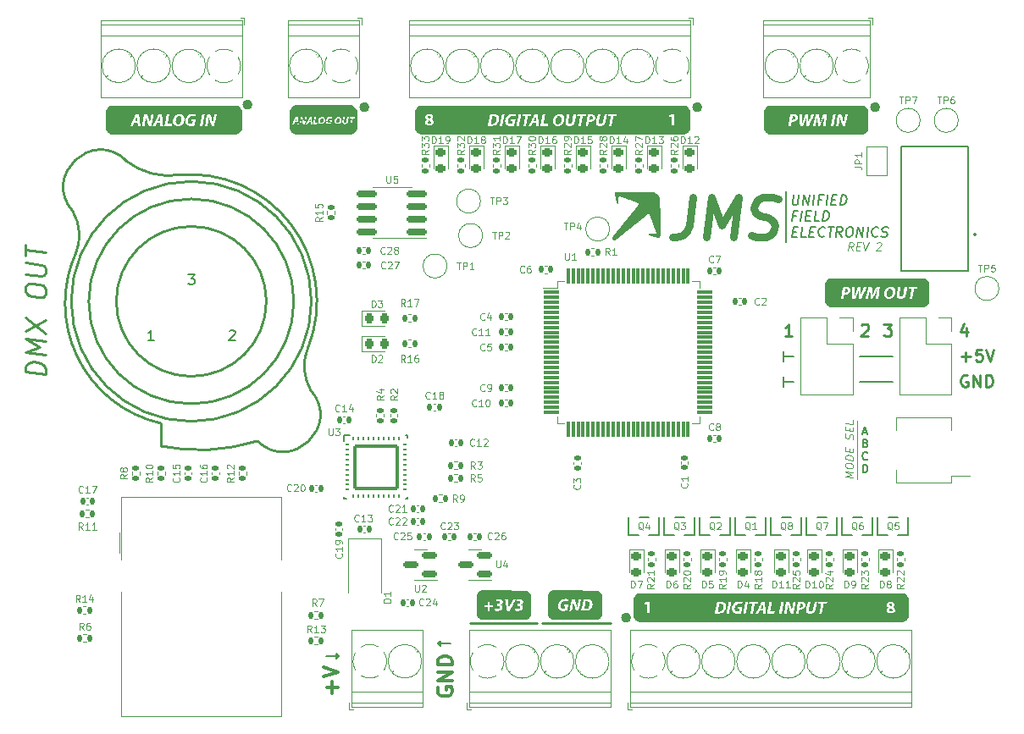
<source format=gto>
G04 #@! TF.GenerationSoftware,KiCad,Pcbnew,(6.0.10)*
G04 #@! TF.CreationDate,2023-05-06T14:56:34+10:00*
G04 #@! TF.ProjectId,jms_ufe_controller,6a6d735f-7566-4655-9f63-6f6e74726f6c,rev?*
G04 #@! TF.SameCoordinates,Original*
G04 #@! TF.FileFunction,Legend,Top*
G04 #@! TF.FilePolarity,Positive*
%FSLAX46Y46*%
G04 Gerber Fmt 4.6, Leading zero omitted, Abs format (unit mm)*
G04 Created by KiCad (PCBNEW (6.0.10)) date 2023-05-06 14:56:34*
%MOMM*%
%LPD*%
G01*
G04 APERTURE LIST*
G04 Aperture macros list*
%AMRoundRect*
0 Rectangle with rounded corners*
0 $1 Rounding radius*
0 $2 $3 $4 $5 $6 $7 $8 $9 X,Y pos of 4 corners*
0 Add a 4 corners polygon primitive as box body*
4,1,4,$2,$3,$4,$5,$6,$7,$8,$9,$2,$3,0*
0 Add four circle primitives for the rounded corners*
1,1,$1+$1,$2,$3*
1,1,$1+$1,$4,$5*
1,1,$1+$1,$6,$7*
1,1,$1+$1,$8,$9*
0 Add four rect primitives between the rounded corners*
20,1,$1+$1,$2,$3,$4,$5,0*
20,1,$1+$1,$4,$5,$6,$7,0*
20,1,$1+$1,$6,$7,$8,$9,0*
20,1,$1+$1,$8,$9,$2,$3,0*%
%AMFreePoly0*
4,1,6,1.000000,0.000000,0.500000,-0.750000,-0.500000,-0.750000,-0.500000,0.750000,0.500000,0.750000,1.000000,0.000000,1.000000,0.000000,$1*%
%AMFreePoly1*
4,1,6,0.500000,-0.750000,-0.650000,-0.750000,-0.150000,0.000000,-0.650000,0.750000,0.500000,0.750000,0.500000,-0.750000,0.500000,-0.750000,$1*%
G04 Aperture macros list end*
%ADD10C,0.500000*%
%ADD11C,0.150000*%
%ADD12C,0.100000*%
%ADD13C,0.250000*%
%ADD14C,0.120000*%
%ADD15C,0.200000*%
%ADD16C,0.750000*%
%ADD17C,0.300000*%
%ADD18C,0.254000*%
%ADD19C,0.127000*%
%ADD20RoundRect,0.135000X0.185000X-0.135000X0.185000X0.135000X-0.185000X0.135000X-0.185000X-0.135000X0*%
%ADD21R,0.600000X1.070000*%
%ADD22R,2.400000X2.400000*%
%ADD23C,2.400000*%
%ADD24RoundRect,0.218750X-0.256250X0.218750X-0.256250X-0.218750X0.256250X-0.218750X0.256250X0.218750X0*%
%ADD25RoundRect,0.135000X-0.135000X-0.185000X0.135000X-0.185000X0.135000X0.185000X-0.135000X0.185000X0*%
%ADD26RoundRect,0.218750X-0.218750X-0.256250X0.218750X-0.256250X0.218750X0.256250X-0.218750X0.256250X0*%
%ADD27R,1.800000X2.500000*%
%ADD28RoundRect,0.135000X-0.185000X0.135000X-0.185000X-0.135000X0.185000X-0.135000X0.185000X0.135000X0*%
%ADD29RoundRect,0.150000X0.587500X0.150000X-0.587500X0.150000X-0.587500X-0.150000X0.587500X-0.150000X0*%
%ADD30RoundRect,0.075000X-0.725000X-0.075000X0.725000X-0.075000X0.725000X0.075000X-0.725000X0.075000X0*%
%ADD31RoundRect,0.075000X-0.075000X-0.725000X0.075000X-0.725000X0.075000X0.725000X-0.075000X0.725000X0*%
%ADD32C,3.200000*%
%ADD33RoundRect,0.140000X-0.140000X-0.170000X0.140000X-0.170000X0.140000X0.170000X-0.140000X0.170000X0*%
%ADD34R,1.700000X1.700000*%
%ADD35O,1.700000X1.700000*%
%ADD36RoundRect,0.140000X0.140000X0.170000X-0.140000X0.170000X-0.140000X-0.170000X0.140000X-0.170000X0*%
%ADD37RoundRect,0.135000X0.135000X0.185000X-0.135000X0.185000X-0.135000X-0.185000X0.135000X-0.185000X0*%
%ADD38RoundRect,0.125000X-0.174999X-0.000001X-0.174999X0.000001X0.174999X0.000001X0.174999X-0.000001X0*%
%ADD39RoundRect,0.125000X0.000001X-0.174999X-0.000001X-0.174999X-0.000001X0.174999X0.000001X0.174999X0*%
%ADD40RoundRect,0.184000X-2.116000X-2.116000X2.116000X-2.116000X2.116000X2.116000X-2.116000X2.116000X0*%
%ADD41RoundRect,0.140000X0.170000X-0.140000X0.170000X0.140000X-0.170000X0.140000X-0.170000X-0.140000X0*%
%ADD42C,2.000000*%
%ADD43FreePoly0,90.000000*%
%ADD44FreePoly1,90.000000*%
%ADD45RoundRect,0.140000X-0.170000X0.140000X-0.170000X-0.140000X0.170000X-0.140000X0.170000X0.140000X0*%
%ADD46C,2.200000*%
%ADD47R,1.600000X0.760000*%
%ADD48C,3.250000*%
%ADD49C,2.600000*%
%ADD50C,1.890000*%
%ADD51R,1.900000X1.900000*%
%ADD52C,1.900000*%
%ADD53C,0.991000*%
%ADD54C,0.787000*%
%ADD55RoundRect,0.150000X0.825000X0.150000X-0.825000X0.150000X-0.825000X-0.150000X0.825000X-0.150000X0*%
G04 APERTURE END LIST*
D10*
X162103318Y-110348783D02*
G75*
G03*
X162103318Y-110348783I-254000J0D01*
G01*
X186995318Y-59294783D02*
G75*
G03*
X186995318Y-59294783I-254000J0D01*
G01*
X169215318Y-59294783D02*
G75*
G03*
X169215318Y-59294783I-254000J0D01*
G01*
X135941318Y-59294783D02*
G75*
G03*
X135941318Y-59294783I-254000J0D01*
G01*
X124257318Y-59040783D02*
G75*
G03*
X124257318Y-59040783I-254000J0D01*
G01*
D11*
X132893318Y-114412783D02*
X132893318Y-113904783D01*
X143307318Y-112660183D02*
X143307318Y-113168183D01*
X143053318Y-112914183D02*
X143307318Y-112660183D01*
X188519318Y-86726783D02*
X185217318Y-86726783D01*
X177597318Y-87234783D02*
X177597318Y-86218783D01*
X144323318Y-112914183D02*
X143053318Y-112914183D01*
X177597318Y-84694783D02*
X177597318Y-83678783D01*
X143307318Y-113168183D02*
X143053318Y-112914183D01*
X178613318Y-86726783D02*
X177597318Y-86726783D01*
D12*
X184963318Y-96505783D02*
X184963318Y-90663783D01*
D11*
X188519318Y-84186783D02*
X185217318Y-84186783D01*
X177597318Y-84186783D02*
X178613318Y-84186783D01*
X133147318Y-114158783D02*
X132893318Y-114412783D01*
X132893318Y-113904783D02*
X133147318Y-114158783D01*
X177851318Y-67676783D02*
X177851318Y-72756783D01*
X131877318Y-114158783D02*
X133147318Y-114158783D01*
D13*
X152959318Y-110856783D02*
X146228318Y-110856783D01*
X160325318Y-110856783D02*
X153467318Y-110856783D01*
D11*
X118081984Y-76019163D02*
X118701032Y-76019163D01*
X118367698Y-76400116D01*
X118510556Y-76400116D01*
X118605794Y-76447735D01*
X118653413Y-76495354D01*
X118701032Y-76590592D01*
X118701032Y-76828687D01*
X118653413Y-76923925D01*
X118605794Y-76971544D01*
X118510556Y-77019163D01*
X118224841Y-77019163D01*
X118129603Y-76971544D01*
X118081984Y-76923925D01*
D13*
X185382460Y-81103925D02*
X185439603Y-81046783D01*
X185553889Y-80989640D01*
X185839603Y-80989640D01*
X185953889Y-81046783D01*
X186011032Y-81103925D01*
X186068175Y-81218211D01*
X186068175Y-81332497D01*
X186011032Y-81503925D01*
X185325318Y-82189640D01*
X186068175Y-82189640D01*
X103826079Y-86042223D02*
X101826079Y-85792223D01*
X101826079Y-85316033D01*
X101921318Y-85042223D01*
X102111794Y-84875556D01*
X102302270Y-84804128D01*
X102683222Y-84756509D01*
X102968937Y-84792223D01*
X103349889Y-84935080D01*
X103540365Y-85054128D01*
X103730841Y-85268413D01*
X103826079Y-85566033D01*
X103826079Y-86042223D01*
X103826079Y-84042223D02*
X101826079Y-83792223D01*
X103254651Y-83304128D01*
X101826079Y-82458890D01*
X103826079Y-82708890D01*
X101826079Y-81696985D02*
X103826079Y-80613652D01*
X101826079Y-80363652D02*
X103826079Y-81946985D01*
X101826079Y-77696985D02*
X101826079Y-77316033D01*
X101921318Y-77137461D01*
X102111794Y-76970794D01*
X102492746Y-76923175D01*
X103159413Y-77006509D01*
X103540365Y-77149366D01*
X103730841Y-77363652D01*
X103826079Y-77566033D01*
X103826079Y-77946985D01*
X103730841Y-78125556D01*
X103540365Y-78292223D01*
X103159413Y-78339842D01*
X102492746Y-78256509D01*
X102111794Y-78113652D01*
X101921318Y-77899366D01*
X101826079Y-77696985D01*
X101826079Y-75982699D02*
X103445127Y-76185080D01*
X103635603Y-76113652D01*
X103730841Y-76030318D01*
X103826079Y-75851747D01*
X103826079Y-75470794D01*
X103730841Y-75268413D01*
X103635603Y-75161271D01*
X103445127Y-75042223D01*
X101826079Y-74839842D01*
X101826079Y-74173175D02*
X101826079Y-73030318D01*
X103826079Y-73851747D02*
X101826079Y-73601747D01*
D14*
X184506722Y-73626687D02*
X184287675Y-73245735D01*
X184049579Y-73626687D02*
X184149579Y-72826687D01*
X184454341Y-72826687D01*
X184525770Y-72864783D01*
X184559103Y-72902878D01*
X184587675Y-72979068D01*
X184573389Y-73093354D01*
X184525770Y-73169544D01*
X184482913Y-73207640D01*
X184401960Y-73245735D01*
X184097198Y-73245735D01*
X184901960Y-73207640D02*
X185168627Y-73207640D01*
X185230532Y-73626687D02*
X184849579Y-73626687D01*
X184949579Y-72826687D01*
X185330532Y-72826687D01*
X185559103Y-72826687D02*
X185725770Y-73626687D01*
X186092437Y-72826687D01*
X186921008Y-72902878D02*
X186963865Y-72864783D01*
X187044818Y-72826687D01*
X187235294Y-72826687D01*
X187306722Y-72864783D01*
X187340056Y-72902878D01*
X187368627Y-72979068D01*
X187359103Y-73055259D01*
X187306722Y-73169544D01*
X186792437Y-73626687D01*
X187287675Y-73626687D01*
D13*
X178448175Y-82189640D02*
X177762460Y-82189640D01*
X178105318Y-82189640D02*
X178105318Y-80989640D01*
X177991032Y-81161068D01*
X177876746Y-81275354D01*
X177762460Y-81332497D01*
D12*
X184563222Y-96352568D02*
X183763222Y-96252568D01*
X184334651Y-96057330D01*
X183763222Y-95719235D01*
X184563222Y-95819235D01*
X183763222Y-95185902D02*
X183763222Y-95033521D01*
X183801318Y-94962092D01*
X183877508Y-94895425D01*
X184029889Y-94876378D01*
X184296556Y-94909711D01*
X184448937Y-94966854D01*
X184525127Y-95052568D01*
X184563222Y-95133521D01*
X184563222Y-95285902D01*
X184525127Y-95357330D01*
X184448937Y-95423997D01*
X184296556Y-95443044D01*
X184029889Y-95409711D01*
X183877508Y-95352568D01*
X183801318Y-95266854D01*
X183763222Y-95185902D01*
X184563222Y-94600187D02*
X183763222Y-94500187D01*
X183763222Y-94309711D01*
X183801318Y-94200187D01*
X183877508Y-94133521D01*
X183953698Y-94104949D01*
X184106079Y-94085902D01*
X184220365Y-94100187D01*
X184372746Y-94157330D01*
X184448937Y-94204949D01*
X184525127Y-94290663D01*
X184563222Y-94409711D01*
X184563222Y-94600187D01*
X184144175Y-93747806D02*
X184144175Y-93481140D01*
X184563222Y-93419235D02*
X184563222Y-93800187D01*
X183763222Y-93700187D01*
X183763222Y-93319235D01*
X184525127Y-92500187D02*
X184563222Y-92390663D01*
X184563222Y-92200187D01*
X184525127Y-92119235D01*
X184487032Y-92076378D01*
X184410841Y-92028759D01*
X184334651Y-92019235D01*
X184258460Y-92047806D01*
X184220365Y-92081140D01*
X184182270Y-92152568D01*
X184144175Y-92300187D01*
X184106079Y-92371616D01*
X184067984Y-92404949D01*
X183991794Y-92433521D01*
X183915603Y-92423997D01*
X183839413Y-92376378D01*
X183801318Y-92333521D01*
X183763222Y-92252568D01*
X183763222Y-92062092D01*
X183801318Y-91952568D01*
X184144175Y-91652568D02*
X184144175Y-91385902D01*
X184563222Y-91323997D02*
X184563222Y-91704949D01*
X183763222Y-91604949D01*
X183763222Y-91223997D01*
X184563222Y-90600187D02*
X184563222Y-90981140D01*
X183763222Y-90881140D01*
D15*
X185972937Y-94505497D02*
X185934841Y-94543592D01*
X185820556Y-94581687D01*
X185744365Y-94581687D01*
X185630079Y-94543592D01*
X185553889Y-94467402D01*
X185515794Y-94391211D01*
X185477698Y-94238830D01*
X185477698Y-94124544D01*
X185515794Y-93972163D01*
X185553889Y-93895973D01*
X185630079Y-93819783D01*
X185744365Y-93781687D01*
X185820556Y-93781687D01*
X185934841Y-93819783D01*
X185972937Y-93857878D01*
D11*
X122193603Y-81702402D02*
X122241222Y-81654783D01*
X122336460Y-81607163D01*
X122574556Y-81607163D01*
X122669794Y-81654783D01*
X122717413Y-81702402D01*
X122765032Y-81797640D01*
X122765032Y-81892878D01*
X122717413Y-82035735D01*
X122145984Y-82607163D01*
X122765032Y-82607163D01*
D15*
X185782460Y-92892640D02*
X185896746Y-92930735D01*
X185934841Y-92968830D01*
X185972937Y-93045021D01*
X185972937Y-93159306D01*
X185934841Y-93235497D01*
X185896746Y-93273592D01*
X185820556Y-93311687D01*
X185515794Y-93311687D01*
X185515794Y-92511687D01*
X185782460Y-92511687D01*
X185858651Y-92549783D01*
X185896746Y-92587878D01*
X185934841Y-92664068D01*
X185934841Y-92740259D01*
X185896746Y-92816449D01*
X185858651Y-92854544D01*
X185782460Y-92892640D01*
X185515794Y-92892640D01*
X185534841Y-91813116D02*
X185915794Y-91813116D01*
X185458651Y-92041687D02*
X185725318Y-91241687D01*
X185991984Y-92041687D01*
D16*
X168511579Y-68280306D02*
X168154437Y-71137449D01*
X167892532Y-71708878D01*
X167463960Y-72089830D01*
X166868722Y-72280306D01*
X166487770Y-72280306D01*
X169916341Y-72280306D02*
X170416341Y-68280306D01*
X171392532Y-71137449D01*
X173083008Y-68280306D01*
X172583008Y-72280306D01*
X174321103Y-72089830D02*
X174868722Y-72280306D01*
X175821103Y-72280306D01*
X176225865Y-72089830D01*
X176440151Y-71899354D01*
X176678246Y-71518402D01*
X176725865Y-71137449D01*
X176583008Y-70756497D01*
X176416341Y-70566021D01*
X176059198Y-70375544D01*
X175321103Y-70185068D01*
X174963960Y-69994592D01*
X174797294Y-69804116D01*
X174654437Y-69423163D01*
X174702056Y-69042211D01*
X174940151Y-68661259D01*
X175154437Y-68470783D01*
X175559198Y-68280306D01*
X176511579Y-68280306D01*
X177059198Y-68470783D01*
D13*
X195987032Y-86126783D02*
X195872746Y-86069640D01*
X195701318Y-86069640D01*
X195529889Y-86126783D01*
X195415603Y-86241068D01*
X195358460Y-86355354D01*
X195301318Y-86583925D01*
X195301318Y-86755354D01*
X195358460Y-86983925D01*
X195415603Y-87098211D01*
X195529889Y-87212497D01*
X195701318Y-87269640D01*
X195815603Y-87269640D01*
X195987032Y-87212497D01*
X196044175Y-87155354D01*
X196044175Y-86755354D01*
X195815603Y-86755354D01*
X196558460Y-87269640D02*
X196558460Y-86069640D01*
X197244175Y-87269640D01*
X197244175Y-86069640D01*
X197815603Y-87269640D02*
X197815603Y-86069640D01*
X198101318Y-86069640D01*
X198272746Y-86126783D01*
X198387032Y-86241068D01*
X198444175Y-86355354D01*
X198501318Y-86583925D01*
X198501318Y-86755354D01*
X198444175Y-86983925D01*
X198387032Y-87098211D01*
X198272746Y-87212497D01*
X198101318Y-87269640D01*
X197815603Y-87269640D01*
D17*
X132492460Y-117913068D02*
X132492460Y-116770211D01*
X133063889Y-117341640D02*
X131921032Y-117341640D01*
X131563889Y-116270211D02*
X133063889Y-115770211D01*
X131563889Y-115270211D01*
D15*
X185515794Y-95851687D02*
X185515794Y-95051687D01*
X185706270Y-95051687D01*
X185820556Y-95089783D01*
X185896746Y-95165973D01*
X185934841Y-95242163D01*
X185972937Y-95394544D01*
X185972937Y-95508830D01*
X185934841Y-95661211D01*
X185896746Y-95737402D01*
X185820556Y-95813592D01*
X185706270Y-95851687D01*
X185515794Y-95851687D01*
D13*
X195358460Y-84257497D02*
X196272746Y-84257497D01*
X195815603Y-84714640D02*
X195815603Y-83800354D01*
X197415603Y-83514640D02*
X196844175Y-83514640D01*
X196787032Y-84086068D01*
X196844175Y-84028925D01*
X196958460Y-83971783D01*
X197244175Y-83971783D01*
X197358460Y-84028925D01*
X197415603Y-84086068D01*
X197472746Y-84200354D01*
X197472746Y-84486068D01*
X197415603Y-84600354D01*
X197358460Y-84657497D01*
X197244175Y-84714640D01*
X196958460Y-84714640D01*
X196844175Y-84657497D01*
X196787032Y-84600354D01*
X197815603Y-83514640D02*
X198215603Y-84714640D01*
X198615603Y-83514640D01*
X195859889Y-81389640D02*
X195859889Y-82189640D01*
X195574175Y-80932497D02*
X195288460Y-81789640D01*
X196031318Y-81789640D01*
X187611318Y-80989640D02*
X188354175Y-80989640D01*
X187954175Y-81446783D01*
X188125603Y-81446783D01*
X188239889Y-81503925D01*
X188297032Y-81561068D01*
X188354175Y-81675354D01*
X188354175Y-81961068D01*
X188297032Y-82075354D01*
X188239889Y-82132497D01*
X188125603Y-82189640D01*
X187782746Y-82189640D01*
X187668460Y-82132497D01*
X187611318Y-82075354D01*
D11*
X178571865Y-68059163D02*
X178470675Y-68868687D01*
X178506389Y-68963925D01*
X178548056Y-69011544D01*
X178637341Y-69059163D01*
X178827818Y-69059163D01*
X178929008Y-69011544D01*
X178982579Y-68963925D01*
X179042103Y-68868687D01*
X179143294Y-68059163D01*
X179494484Y-69059163D02*
X179619484Y-68059163D01*
X180065913Y-69059163D01*
X180190913Y-68059163D01*
X180542103Y-69059163D02*
X180667103Y-68059163D01*
X181417103Y-68535354D02*
X181083770Y-68535354D01*
X181018294Y-69059163D02*
X181143294Y-68059163D01*
X181619484Y-68059163D01*
X181875437Y-69059163D02*
X182000437Y-68059163D01*
X182417103Y-68535354D02*
X182750437Y-68535354D01*
X182827818Y-69059163D02*
X182351627Y-69059163D01*
X182476627Y-68059163D01*
X182952818Y-68059163D01*
X183256389Y-69059163D02*
X183381389Y-68059163D01*
X183619484Y-68059163D01*
X183756389Y-68106783D01*
X183839722Y-68202021D01*
X183875437Y-68297259D01*
X183899246Y-68487735D01*
X183881389Y-68630592D01*
X183809960Y-68821068D01*
X183750437Y-68916306D01*
X183643294Y-69011544D01*
X183494484Y-69059163D01*
X183256389Y-69059163D01*
X178845675Y-70145354D02*
X178512341Y-70145354D01*
X178446865Y-70669163D02*
X178571865Y-69669163D01*
X179048056Y-69669163D01*
X179304008Y-70669163D02*
X179429008Y-69669163D01*
X179845675Y-70145354D02*
X180179008Y-70145354D01*
X180256389Y-70669163D02*
X179780198Y-70669163D01*
X179905198Y-69669163D01*
X180381389Y-69669163D01*
X181161151Y-70669163D02*
X180684960Y-70669163D01*
X180809960Y-69669163D01*
X181494484Y-70669163D02*
X181619484Y-69669163D01*
X181857579Y-69669163D01*
X181994484Y-69716783D01*
X182077818Y-69812021D01*
X182113532Y-69907259D01*
X182137341Y-70097735D01*
X182119484Y-70240592D01*
X182048056Y-70431068D01*
X181988532Y-70526306D01*
X181881389Y-70621544D01*
X181732579Y-70669163D01*
X181494484Y-70669163D01*
X178512341Y-71755354D02*
X178845675Y-71755354D01*
X178923056Y-72279163D02*
X178446865Y-72279163D01*
X178571865Y-71279163D01*
X179048056Y-71279163D01*
X179827818Y-72279163D02*
X179351627Y-72279163D01*
X179476627Y-71279163D01*
X180226627Y-71755354D02*
X180559960Y-71755354D01*
X180637341Y-72279163D02*
X180161151Y-72279163D01*
X180286151Y-71279163D01*
X180762341Y-71279163D01*
X181649246Y-72183925D02*
X181595675Y-72231544D01*
X181446865Y-72279163D01*
X181351627Y-72279163D01*
X181214722Y-72231544D01*
X181131389Y-72136306D01*
X181095675Y-72041068D01*
X181071865Y-71850592D01*
X181089722Y-71707735D01*
X181161151Y-71517259D01*
X181220675Y-71422021D01*
X181327818Y-71326783D01*
X181476627Y-71279163D01*
X181571865Y-71279163D01*
X181708770Y-71326783D01*
X181750437Y-71374402D01*
X182048056Y-71279163D02*
X182619484Y-71279163D01*
X182208770Y-72279163D02*
X182333770Y-71279163D01*
X183399246Y-72279163D02*
X183125437Y-71802973D01*
X182827818Y-72279163D02*
X182952818Y-71279163D01*
X183333770Y-71279163D01*
X183423056Y-71326783D01*
X183464722Y-71374402D01*
X183500437Y-71469640D01*
X183482579Y-71612497D01*
X183423056Y-71707735D01*
X183369484Y-71755354D01*
X183268294Y-71802973D01*
X182887341Y-71802973D01*
X184143294Y-71279163D02*
X184333770Y-71279163D01*
X184423056Y-71326783D01*
X184506389Y-71422021D01*
X184530198Y-71612497D01*
X184488532Y-71945830D01*
X184417103Y-72136306D01*
X184309960Y-72231544D01*
X184208770Y-72279163D01*
X184018294Y-72279163D01*
X183929008Y-72231544D01*
X183845675Y-72136306D01*
X183821865Y-71945830D01*
X183863532Y-71612497D01*
X183934960Y-71422021D01*
X184042103Y-71326783D01*
X184143294Y-71279163D01*
X184875437Y-72279163D02*
X185000437Y-71279163D01*
X185446865Y-72279163D01*
X185571865Y-71279163D01*
X185923056Y-72279163D02*
X186048056Y-71279163D01*
X186982579Y-72183925D02*
X186929008Y-72231544D01*
X186780198Y-72279163D01*
X186684960Y-72279163D01*
X186548056Y-72231544D01*
X186464722Y-72136306D01*
X186429008Y-72041068D01*
X186405198Y-71850592D01*
X186423056Y-71707735D01*
X186494484Y-71517259D01*
X186554008Y-71422021D01*
X186661151Y-71326783D01*
X186809960Y-71279163D01*
X186905198Y-71279163D01*
X187042103Y-71326783D01*
X187083770Y-71374402D01*
X187357579Y-72231544D02*
X187494484Y-72279163D01*
X187732579Y-72279163D01*
X187833770Y-72231544D01*
X187887341Y-72183925D01*
X187946865Y-72088687D01*
X187958770Y-71993449D01*
X187923056Y-71898211D01*
X187881389Y-71850592D01*
X187792103Y-71802973D01*
X187607579Y-71755354D01*
X187518294Y-71707735D01*
X187476627Y-71660116D01*
X187440913Y-71564878D01*
X187452818Y-71469640D01*
X187512341Y-71374402D01*
X187565913Y-71326783D01*
X187667103Y-71279163D01*
X187905198Y-71279163D01*
X188042103Y-71326783D01*
D17*
X143065318Y-117359040D02*
X142993889Y-117501897D01*
X142993889Y-117716183D01*
X143065318Y-117930468D01*
X143208175Y-118073325D01*
X143351032Y-118144754D01*
X143636746Y-118216183D01*
X143851032Y-118216183D01*
X144136746Y-118144754D01*
X144279603Y-118073325D01*
X144422460Y-117930468D01*
X144493889Y-117716183D01*
X144493889Y-117573325D01*
X144422460Y-117359040D01*
X144351032Y-117287611D01*
X143851032Y-117287611D01*
X143851032Y-117573325D01*
X144493889Y-116644754D02*
X142993889Y-116644754D01*
X144493889Y-115787611D01*
X142993889Y-115787611D01*
X144493889Y-115073325D02*
X142993889Y-115073325D01*
X142993889Y-114716183D01*
X143065318Y-114501897D01*
X143208175Y-114359040D01*
X143351032Y-114287611D01*
X143636746Y-114216183D01*
X143851032Y-114216183D01*
X144136746Y-114287611D01*
X144279603Y-114359040D01*
X144422460Y-114501897D01*
X144493889Y-114716183D01*
X144493889Y-115073325D01*
D11*
X114637032Y-82607163D02*
X114065603Y-82607163D01*
X114351318Y-82607163D02*
X114351318Y-81607163D01*
X114256079Y-81750021D01*
X114160841Y-81845259D01*
X114065603Y-81892878D01*
D12*
X142099984Y-63554783D02*
X141766651Y-63788116D01*
X142099984Y-63954783D02*
X141399984Y-63954783D01*
X141399984Y-63688116D01*
X141433318Y-63621449D01*
X141466651Y-63588116D01*
X141533318Y-63554783D01*
X141633318Y-63554783D01*
X141699984Y-63588116D01*
X141733318Y-63621449D01*
X141766651Y-63688116D01*
X141766651Y-63954783D01*
X141399984Y-63321449D02*
X141399984Y-62888116D01*
X141666651Y-63121449D01*
X141666651Y-63021449D01*
X141699984Y-62954783D01*
X141733318Y-62921449D01*
X141799984Y-62888116D01*
X141966651Y-62888116D01*
X142033318Y-62921449D01*
X142066651Y-62954783D01*
X142099984Y-63021449D01*
X142099984Y-63221449D01*
X142066651Y-63288116D01*
X142033318Y-63321449D01*
X141399984Y-62654783D02*
X141399984Y-62221449D01*
X141666651Y-62454783D01*
X141666651Y-62354783D01*
X141699984Y-62288116D01*
X141733318Y-62254783D01*
X141799984Y-62221449D01*
X141966651Y-62221449D01*
X142033318Y-62254783D01*
X142066651Y-62288116D01*
X142099984Y-62354783D01*
X142099984Y-62554783D01*
X142066651Y-62621449D01*
X142033318Y-62654783D01*
X145655984Y-63554783D02*
X145322651Y-63788116D01*
X145655984Y-63954783D02*
X144955984Y-63954783D01*
X144955984Y-63688116D01*
X144989318Y-63621449D01*
X145022651Y-63588116D01*
X145089318Y-63554783D01*
X145189318Y-63554783D01*
X145255984Y-63588116D01*
X145289318Y-63621449D01*
X145322651Y-63688116D01*
X145322651Y-63954783D01*
X144955984Y-63321449D02*
X144955984Y-62888116D01*
X145222651Y-63121449D01*
X145222651Y-63021449D01*
X145255984Y-62954783D01*
X145289318Y-62921449D01*
X145355984Y-62888116D01*
X145522651Y-62888116D01*
X145589318Y-62921449D01*
X145622651Y-62954783D01*
X145655984Y-63021449D01*
X145655984Y-63221449D01*
X145622651Y-63288116D01*
X145589318Y-63321449D01*
X145022651Y-62621449D02*
X144989318Y-62588116D01*
X144955984Y-62521449D01*
X144955984Y-62354783D01*
X144989318Y-62288116D01*
X145022651Y-62254783D01*
X145089318Y-62221449D01*
X145155984Y-62221449D01*
X145255984Y-62254783D01*
X145655984Y-62654783D01*
X145655984Y-62221449D01*
X149211984Y-63554783D02*
X148878651Y-63788116D01*
X149211984Y-63954783D02*
X148511984Y-63954783D01*
X148511984Y-63688116D01*
X148545318Y-63621449D01*
X148578651Y-63588116D01*
X148645318Y-63554783D01*
X148745318Y-63554783D01*
X148811984Y-63588116D01*
X148845318Y-63621449D01*
X148878651Y-63688116D01*
X148878651Y-63954783D01*
X148511984Y-63321449D02*
X148511984Y-62888116D01*
X148778651Y-63121449D01*
X148778651Y-63021449D01*
X148811984Y-62954783D01*
X148845318Y-62921449D01*
X148911984Y-62888116D01*
X149078651Y-62888116D01*
X149145318Y-62921449D01*
X149178651Y-62954783D01*
X149211984Y-63021449D01*
X149211984Y-63221449D01*
X149178651Y-63288116D01*
X149145318Y-63321449D01*
X149211984Y-62221449D02*
X149211984Y-62621449D01*
X149211984Y-62421449D02*
X148511984Y-62421449D01*
X148611984Y-62488116D01*
X148678651Y-62554783D01*
X148711984Y-62621449D01*
X152767984Y-63554783D02*
X152434651Y-63788116D01*
X152767984Y-63954783D02*
X152067984Y-63954783D01*
X152067984Y-63688116D01*
X152101318Y-63621449D01*
X152134651Y-63588116D01*
X152201318Y-63554783D01*
X152301318Y-63554783D01*
X152367984Y-63588116D01*
X152401318Y-63621449D01*
X152434651Y-63688116D01*
X152434651Y-63954783D01*
X152067984Y-63321449D02*
X152067984Y-62888116D01*
X152334651Y-63121449D01*
X152334651Y-63021449D01*
X152367984Y-62954783D01*
X152401318Y-62921449D01*
X152467984Y-62888116D01*
X152634651Y-62888116D01*
X152701318Y-62921449D01*
X152734651Y-62954783D01*
X152767984Y-63021449D01*
X152767984Y-63221449D01*
X152734651Y-63288116D01*
X152701318Y-63321449D01*
X152067984Y-62454783D02*
X152067984Y-62388116D01*
X152101318Y-62321449D01*
X152134651Y-62288116D01*
X152201318Y-62254783D01*
X152334651Y-62221449D01*
X152501318Y-62221449D01*
X152634651Y-62254783D01*
X152701318Y-62288116D01*
X152734651Y-62321449D01*
X152767984Y-62388116D01*
X152767984Y-62454783D01*
X152734651Y-62521449D01*
X152701318Y-62554783D01*
X152634651Y-62588116D01*
X152501318Y-62621449D01*
X152334651Y-62621449D01*
X152201318Y-62588116D01*
X152134651Y-62554783D01*
X152101318Y-62521449D01*
X152067984Y-62454783D01*
X156323984Y-63554783D02*
X155990651Y-63788116D01*
X156323984Y-63954783D02*
X155623984Y-63954783D01*
X155623984Y-63688116D01*
X155657318Y-63621449D01*
X155690651Y-63588116D01*
X155757318Y-63554783D01*
X155857318Y-63554783D01*
X155923984Y-63588116D01*
X155957318Y-63621449D01*
X155990651Y-63688116D01*
X155990651Y-63954783D01*
X155690651Y-63288116D02*
X155657318Y-63254783D01*
X155623984Y-63188116D01*
X155623984Y-63021449D01*
X155657318Y-62954783D01*
X155690651Y-62921449D01*
X155757318Y-62888116D01*
X155823984Y-62888116D01*
X155923984Y-62921449D01*
X156323984Y-63321449D01*
X156323984Y-62888116D01*
X156323984Y-62554783D02*
X156323984Y-62421449D01*
X156290651Y-62354783D01*
X156257318Y-62321449D01*
X156157318Y-62254783D01*
X156023984Y-62221449D01*
X155757318Y-62221449D01*
X155690651Y-62254783D01*
X155657318Y-62288116D01*
X155623984Y-62354783D01*
X155623984Y-62488116D01*
X155657318Y-62554783D01*
X155690651Y-62588116D01*
X155757318Y-62621449D01*
X155923984Y-62621449D01*
X155990651Y-62588116D01*
X156023984Y-62554783D01*
X156057318Y-62488116D01*
X156057318Y-62354783D01*
X156023984Y-62288116D01*
X155990651Y-62254783D01*
X155923984Y-62221449D01*
X159879984Y-63554783D02*
X159546651Y-63788116D01*
X159879984Y-63954783D02*
X159179984Y-63954783D01*
X159179984Y-63688116D01*
X159213318Y-63621449D01*
X159246651Y-63588116D01*
X159313318Y-63554783D01*
X159413318Y-63554783D01*
X159479984Y-63588116D01*
X159513318Y-63621449D01*
X159546651Y-63688116D01*
X159546651Y-63954783D01*
X159246651Y-63288116D02*
X159213318Y-63254783D01*
X159179984Y-63188116D01*
X159179984Y-63021449D01*
X159213318Y-62954783D01*
X159246651Y-62921449D01*
X159313318Y-62888116D01*
X159379984Y-62888116D01*
X159479984Y-62921449D01*
X159879984Y-63321449D01*
X159879984Y-62888116D01*
X159479984Y-62488116D02*
X159446651Y-62554783D01*
X159413318Y-62588116D01*
X159346651Y-62621449D01*
X159313318Y-62621449D01*
X159246651Y-62588116D01*
X159213318Y-62554783D01*
X159179984Y-62488116D01*
X159179984Y-62354783D01*
X159213318Y-62288116D01*
X159246651Y-62254783D01*
X159313318Y-62221449D01*
X159346651Y-62221449D01*
X159413318Y-62254783D01*
X159446651Y-62288116D01*
X159479984Y-62354783D01*
X159479984Y-62488116D01*
X159513318Y-62554783D01*
X159546651Y-62588116D01*
X159613318Y-62621449D01*
X159746651Y-62621449D01*
X159813318Y-62588116D01*
X159846651Y-62554783D01*
X159879984Y-62488116D01*
X159879984Y-62354783D01*
X159846651Y-62288116D01*
X159813318Y-62254783D01*
X159746651Y-62221449D01*
X159613318Y-62221449D01*
X159546651Y-62254783D01*
X159513318Y-62288116D01*
X159479984Y-62354783D01*
X163439984Y-63554783D02*
X163106651Y-63788116D01*
X163439984Y-63954783D02*
X162739984Y-63954783D01*
X162739984Y-63688116D01*
X162773318Y-63621449D01*
X162806651Y-63588116D01*
X162873318Y-63554783D01*
X162973318Y-63554783D01*
X163039984Y-63588116D01*
X163073318Y-63621449D01*
X163106651Y-63688116D01*
X163106651Y-63954783D01*
X162806651Y-63288116D02*
X162773318Y-63254783D01*
X162739984Y-63188116D01*
X162739984Y-63021449D01*
X162773318Y-62954783D01*
X162806651Y-62921449D01*
X162873318Y-62888116D01*
X162939984Y-62888116D01*
X163039984Y-62921449D01*
X163439984Y-63321449D01*
X163439984Y-62888116D01*
X162739984Y-62654783D02*
X162739984Y-62188116D01*
X163439984Y-62488116D01*
X166991984Y-63554783D02*
X166658651Y-63788116D01*
X166991984Y-63954783D02*
X166291984Y-63954783D01*
X166291984Y-63688116D01*
X166325318Y-63621449D01*
X166358651Y-63588116D01*
X166425318Y-63554783D01*
X166525318Y-63554783D01*
X166591984Y-63588116D01*
X166625318Y-63621449D01*
X166658651Y-63688116D01*
X166658651Y-63954783D01*
X166358651Y-63288116D02*
X166325318Y-63254783D01*
X166291984Y-63188116D01*
X166291984Y-63021449D01*
X166325318Y-62954783D01*
X166358651Y-62921449D01*
X166425318Y-62888116D01*
X166491984Y-62888116D01*
X166591984Y-62921449D01*
X166991984Y-63321449D01*
X166991984Y-62888116D01*
X166291984Y-62288116D02*
X166291984Y-62421449D01*
X166325318Y-62488116D01*
X166358651Y-62521449D01*
X166458651Y-62588116D01*
X166591984Y-62621449D01*
X166858651Y-62621449D01*
X166925318Y-62588116D01*
X166958651Y-62554783D01*
X166991984Y-62488116D01*
X166991984Y-62354783D01*
X166958651Y-62288116D01*
X166925318Y-62254783D01*
X166858651Y-62221449D01*
X166691984Y-62221449D01*
X166625318Y-62254783D01*
X166591984Y-62288116D01*
X166558651Y-62354783D01*
X166558651Y-62488116D01*
X166591984Y-62554783D01*
X166625318Y-62588116D01*
X166691984Y-62621449D01*
X177784651Y-101588116D02*
X177717984Y-101554783D01*
X177651318Y-101488116D01*
X177551318Y-101388116D01*
X177484651Y-101354783D01*
X177417984Y-101354783D01*
X177451318Y-101521449D02*
X177384651Y-101488116D01*
X177317984Y-101421449D01*
X177284651Y-101288116D01*
X177284651Y-101054783D01*
X177317984Y-100921449D01*
X177384651Y-100854783D01*
X177451318Y-100821449D01*
X177584651Y-100821449D01*
X177651318Y-100854783D01*
X177717984Y-100921449D01*
X177751318Y-101054783D01*
X177751318Y-101288116D01*
X177717984Y-101421449D01*
X177651318Y-101488116D01*
X177584651Y-101521449D01*
X177451318Y-101521449D01*
X178151318Y-101121449D02*
X178084651Y-101088116D01*
X178051318Y-101054783D01*
X178017984Y-100988116D01*
X178017984Y-100954783D01*
X178051318Y-100888116D01*
X178084651Y-100854783D01*
X178151318Y-100821449D01*
X178284651Y-100821449D01*
X178351318Y-100854783D01*
X178384651Y-100888116D01*
X178417984Y-100954783D01*
X178417984Y-100988116D01*
X178384651Y-101054783D01*
X178351318Y-101088116D01*
X178284651Y-101121449D01*
X178151318Y-101121449D01*
X178084651Y-101154783D01*
X178051318Y-101188116D01*
X178017984Y-101254783D01*
X178017984Y-101388116D01*
X178051318Y-101454783D01*
X178084651Y-101488116D01*
X178151318Y-101521449D01*
X178284651Y-101521449D01*
X178351318Y-101488116D01*
X178384651Y-101454783D01*
X178417984Y-101388116D01*
X178417984Y-101254783D01*
X178384651Y-101188116D01*
X178351318Y-101154783D01*
X178284651Y-101121449D01*
X181340651Y-101588116D02*
X181273984Y-101554783D01*
X181207318Y-101488116D01*
X181107318Y-101388116D01*
X181040651Y-101354783D01*
X180973984Y-101354783D01*
X181007318Y-101521449D02*
X180940651Y-101488116D01*
X180873984Y-101421449D01*
X180840651Y-101288116D01*
X180840651Y-101054783D01*
X180873984Y-100921449D01*
X180940651Y-100854783D01*
X181007318Y-100821449D01*
X181140651Y-100821449D01*
X181207318Y-100854783D01*
X181273984Y-100921449D01*
X181307318Y-101054783D01*
X181307318Y-101288116D01*
X181273984Y-101421449D01*
X181207318Y-101488116D01*
X181140651Y-101521449D01*
X181007318Y-101521449D01*
X181540651Y-100821449D02*
X182007318Y-100821449D01*
X181707318Y-101521449D01*
X184896651Y-101588116D02*
X184829984Y-101554783D01*
X184763318Y-101488116D01*
X184663318Y-101388116D01*
X184596651Y-101354783D01*
X184529984Y-101354783D01*
X184563318Y-101521449D02*
X184496651Y-101488116D01*
X184429984Y-101421449D01*
X184396651Y-101288116D01*
X184396651Y-101054783D01*
X184429984Y-100921449D01*
X184496651Y-100854783D01*
X184563318Y-100821449D01*
X184696651Y-100821449D01*
X184763318Y-100854783D01*
X184829984Y-100921449D01*
X184863318Y-101054783D01*
X184863318Y-101288116D01*
X184829984Y-101421449D01*
X184763318Y-101488116D01*
X184696651Y-101521449D01*
X184563318Y-101521449D01*
X185463318Y-100821449D02*
X185329984Y-100821449D01*
X185263318Y-100854783D01*
X185229984Y-100888116D01*
X185163318Y-100988116D01*
X185129984Y-101121449D01*
X185129984Y-101388116D01*
X185163318Y-101454783D01*
X185196651Y-101488116D01*
X185263318Y-101521449D01*
X185396651Y-101521449D01*
X185463318Y-101488116D01*
X185496651Y-101454783D01*
X185529984Y-101388116D01*
X185529984Y-101221449D01*
X185496651Y-101154783D01*
X185463318Y-101121449D01*
X185396651Y-101088116D01*
X185263318Y-101088116D01*
X185196651Y-101121449D01*
X185163318Y-101154783D01*
X185129984Y-101221449D01*
X188452651Y-101588116D02*
X188385984Y-101554783D01*
X188319318Y-101488116D01*
X188219318Y-101388116D01*
X188152651Y-101354783D01*
X188085984Y-101354783D01*
X188119318Y-101521449D02*
X188052651Y-101488116D01*
X187985984Y-101421449D01*
X187952651Y-101288116D01*
X187952651Y-101054783D01*
X187985984Y-100921449D01*
X188052651Y-100854783D01*
X188119318Y-100821449D01*
X188252651Y-100821449D01*
X188319318Y-100854783D01*
X188385984Y-100921449D01*
X188419318Y-101054783D01*
X188419318Y-101288116D01*
X188385984Y-101421449D01*
X188319318Y-101488116D01*
X188252651Y-101521449D01*
X188119318Y-101521449D01*
X189052651Y-100821449D02*
X188719318Y-100821449D01*
X188685984Y-101154783D01*
X188719318Y-101121449D01*
X188785984Y-101088116D01*
X188952651Y-101088116D01*
X189019318Y-101121449D01*
X189052651Y-101154783D01*
X189085984Y-101221449D01*
X189085984Y-101388116D01*
X189052651Y-101454783D01*
X189019318Y-101488116D01*
X188952651Y-101521449D01*
X188785984Y-101521449D01*
X188719318Y-101488116D01*
X188685984Y-101454783D01*
X163560651Y-101588116D02*
X163493984Y-101554783D01*
X163427318Y-101488116D01*
X163327318Y-101388116D01*
X163260651Y-101354783D01*
X163193984Y-101354783D01*
X163227318Y-101521449D02*
X163160651Y-101488116D01*
X163093984Y-101421449D01*
X163060651Y-101288116D01*
X163060651Y-101054783D01*
X163093984Y-100921449D01*
X163160651Y-100854783D01*
X163227318Y-100821449D01*
X163360651Y-100821449D01*
X163427318Y-100854783D01*
X163493984Y-100921449D01*
X163527318Y-101054783D01*
X163527318Y-101288116D01*
X163493984Y-101421449D01*
X163427318Y-101488116D01*
X163360651Y-101521449D01*
X163227318Y-101521449D01*
X164127318Y-101054783D02*
X164127318Y-101521449D01*
X163960651Y-100788116D02*
X163793984Y-101288116D01*
X164227318Y-101288116D01*
X167116651Y-101588116D02*
X167049984Y-101554783D01*
X166983318Y-101488116D01*
X166883318Y-101388116D01*
X166816651Y-101354783D01*
X166749984Y-101354783D01*
X166783318Y-101521449D02*
X166716651Y-101488116D01*
X166649984Y-101421449D01*
X166616651Y-101288116D01*
X166616651Y-101054783D01*
X166649984Y-100921449D01*
X166716651Y-100854783D01*
X166783318Y-100821449D01*
X166916651Y-100821449D01*
X166983318Y-100854783D01*
X167049984Y-100921449D01*
X167083318Y-101054783D01*
X167083318Y-101288116D01*
X167049984Y-101421449D01*
X166983318Y-101488116D01*
X166916651Y-101521449D01*
X166783318Y-101521449D01*
X167316651Y-100821449D02*
X167749984Y-100821449D01*
X167516651Y-101088116D01*
X167616651Y-101088116D01*
X167683318Y-101121449D01*
X167716651Y-101154783D01*
X167749984Y-101221449D01*
X167749984Y-101388116D01*
X167716651Y-101454783D01*
X167683318Y-101488116D01*
X167616651Y-101521449D01*
X167416651Y-101521449D01*
X167349984Y-101488116D01*
X167316651Y-101454783D01*
X170672651Y-101588116D02*
X170605984Y-101554783D01*
X170539318Y-101488116D01*
X170439318Y-101388116D01*
X170372651Y-101354783D01*
X170305984Y-101354783D01*
X170339318Y-101521449D02*
X170272651Y-101488116D01*
X170205984Y-101421449D01*
X170172651Y-101288116D01*
X170172651Y-101054783D01*
X170205984Y-100921449D01*
X170272651Y-100854783D01*
X170339318Y-100821449D01*
X170472651Y-100821449D01*
X170539318Y-100854783D01*
X170605984Y-100921449D01*
X170639318Y-101054783D01*
X170639318Y-101288116D01*
X170605984Y-101421449D01*
X170539318Y-101488116D01*
X170472651Y-101521449D01*
X170339318Y-101521449D01*
X170905984Y-100888116D02*
X170939318Y-100854783D01*
X171005984Y-100821449D01*
X171172651Y-100821449D01*
X171239318Y-100854783D01*
X171272651Y-100888116D01*
X171305984Y-100954783D01*
X171305984Y-101021449D01*
X171272651Y-101121449D01*
X170872651Y-101521449D01*
X171305984Y-101521449D01*
X174228651Y-101588116D02*
X174161984Y-101554783D01*
X174095318Y-101488116D01*
X173995318Y-101388116D01*
X173928651Y-101354783D01*
X173861984Y-101354783D01*
X173895318Y-101521449D02*
X173828651Y-101488116D01*
X173761984Y-101421449D01*
X173728651Y-101288116D01*
X173728651Y-101054783D01*
X173761984Y-100921449D01*
X173828651Y-100854783D01*
X173895318Y-100821449D01*
X174028651Y-100821449D01*
X174095318Y-100854783D01*
X174161984Y-100921449D01*
X174195318Y-101054783D01*
X174195318Y-101288116D01*
X174161984Y-101421449D01*
X174095318Y-101488116D01*
X174028651Y-101521449D01*
X173895318Y-101521449D01*
X174861984Y-101521449D02*
X174461984Y-101521449D01*
X174661984Y-101521449D02*
X174661984Y-100821449D01*
X174595318Y-100921449D01*
X174528651Y-100988116D01*
X174461984Y-101021449D01*
X142457318Y-62913449D02*
X142457318Y-62213449D01*
X142623984Y-62213449D01*
X142723984Y-62246783D01*
X142790651Y-62313449D01*
X142823984Y-62380116D01*
X142857318Y-62513449D01*
X142857318Y-62613449D01*
X142823984Y-62746783D01*
X142790651Y-62813449D01*
X142723984Y-62880116D01*
X142623984Y-62913449D01*
X142457318Y-62913449D01*
X143523984Y-62913449D02*
X143123984Y-62913449D01*
X143323984Y-62913449D02*
X143323984Y-62213449D01*
X143257318Y-62313449D01*
X143190651Y-62380116D01*
X143123984Y-62413449D01*
X143857318Y-62913449D02*
X143990651Y-62913449D01*
X144057318Y-62880116D01*
X144090651Y-62846783D01*
X144157318Y-62746783D01*
X144190651Y-62613449D01*
X144190651Y-62346783D01*
X144157318Y-62280116D01*
X144123984Y-62246783D01*
X144057318Y-62213449D01*
X143923984Y-62213449D01*
X143857318Y-62246783D01*
X143823984Y-62280116D01*
X143790651Y-62346783D01*
X143790651Y-62513449D01*
X143823984Y-62580116D01*
X143857318Y-62613449D01*
X143923984Y-62646783D01*
X144057318Y-62646783D01*
X144123984Y-62613449D01*
X144157318Y-62580116D01*
X144190651Y-62513449D01*
X146013318Y-62913449D02*
X146013318Y-62213449D01*
X146179984Y-62213449D01*
X146279984Y-62246783D01*
X146346651Y-62313449D01*
X146379984Y-62380116D01*
X146413318Y-62513449D01*
X146413318Y-62613449D01*
X146379984Y-62746783D01*
X146346651Y-62813449D01*
X146279984Y-62880116D01*
X146179984Y-62913449D01*
X146013318Y-62913449D01*
X147079984Y-62913449D02*
X146679984Y-62913449D01*
X146879984Y-62913449D02*
X146879984Y-62213449D01*
X146813318Y-62313449D01*
X146746651Y-62380116D01*
X146679984Y-62413449D01*
X147479984Y-62513449D02*
X147413318Y-62480116D01*
X147379984Y-62446783D01*
X147346651Y-62380116D01*
X147346651Y-62346783D01*
X147379984Y-62280116D01*
X147413318Y-62246783D01*
X147479984Y-62213449D01*
X147613318Y-62213449D01*
X147679984Y-62246783D01*
X147713318Y-62280116D01*
X147746651Y-62346783D01*
X147746651Y-62380116D01*
X147713318Y-62446783D01*
X147679984Y-62480116D01*
X147613318Y-62513449D01*
X147479984Y-62513449D01*
X147413318Y-62546783D01*
X147379984Y-62580116D01*
X147346651Y-62646783D01*
X147346651Y-62780116D01*
X147379984Y-62846783D01*
X147413318Y-62880116D01*
X147479984Y-62913449D01*
X147613318Y-62913449D01*
X147679984Y-62880116D01*
X147713318Y-62846783D01*
X147746651Y-62780116D01*
X147746651Y-62646783D01*
X147713318Y-62580116D01*
X147679984Y-62546783D01*
X147613318Y-62513449D01*
X149569318Y-62913449D02*
X149569318Y-62213449D01*
X149735984Y-62213449D01*
X149835984Y-62246783D01*
X149902651Y-62313449D01*
X149935984Y-62380116D01*
X149969318Y-62513449D01*
X149969318Y-62613449D01*
X149935984Y-62746783D01*
X149902651Y-62813449D01*
X149835984Y-62880116D01*
X149735984Y-62913449D01*
X149569318Y-62913449D01*
X150635984Y-62913449D02*
X150235984Y-62913449D01*
X150435984Y-62913449D02*
X150435984Y-62213449D01*
X150369318Y-62313449D01*
X150302651Y-62380116D01*
X150235984Y-62413449D01*
X150869318Y-62213449D02*
X151335984Y-62213449D01*
X151035984Y-62913449D01*
X153125318Y-62913449D02*
X153125318Y-62213449D01*
X153291984Y-62213449D01*
X153391984Y-62246783D01*
X153458651Y-62313449D01*
X153491984Y-62380116D01*
X153525318Y-62513449D01*
X153525318Y-62613449D01*
X153491984Y-62746783D01*
X153458651Y-62813449D01*
X153391984Y-62880116D01*
X153291984Y-62913449D01*
X153125318Y-62913449D01*
X154191984Y-62913449D02*
X153791984Y-62913449D01*
X153991984Y-62913449D02*
X153991984Y-62213449D01*
X153925318Y-62313449D01*
X153858651Y-62380116D01*
X153791984Y-62413449D01*
X154791984Y-62213449D02*
X154658651Y-62213449D01*
X154591984Y-62246783D01*
X154558651Y-62280116D01*
X154491984Y-62380116D01*
X154458651Y-62513449D01*
X154458651Y-62780116D01*
X154491984Y-62846783D01*
X154525318Y-62880116D01*
X154591984Y-62913449D01*
X154725318Y-62913449D01*
X154791984Y-62880116D01*
X154825318Y-62846783D01*
X154858651Y-62780116D01*
X154858651Y-62613449D01*
X154825318Y-62546783D01*
X154791984Y-62513449D01*
X154725318Y-62480116D01*
X154591984Y-62480116D01*
X154525318Y-62513449D01*
X154491984Y-62546783D01*
X154458651Y-62613449D01*
X156681318Y-62913449D02*
X156681318Y-62213449D01*
X156847984Y-62213449D01*
X156947984Y-62246783D01*
X157014651Y-62313449D01*
X157047984Y-62380116D01*
X157081318Y-62513449D01*
X157081318Y-62613449D01*
X157047984Y-62746783D01*
X157014651Y-62813449D01*
X156947984Y-62880116D01*
X156847984Y-62913449D01*
X156681318Y-62913449D01*
X157747984Y-62913449D02*
X157347984Y-62913449D01*
X157547984Y-62913449D02*
X157547984Y-62213449D01*
X157481318Y-62313449D01*
X157414651Y-62380116D01*
X157347984Y-62413449D01*
X158381318Y-62213449D02*
X158047984Y-62213449D01*
X158014651Y-62546783D01*
X158047984Y-62513449D01*
X158114651Y-62480116D01*
X158281318Y-62480116D01*
X158347984Y-62513449D01*
X158381318Y-62546783D01*
X158414651Y-62613449D01*
X158414651Y-62780116D01*
X158381318Y-62846783D01*
X158347984Y-62880116D01*
X158281318Y-62913449D01*
X158114651Y-62913449D01*
X158047984Y-62880116D01*
X158014651Y-62846783D01*
X160237318Y-62913449D02*
X160237318Y-62213449D01*
X160403984Y-62213449D01*
X160503984Y-62246783D01*
X160570651Y-62313449D01*
X160603984Y-62380116D01*
X160637318Y-62513449D01*
X160637318Y-62613449D01*
X160603984Y-62746783D01*
X160570651Y-62813449D01*
X160503984Y-62880116D01*
X160403984Y-62913449D01*
X160237318Y-62913449D01*
X161303984Y-62913449D02*
X160903984Y-62913449D01*
X161103984Y-62913449D02*
X161103984Y-62213449D01*
X161037318Y-62313449D01*
X160970651Y-62380116D01*
X160903984Y-62413449D01*
X161903984Y-62446783D02*
X161903984Y-62913449D01*
X161737318Y-62180116D02*
X161570651Y-62680116D01*
X162003984Y-62680116D01*
X163793318Y-62913449D02*
X163793318Y-62213449D01*
X163959984Y-62213449D01*
X164059984Y-62246783D01*
X164126651Y-62313449D01*
X164159984Y-62380116D01*
X164193318Y-62513449D01*
X164193318Y-62613449D01*
X164159984Y-62746783D01*
X164126651Y-62813449D01*
X164059984Y-62880116D01*
X163959984Y-62913449D01*
X163793318Y-62913449D01*
X164859984Y-62913449D02*
X164459984Y-62913449D01*
X164659984Y-62913449D02*
X164659984Y-62213449D01*
X164593318Y-62313449D01*
X164526651Y-62380116D01*
X164459984Y-62413449D01*
X165093318Y-62213449D02*
X165526651Y-62213449D01*
X165293318Y-62480116D01*
X165393318Y-62480116D01*
X165459984Y-62513449D01*
X165493318Y-62546783D01*
X165526651Y-62613449D01*
X165526651Y-62780116D01*
X165493318Y-62846783D01*
X165459984Y-62880116D01*
X165393318Y-62913449D01*
X165193318Y-62913449D01*
X165126651Y-62880116D01*
X165093318Y-62846783D01*
X167349318Y-62913449D02*
X167349318Y-62213449D01*
X167515984Y-62213449D01*
X167615984Y-62246783D01*
X167682651Y-62313449D01*
X167715984Y-62380116D01*
X167749318Y-62513449D01*
X167749318Y-62613449D01*
X167715984Y-62746783D01*
X167682651Y-62813449D01*
X167615984Y-62880116D01*
X167515984Y-62913449D01*
X167349318Y-62913449D01*
X168415984Y-62913449D02*
X168015984Y-62913449D01*
X168215984Y-62913449D02*
X168215984Y-62213449D01*
X168149318Y-62313449D01*
X168082651Y-62380116D01*
X168015984Y-62413449D01*
X168682651Y-62280116D02*
X168715984Y-62246783D01*
X168782651Y-62213449D01*
X168949318Y-62213449D01*
X169015984Y-62246783D01*
X169049318Y-62280116D01*
X169082651Y-62346783D01*
X169082651Y-62413449D01*
X169049318Y-62513449D01*
X168649318Y-62913449D01*
X169082651Y-62913449D01*
X107630133Y-111567066D02*
X107396800Y-111233733D01*
X107230133Y-111567066D02*
X107230133Y-110867066D01*
X107496800Y-110867066D01*
X107563466Y-110900400D01*
X107596800Y-110933733D01*
X107630133Y-111000400D01*
X107630133Y-111100400D01*
X107596800Y-111167066D01*
X107563466Y-111200400D01*
X107496800Y-111233733D01*
X107230133Y-111233733D01*
X108230133Y-110867066D02*
X108096800Y-110867066D01*
X108030133Y-110900400D01*
X107996800Y-110933733D01*
X107930133Y-111033733D01*
X107896800Y-111167066D01*
X107896800Y-111433733D01*
X107930133Y-111500400D01*
X107963466Y-111533733D01*
X108030133Y-111567066D01*
X108163466Y-111567066D01*
X108230133Y-111533733D01*
X108263466Y-111500400D01*
X108296800Y-111433733D01*
X108296800Y-111267066D01*
X108263466Y-111200400D01*
X108230133Y-111167066D01*
X108163466Y-111133733D01*
X108030133Y-111133733D01*
X107963466Y-111167066D01*
X107930133Y-111200400D01*
X107896800Y-111267066D01*
X136414833Y-84797066D02*
X136414833Y-84097066D01*
X136581500Y-84097066D01*
X136681500Y-84130400D01*
X136748166Y-84197066D01*
X136781500Y-84263733D01*
X136814833Y-84397066D01*
X136814833Y-84497066D01*
X136781500Y-84630400D01*
X136748166Y-84697066D01*
X136681500Y-84763733D01*
X136581500Y-84797066D01*
X136414833Y-84797066D01*
X137081500Y-84163733D02*
X137114833Y-84130400D01*
X137181500Y-84097066D01*
X137348166Y-84097066D01*
X137414833Y-84130400D01*
X137448166Y-84163733D01*
X137481500Y-84230400D01*
X137481500Y-84297066D01*
X137448166Y-84397066D01*
X137048166Y-84797066D01*
X137481500Y-84797066D01*
X111973466Y-96027066D02*
X111640133Y-96260400D01*
X111973466Y-96427066D02*
X111273466Y-96427066D01*
X111273466Y-96160400D01*
X111306800Y-96093733D01*
X111340133Y-96060400D01*
X111406800Y-96027066D01*
X111506800Y-96027066D01*
X111573466Y-96060400D01*
X111606800Y-96093733D01*
X111640133Y-96160400D01*
X111640133Y-96427066D01*
X111573466Y-95627066D02*
X111540133Y-95693733D01*
X111506800Y-95727066D01*
X111440133Y-95760400D01*
X111406800Y-95760400D01*
X111340133Y-95727066D01*
X111306800Y-95693733D01*
X111273466Y-95627066D01*
X111273466Y-95493733D01*
X111306800Y-95427066D01*
X111340133Y-95393733D01*
X111406800Y-95360400D01*
X111440133Y-95360400D01*
X111506800Y-95393733D01*
X111540133Y-95427066D01*
X111573466Y-95493733D01*
X111573466Y-95627066D01*
X111606800Y-95693733D01*
X111640133Y-95727066D01*
X111706800Y-95760400D01*
X111840133Y-95760400D01*
X111906800Y-95727066D01*
X111940133Y-95693733D01*
X111973466Y-95627066D01*
X111973466Y-95493733D01*
X111940133Y-95427066D01*
X111906800Y-95393733D01*
X111840133Y-95360400D01*
X111706800Y-95360400D01*
X111640133Y-95393733D01*
X111606800Y-95427066D01*
X111573466Y-95493733D01*
X138289984Y-108833449D02*
X137589984Y-108833449D01*
X137589984Y-108666783D01*
X137623318Y-108566783D01*
X137689984Y-108500116D01*
X137756651Y-108466783D01*
X137889984Y-108433449D01*
X137989984Y-108433449D01*
X138123318Y-108466783D01*
X138189984Y-108500116D01*
X138256651Y-108566783D01*
X138289984Y-108666783D01*
X138289984Y-108833449D01*
X138289984Y-107766783D02*
X138289984Y-108166783D01*
X138289984Y-107966783D02*
X137589984Y-107966783D01*
X137689984Y-108033449D01*
X137756651Y-108100116D01*
X137789984Y-108166783D01*
X130410800Y-111821066D02*
X130177466Y-111487733D01*
X130010800Y-111821066D02*
X130010800Y-111121066D01*
X130277466Y-111121066D01*
X130344133Y-111154400D01*
X130377466Y-111187733D01*
X130410800Y-111254400D01*
X130410800Y-111354400D01*
X130377466Y-111421066D01*
X130344133Y-111454400D01*
X130277466Y-111487733D01*
X130010800Y-111487733D01*
X131077466Y-111821066D02*
X130677466Y-111821066D01*
X130877466Y-111821066D02*
X130877466Y-111121066D01*
X130810800Y-111221066D01*
X130744133Y-111287733D01*
X130677466Y-111321066D01*
X131310800Y-111121066D02*
X131744133Y-111121066D01*
X131510800Y-111387733D01*
X131610800Y-111387733D01*
X131677466Y-111421066D01*
X131710800Y-111454400D01*
X131744133Y-111521066D01*
X131744133Y-111687733D01*
X131710800Y-111754400D01*
X131677466Y-111787733D01*
X131610800Y-111821066D01*
X131410800Y-111821066D01*
X131344133Y-111787733D01*
X131310800Y-111754400D01*
X164654666Y-106988783D02*
X164321333Y-107222116D01*
X164654666Y-107388783D02*
X163954666Y-107388783D01*
X163954666Y-107122116D01*
X163988000Y-107055449D01*
X164021333Y-107022116D01*
X164088000Y-106988783D01*
X164188000Y-106988783D01*
X164254666Y-107022116D01*
X164288000Y-107055449D01*
X164321333Y-107122116D01*
X164321333Y-107388783D01*
X164021333Y-106722116D02*
X163988000Y-106688783D01*
X163954666Y-106622116D01*
X163954666Y-106455449D01*
X163988000Y-106388783D01*
X164021333Y-106355449D01*
X164088000Y-106322116D01*
X164154666Y-106322116D01*
X164254666Y-106355449D01*
X164654666Y-106755449D01*
X164654666Y-106322116D01*
X164654666Y-105655449D02*
X164654666Y-106055449D01*
X164654666Y-105855449D02*
X163954666Y-105855449D01*
X164054666Y-105922116D01*
X164121333Y-105988783D01*
X164154666Y-106055449D01*
X107248000Y-108773066D02*
X107014666Y-108439733D01*
X106848000Y-108773066D02*
X106848000Y-108073066D01*
X107114666Y-108073066D01*
X107181333Y-108106400D01*
X107214666Y-108139733D01*
X107248000Y-108206400D01*
X107248000Y-108306400D01*
X107214666Y-108373066D01*
X107181333Y-108406400D01*
X107114666Y-108439733D01*
X106848000Y-108439733D01*
X107914666Y-108773066D02*
X107514666Y-108773066D01*
X107714666Y-108773066D02*
X107714666Y-108073066D01*
X107648000Y-108173066D01*
X107581333Y-108239733D01*
X107514666Y-108273066D01*
X108514666Y-108306400D02*
X108514666Y-108773066D01*
X108348000Y-108039733D02*
X108181333Y-108539733D01*
X108614666Y-108539733D01*
X165904651Y-107363449D02*
X165904651Y-106663449D01*
X166071318Y-106663449D01*
X166171318Y-106696783D01*
X166237984Y-106763449D01*
X166271318Y-106830116D01*
X166304651Y-106963449D01*
X166304651Y-107063449D01*
X166271318Y-107196783D01*
X166237984Y-107263449D01*
X166171318Y-107330116D01*
X166071318Y-107363449D01*
X165904651Y-107363449D01*
X166904651Y-106663449D02*
X166771318Y-106663449D01*
X166704651Y-106696783D01*
X166671318Y-106730116D01*
X166604651Y-106830116D01*
X166571318Y-106963449D01*
X166571318Y-107230116D01*
X166604651Y-107296783D01*
X166637984Y-107330116D01*
X166704651Y-107363449D01*
X166837984Y-107363449D01*
X166904651Y-107330116D01*
X166937984Y-107296783D01*
X166971318Y-107230116D01*
X166971318Y-107063449D01*
X166937984Y-106996783D01*
X166904651Y-106963449D01*
X166837984Y-106930116D01*
X166704651Y-106930116D01*
X166637984Y-106963449D01*
X166604651Y-106996783D01*
X166571318Y-107063449D01*
X140741466Y-107071066D02*
X140741466Y-107637733D01*
X140774800Y-107704400D01*
X140808133Y-107737733D01*
X140874800Y-107771066D01*
X141008133Y-107771066D01*
X141074800Y-107737733D01*
X141108133Y-107704400D01*
X141141466Y-107637733D01*
X141141466Y-107071066D01*
X141441466Y-107137733D02*
X141474800Y-107104400D01*
X141541466Y-107071066D01*
X141708133Y-107071066D01*
X141774800Y-107104400D01*
X141808133Y-107137733D01*
X141841466Y-107204400D01*
X141841466Y-107271066D01*
X141808133Y-107371066D01*
X141408133Y-107771066D01*
X141841466Y-107771066D01*
X160208651Y-74089449D02*
X159975318Y-73756116D01*
X159808651Y-74089449D02*
X159808651Y-73389449D01*
X160075318Y-73389449D01*
X160141984Y-73422783D01*
X160175318Y-73456116D01*
X160208651Y-73522783D01*
X160208651Y-73622783D01*
X160175318Y-73689449D01*
X160141984Y-73722783D01*
X160075318Y-73756116D01*
X159808651Y-73756116D01*
X160875318Y-74089449D02*
X160475318Y-74089449D01*
X160675318Y-74089449D02*
X160675318Y-73389449D01*
X160608651Y-73489449D01*
X160541984Y-73556116D01*
X160475318Y-73589449D01*
X155727984Y-73897449D02*
X155727984Y-74464116D01*
X155761318Y-74530783D01*
X155794651Y-74564116D01*
X155861318Y-74597449D01*
X155994651Y-74597449D01*
X156061318Y-74564116D01*
X156094651Y-74530783D01*
X156127984Y-74464116D01*
X156127984Y-73897449D01*
X156827984Y-74597449D02*
X156427984Y-74597449D01*
X156627984Y-74597449D02*
X156627984Y-73897449D01*
X156561318Y-73997449D01*
X156494651Y-74064116D01*
X156427984Y-74097449D01*
X146667318Y-93112400D02*
X146633984Y-93145733D01*
X146533984Y-93179066D01*
X146467318Y-93179066D01*
X146367318Y-93145733D01*
X146300651Y-93079066D01*
X146267318Y-93012400D01*
X146233984Y-92879066D01*
X146233984Y-92779066D01*
X146267318Y-92645733D01*
X146300651Y-92579066D01*
X146367318Y-92512400D01*
X146467318Y-92479066D01*
X146533984Y-92479066D01*
X146633984Y-92512400D01*
X146667318Y-92545733D01*
X147333984Y-93179066D02*
X146933984Y-93179066D01*
X147133984Y-93179066D02*
X147133984Y-92479066D01*
X147067318Y-92579066D01*
X147000651Y-92645733D01*
X146933984Y-92679066D01*
X147600651Y-92545733D02*
X147633984Y-92512400D01*
X147700651Y-92479066D01*
X147867318Y-92479066D01*
X147933984Y-92512400D01*
X147967318Y-92545733D01*
X148000651Y-92612400D01*
X148000651Y-92679066D01*
X147967318Y-92779066D01*
X147567318Y-93179066D01*
X148000651Y-93179066D01*
X136414833Y-79303066D02*
X136414833Y-78603066D01*
X136581500Y-78603066D01*
X136681500Y-78636400D01*
X136748166Y-78703066D01*
X136781500Y-78769733D01*
X136814833Y-78903066D01*
X136814833Y-79003066D01*
X136781500Y-79136400D01*
X136748166Y-79203066D01*
X136681500Y-79269733D01*
X136581500Y-79303066D01*
X136414833Y-79303066D01*
X137048166Y-78603066D02*
X137481500Y-78603066D01*
X137248166Y-78869733D01*
X137348166Y-78869733D01*
X137414833Y-78903066D01*
X137448166Y-78936400D01*
X137481500Y-79003066D01*
X137481500Y-79169733D01*
X137448166Y-79236400D01*
X137414833Y-79269733D01*
X137348166Y-79303066D01*
X137148166Y-79303066D01*
X137081500Y-79269733D01*
X137048166Y-79236400D01*
X142240964Y-88396400D02*
X142207630Y-88429733D01*
X142107630Y-88463066D01*
X142040964Y-88463066D01*
X141940964Y-88429733D01*
X141874297Y-88363066D01*
X141840964Y-88296400D01*
X141807630Y-88163066D01*
X141807630Y-88063066D01*
X141840964Y-87929733D01*
X141874297Y-87863066D01*
X141940964Y-87796400D01*
X142040964Y-87763066D01*
X142107630Y-87763066D01*
X142207630Y-87796400D01*
X142240964Y-87829733D01*
X142907630Y-88463066D02*
X142507630Y-88463066D01*
X142707630Y-88463066D02*
X142707630Y-87763066D01*
X142640964Y-87863066D01*
X142574297Y-87929733D01*
X142507630Y-87963066D01*
X143307630Y-88063066D02*
X143240964Y-88029733D01*
X143207630Y-87996400D01*
X143174297Y-87929733D01*
X143174297Y-87896400D01*
X143207630Y-87829733D01*
X143240964Y-87796400D01*
X143307630Y-87763066D01*
X143440964Y-87763066D01*
X143507630Y-87796400D01*
X143540964Y-87829733D01*
X143574297Y-87896400D01*
X143574297Y-87929733D01*
X143540964Y-87996400D01*
X143507630Y-88029733D01*
X143440964Y-88063066D01*
X143307630Y-88063066D01*
X143240964Y-88096400D01*
X143207630Y-88129733D01*
X143174297Y-88196400D01*
X143174297Y-88329733D01*
X143207630Y-88396400D01*
X143240964Y-88429733D01*
X143307630Y-88463066D01*
X143440964Y-88463066D01*
X143507630Y-88429733D01*
X143540964Y-88396400D01*
X143574297Y-88329733D01*
X143574297Y-88196400D01*
X143540964Y-88129733D01*
X143507630Y-88096400D01*
X143440964Y-88063066D01*
X170571333Y-91546000D02*
X170538000Y-91579333D01*
X170438000Y-91612666D01*
X170371333Y-91612666D01*
X170271333Y-91579333D01*
X170204666Y-91512666D01*
X170171333Y-91446000D01*
X170138000Y-91312666D01*
X170138000Y-91212666D01*
X170171333Y-91079333D01*
X170204666Y-91012666D01*
X170271333Y-90946000D01*
X170371333Y-90912666D01*
X170438000Y-90912666D01*
X170538000Y-90946000D01*
X170571333Y-90979333D01*
X170971333Y-91212666D02*
X170904666Y-91179333D01*
X170871333Y-91146000D01*
X170838000Y-91079333D01*
X170838000Y-91046000D01*
X170871333Y-90979333D01*
X170904666Y-90946000D01*
X170971333Y-90912666D01*
X171104666Y-90912666D01*
X171171333Y-90946000D01*
X171204666Y-90979333D01*
X171238000Y-91046000D01*
X171238000Y-91079333D01*
X171204666Y-91146000D01*
X171171333Y-91179333D01*
X171104666Y-91212666D01*
X170971333Y-91212666D01*
X170904666Y-91246000D01*
X170871333Y-91279333D01*
X170838000Y-91346000D01*
X170838000Y-91479333D01*
X170871333Y-91546000D01*
X170904666Y-91579333D01*
X170971333Y-91612666D01*
X171104666Y-91612666D01*
X171171333Y-91579333D01*
X171204666Y-91546000D01*
X171238000Y-91479333D01*
X171238000Y-91346000D01*
X171204666Y-91279333D01*
X171171333Y-91246000D01*
X171104666Y-91212666D01*
X137629066Y-88153066D02*
X137295733Y-88386400D01*
X137629066Y-88553066D02*
X136929066Y-88553066D01*
X136929066Y-88286400D01*
X136962400Y-88219733D01*
X136995733Y-88186400D01*
X137062400Y-88153066D01*
X137162400Y-88153066D01*
X137229066Y-88186400D01*
X137262400Y-88219733D01*
X137295733Y-88286400D01*
X137295733Y-88553066D01*
X137162400Y-87553066D02*
X137629066Y-87553066D01*
X136895733Y-87719733D02*
X137395733Y-87886400D01*
X137395733Y-87453066D01*
X147711333Y-83562000D02*
X147678000Y-83595333D01*
X147578000Y-83628666D01*
X147511333Y-83628666D01*
X147411333Y-83595333D01*
X147344666Y-83528666D01*
X147311333Y-83462000D01*
X147278000Y-83328666D01*
X147278000Y-83228666D01*
X147311333Y-83095333D01*
X147344666Y-83028666D01*
X147411333Y-82962000D01*
X147511333Y-82928666D01*
X147578000Y-82928666D01*
X147678000Y-82962000D01*
X147711333Y-82995333D01*
X148344666Y-82928666D02*
X148011333Y-82928666D01*
X147978000Y-83262000D01*
X148011333Y-83228666D01*
X148078000Y-83195333D01*
X148244666Y-83195333D01*
X148311333Y-83228666D01*
X148344666Y-83262000D01*
X148378000Y-83328666D01*
X148378000Y-83495333D01*
X148344666Y-83562000D01*
X148311333Y-83595333D01*
X148244666Y-83628666D01*
X148078000Y-83628666D01*
X148011333Y-83595333D01*
X147978000Y-83562000D01*
X130897774Y-109181066D02*
X130664441Y-108847733D01*
X130497774Y-109181066D02*
X130497774Y-108481066D01*
X130764441Y-108481066D01*
X130831107Y-108514400D01*
X130864441Y-108547733D01*
X130897774Y-108614400D01*
X130897774Y-108714400D01*
X130864441Y-108781066D01*
X130831107Y-108814400D01*
X130764441Y-108847733D01*
X130497774Y-108847733D01*
X131131107Y-108481066D02*
X131597774Y-108481066D01*
X131297774Y-109181066D01*
X131480666Y-70298000D02*
X131147333Y-70531333D01*
X131480666Y-70698000D02*
X130780666Y-70698000D01*
X130780666Y-70431333D01*
X130814000Y-70364666D01*
X130847333Y-70331333D01*
X130914000Y-70298000D01*
X131014000Y-70298000D01*
X131080666Y-70331333D01*
X131114000Y-70364666D01*
X131147333Y-70431333D01*
X131147333Y-70698000D01*
X131480666Y-69631333D02*
X131480666Y-70031333D01*
X131480666Y-69831333D02*
X130780666Y-69831333D01*
X130880666Y-69898000D01*
X130947333Y-69964666D01*
X130980666Y-70031333D01*
X130780666Y-68998000D02*
X130780666Y-69331333D01*
X131114000Y-69364666D01*
X131080666Y-69331333D01*
X131047333Y-69264666D01*
X131047333Y-69098000D01*
X131080666Y-69031333D01*
X131114000Y-68998000D01*
X131180666Y-68964666D01*
X131347333Y-68964666D01*
X131414000Y-68998000D01*
X131447333Y-69031333D01*
X131480666Y-69098000D01*
X131480666Y-69264666D01*
X131447333Y-69331333D01*
X131414000Y-69364666D01*
X148869984Y-104631449D02*
X148869984Y-105198116D01*
X148903318Y-105264783D01*
X148936651Y-105298116D01*
X149003318Y-105331449D01*
X149136651Y-105331449D01*
X149203318Y-105298116D01*
X149236651Y-105264783D01*
X149269984Y-105198116D01*
X149269984Y-104631449D01*
X149903318Y-104864783D02*
X149903318Y-105331449D01*
X149736651Y-104598116D02*
X149569984Y-105098116D01*
X150003318Y-105098116D01*
X144968651Y-98767066D02*
X144735318Y-98433733D01*
X144568651Y-98767066D02*
X144568651Y-98067066D01*
X144835318Y-98067066D01*
X144901984Y-98100400D01*
X144935318Y-98133733D01*
X144968651Y-98200400D01*
X144968651Y-98300400D01*
X144935318Y-98367066D01*
X144901984Y-98400400D01*
X144835318Y-98433733D01*
X144568651Y-98433733D01*
X145301984Y-98767066D02*
X145435318Y-98767066D01*
X145501984Y-98733733D01*
X145535318Y-98700400D01*
X145601984Y-98600400D01*
X145635318Y-98467066D01*
X145635318Y-98200400D01*
X145601984Y-98133733D01*
X145568651Y-98100400D01*
X145501984Y-98067066D01*
X145368651Y-98067066D01*
X145301984Y-98100400D01*
X145268651Y-98133733D01*
X145235318Y-98200400D01*
X145235318Y-98367066D01*
X145268651Y-98433733D01*
X145301984Y-98467066D01*
X145368651Y-98500400D01*
X145501984Y-98500400D01*
X145568651Y-98467066D01*
X145601984Y-98433733D01*
X145635318Y-98367066D01*
X186041984Y-106988783D02*
X185708651Y-107222116D01*
X186041984Y-107388783D02*
X185341984Y-107388783D01*
X185341984Y-107122116D01*
X185375318Y-107055449D01*
X185408651Y-107022116D01*
X185475318Y-106988783D01*
X185575318Y-106988783D01*
X185641984Y-107022116D01*
X185675318Y-107055449D01*
X185708651Y-107122116D01*
X185708651Y-107388783D01*
X185408651Y-106722116D02*
X185375318Y-106688783D01*
X185341984Y-106622116D01*
X185341984Y-106455449D01*
X185375318Y-106388783D01*
X185408651Y-106355449D01*
X185475318Y-106322116D01*
X185541984Y-106322116D01*
X185641984Y-106355449D01*
X186041984Y-106755449D01*
X186041984Y-106322116D01*
X185341984Y-106088783D02*
X185341984Y-105655449D01*
X185608651Y-105888783D01*
X185608651Y-105788783D01*
X185641984Y-105722116D01*
X185675318Y-105688783D01*
X185741984Y-105655449D01*
X185908651Y-105655449D01*
X185975318Y-105688783D01*
X186008651Y-105722116D01*
X186041984Y-105788783D01*
X186041984Y-105988783D01*
X186008651Y-106055449D01*
X185975318Y-106088783D01*
X182485984Y-106988783D02*
X182152651Y-107222116D01*
X182485984Y-107388783D02*
X181785984Y-107388783D01*
X181785984Y-107122116D01*
X181819318Y-107055449D01*
X181852651Y-107022116D01*
X181919318Y-106988783D01*
X182019318Y-106988783D01*
X182085984Y-107022116D01*
X182119318Y-107055449D01*
X182152651Y-107122116D01*
X182152651Y-107388783D01*
X181852651Y-106722116D02*
X181819318Y-106688783D01*
X181785984Y-106622116D01*
X181785984Y-106455449D01*
X181819318Y-106388783D01*
X181852651Y-106355449D01*
X181919318Y-106322116D01*
X181985984Y-106322116D01*
X182085984Y-106355449D01*
X182485984Y-106755449D01*
X182485984Y-106322116D01*
X182019318Y-105722116D02*
X182485984Y-105722116D01*
X181752651Y-105888783D02*
X182252651Y-106055449D01*
X182252651Y-105622116D01*
X168261466Y-106988783D02*
X167928133Y-107222116D01*
X168261466Y-107388783D02*
X167561466Y-107388783D01*
X167561466Y-107122116D01*
X167594800Y-107055449D01*
X167628133Y-107022116D01*
X167694800Y-106988783D01*
X167794800Y-106988783D01*
X167861466Y-107022116D01*
X167894800Y-107055449D01*
X167928133Y-107122116D01*
X167928133Y-107388783D01*
X167628133Y-106722116D02*
X167594800Y-106688783D01*
X167561466Y-106622116D01*
X167561466Y-106455449D01*
X167594800Y-106388783D01*
X167628133Y-106355449D01*
X167694800Y-106322116D01*
X167761466Y-106322116D01*
X167861466Y-106355449D01*
X168261466Y-106755449D01*
X168261466Y-106322116D01*
X167561466Y-105888783D02*
X167561466Y-105822116D01*
X167594800Y-105755449D01*
X167628133Y-105722116D01*
X167694800Y-105688783D01*
X167828133Y-105655449D01*
X167994800Y-105655449D01*
X168128133Y-105688783D01*
X168194800Y-105722116D01*
X168228133Y-105755449D01*
X168261466Y-105822116D01*
X168261466Y-105888783D01*
X168228133Y-105955449D01*
X168194800Y-105988783D01*
X168128133Y-106022116D01*
X167994800Y-106055449D01*
X167828133Y-106055449D01*
X167694800Y-106022116D01*
X167628133Y-105988783D01*
X167594800Y-105955449D01*
X167561466Y-105888783D01*
X169460651Y-107363449D02*
X169460651Y-106663449D01*
X169627318Y-106663449D01*
X169727318Y-106696783D01*
X169793984Y-106763449D01*
X169827318Y-106830116D01*
X169860651Y-106963449D01*
X169860651Y-107063449D01*
X169827318Y-107196783D01*
X169793984Y-107263449D01*
X169727318Y-107330116D01*
X169627318Y-107363449D01*
X169460651Y-107363449D01*
X170493984Y-106663449D02*
X170160651Y-106663449D01*
X170127318Y-106996783D01*
X170160651Y-106963449D01*
X170227318Y-106930116D01*
X170393984Y-106930116D01*
X170460651Y-106963449D01*
X170493984Y-106996783D01*
X170527318Y-107063449D01*
X170527318Y-107230116D01*
X170493984Y-107296783D01*
X170460651Y-107330116D01*
X170393984Y-107363449D01*
X170227318Y-107363449D01*
X170160651Y-107330116D01*
X170127318Y-107296783D01*
X179183984Y-106988783D02*
X178850651Y-107222116D01*
X179183984Y-107388783D02*
X178483984Y-107388783D01*
X178483984Y-107122116D01*
X178517318Y-107055449D01*
X178550651Y-107022116D01*
X178617318Y-106988783D01*
X178717318Y-106988783D01*
X178783984Y-107022116D01*
X178817318Y-107055449D01*
X178850651Y-107122116D01*
X178850651Y-107388783D01*
X178550651Y-106722116D02*
X178517318Y-106688783D01*
X178483984Y-106622116D01*
X178483984Y-106455449D01*
X178517318Y-106388783D01*
X178550651Y-106355449D01*
X178617318Y-106322116D01*
X178683984Y-106322116D01*
X178783984Y-106355449D01*
X179183984Y-106755449D01*
X179183984Y-106322116D01*
X178483984Y-105688783D02*
X178483984Y-106022116D01*
X178817318Y-106055449D01*
X178783984Y-106022116D01*
X178750651Y-105955449D01*
X178750651Y-105788783D01*
X178783984Y-105722116D01*
X178817318Y-105688783D01*
X178883984Y-105655449D01*
X179050651Y-105655449D01*
X179117318Y-105688783D01*
X179150651Y-105722116D01*
X179183984Y-105788783D01*
X179183984Y-105955449D01*
X179150651Y-106022116D01*
X179117318Y-106055449D01*
X187240651Y-107363449D02*
X187240651Y-106663449D01*
X187407318Y-106663449D01*
X187507318Y-106696783D01*
X187573984Y-106763449D01*
X187607318Y-106830116D01*
X187640651Y-106963449D01*
X187640651Y-107063449D01*
X187607318Y-107196783D01*
X187573984Y-107263449D01*
X187507318Y-107330116D01*
X187407318Y-107363449D01*
X187240651Y-107363449D01*
X188040651Y-106963449D02*
X187973984Y-106930116D01*
X187940651Y-106896783D01*
X187907318Y-106830116D01*
X187907318Y-106796783D01*
X187940651Y-106730116D01*
X187973984Y-106696783D01*
X188040651Y-106663449D01*
X188173984Y-106663449D01*
X188240651Y-106696783D01*
X188273984Y-106730116D01*
X188307318Y-106796783D01*
X188307318Y-106830116D01*
X188273984Y-106896783D01*
X188240651Y-106930116D01*
X188173984Y-106963449D01*
X188040651Y-106963449D01*
X187973984Y-106996783D01*
X187940651Y-107030116D01*
X187907318Y-107096783D01*
X187907318Y-107230116D01*
X187940651Y-107296783D01*
X187973984Y-107330116D01*
X188040651Y-107363449D01*
X188173984Y-107363449D01*
X188240651Y-107330116D01*
X188273984Y-107296783D01*
X188307318Y-107230116D01*
X188307318Y-107096783D01*
X188273984Y-107030116D01*
X188240651Y-106996783D01*
X188173984Y-106963449D01*
X139756000Y-79209066D02*
X139522666Y-78875733D01*
X139356000Y-79209066D02*
X139356000Y-78509066D01*
X139622666Y-78509066D01*
X139689333Y-78542400D01*
X139722666Y-78575733D01*
X139756000Y-78642400D01*
X139756000Y-78742400D01*
X139722666Y-78809066D01*
X139689333Y-78842400D01*
X139622666Y-78875733D01*
X139356000Y-78875733D01*
X140422666Y-79209066D02*
X140022666Y-79209066D01*
X140222666Y-79209066D02*
X140222666Y-78509066D01*
X140156000Y-78609066D01*
X140089333Y-78675733D01*
X140022666Y-78709066D01*
X140656000Y-78509066D02*
X141122666Y-78509066D01*
X140822666Y-79209066D01*
X175373984Y-106988783D02*
X175040651Y-107222116D01*
X175373984Y-107388783D02*
X174673984Y-107388783D01*
X174673984Y-107122116D01*
X174707318Y-107055449D01*
X174740651Y-107022116D01*
X174807318Y-106988783D01*
X174907318Y-106988783D01*
X174973984Y-107022116D01*
X175007318Y-107055449D01*
X175040651Y-107122116D01*
X175040651Y-107388783D01*
X175373984Y-106322116D02*
X175373984Y-106722116D01*
X175373984Y-106522116D02*
X174673984Y-106522116D01*
X174773984Y-106588783D01*
X174840651Y-106655449D01*
X174873984Y-106722116D01*
X174973984Y-105922116D02*
X174940651Y-105988783D01*
X174907318Y-106022116D01*
X174840651Y-106055449D01*
X174807318Y-106055449D01*
X174740651Y-106022116D01*
X174707318Y-105988783D01*
X174673984Y-105922116D01*
X174673984Y-105788783D01*
X174707318Y-105722116D01*
X174740651Y-105688783D01*
X174807318Y-105655449D01*
X174840651Y-105655449D01*
X174907318Y-105688783D01*
X174940651Y-105722116D01*
X174973984Y-105788783D01*
X174973984Y-105922116D01*
X175007318Y-105988783D01*
X175040651Y-106022116D01*
X175107318Y-106055449D01*
X175240651Y-106055449D01*
X175307318Y-106022116D01*
X175340651Y-105988783D01*
X175373984Y-105922116D01*
X175373984Y-105788783D01*
X175340651Y-105722116D01*
X175307318Y-105688783D01*
X175240651Y-105655449D01*
X175107318Y-105655449D01*
X175040651Y-105688783D01*
X175007318Y-105722116D01*
X174973984Y-105788783D01*
X132108984Y-91423449D02*
X132108984Y-91990116D01*
X132142318Y-92056783D01*
X132175651Y-92090116D01*
X132242318Y-92123449D01*
X132375651Y-92123449D01*
X132442318Y-92090116D01*
X132475651Y-92056783D01*
X132508984Y-91990116D01*
X132508984Y-91423449D01*
X132775651Y-91423449D02*
X133208984Y-91423449D01*
X132975651Y-91690116D01*
X133075651Y-91690116D01*
X133142318Y-91723449D01*
X133175651Y-91756783D01*
X133208984Y-91823449D01*
X133208984Y-91990116D01*
X133175651Y-92056783D01*
X133142318Y-92090116D01*
X133075651Y-92123449D01*
X132875651Y-92123449D01*
X132808984Y-92090116D01*
X132775651Y-92056783D01*
X114515466Y-96360400D02*
X114182133Y-96593733D01*
X114515466Y-96760400D02*
X113815466Y-96760400D01*
X113815466Y-96493733D01*
X113848800Y-96427066D01*
X113882133Y-96393733D01*
X113948800Y-96360400D01*
X114048800Y-96360400D01*
X114115466Y-96393733D01*
X114148800Y-96427066D01*
X114182133Y-96493733D01*
X114182133Y-96760400D01*
X114515466Y-95693733D02*
X114515466Y-96093733D01*
X114515466Y-95893733D02*
X113815466Y-95893733D01*
X113915466Y-95960400D01*
X113982133Y-96027066D01*
X114015466Y-96093733D01*
X113815466Y-95260400D02*
X113815466Y-95193733D01*
X113848800Y-95127066D01*
X113882133Y-95093733D01*
X113948800Y-95060400D01*
X114082133Y-95027066D01*
X114248800Y-95027066D01*
X114382133Y-95060400D01*
X114448800Y-95093733D01*
X114482133Y-95127066D01*
X114515466Y-95193733D01*
X114515466Y-95260400D01*
X114482133Y-95327066D01*
X114448800Y-95360400D01*
X114382133Y-95393733D01*
X114248800Y-95427066D01*
X114082133Y-95427066D01*
X113948800Y-95393733D01*
X113882133Y-95360400D01*
X113848800Y-95327066D01*
X113815466Y-95260400D01*
X138539318Y-99716400D02*
X138505984Y-99749733D01*
X138405984Y-99783066D01*
X138339318Y-99783066D01*
X138239318Y-99749733D01*
X138172651Y-99683066D01*
X138139318Y-99616400D01*
X138105984Y-99483066D01*
X138105984Y-99383066D01*
X138139318Y-99249733D01*
X138172651Y-99183066D01*
X138239318Y-99116400D01*
X138339318Y-99083066D01*
X138405984Y-99083066D01*
X138505984Y-99116400D01*
X138539318Y-99149733D01*
X138805984Y-99149733D02*
X138839318Y-99116400D01*
X138905984Y-99083066D01*
X139072651Y-99083066D01*
X139139318Y-99116400D01*
X139172651Y-99149733D01*
X139205984Y-99216400D01*
X139205984Y-99283066D01*
X139172651Y-99383066D01*
X138772651Y-99783066D01*
X139205984Y-99783066D01*
X139872651Y-99783066D02*
X139472651Y-99783066D01*
X139672651Y-99783066D02*
X139672651Y-99083066D01*
X139605984Y-99183066D01*
X139539318Y-99249733D01*
X139472651Y-99283066D01*
X119896800Y-96360400D02*
X119930133Y-96393733D01*
X119963466Y-96493733D01*
X119963466Y-96560400D01*
X119930133Y-96660400D01*
X119863466Y-96727066D01*
X119796800Y-96760400D01*
X119663466Y-96793733D01*
X119563466Y-96793733D01*
X119430133Y-96760400D01*
X119363466Y-96727066D01*
X119296800Y-96660400D01*
X119263466Y-96560400D01*
X119263466Y-96493733D01*
X119296800Y-96393733D01*
X119330133Y-96360400D01*
X119963466Y-95693733D02*
X119963466Y-96093733D01*
X119963466Y-95893733D02*
X119263466Y-95893733D01*
X119363466Y-95960400D01*
X119430133Y-96027066D01*
X119463466Y-96093733D01*
X119263466Y-95093733D02*
X119263466Y-95227066D01*
X119296800Y-95293733D01*
X119330133Y-95327066D01*
X119430133Y-95393733D01*
X119563466Y-95427066D01*
X119830133Y-95427066D01*
X119896800Y-95393733D01*
X119930133Y-95360400D01*
X119963466Y-95293733D01*
X119963466Y-95160400D01*
X119930133Y-95093733D01*
X119896800Y-95060400D01*
X119830133Y-95027066D01*
X119663466Y-95027066D01*
X119596800Y-95060400D01*
X119563466Y-95093733D01*
X119530133Y-95160400D01*
X119530133Y-95293733D01*
X119563466Y-95360400D01*
X119596800Y-95393733D01*
X119663466Y-95427066D01*
X107550800Y-97794400D02*
X107517466Y-97827733D01*
X107417466Y-97861066D01*
X107350800Y-97861066D01*
X107250800Y-97827733D01*
X107184133Y-97761066D01*
X107150800Y-97694400D01*
X107117466Y-97561066D01*
X107117466Y-97461066D01*
X107150800Y-97327733D01*
X107184133Y-97261066D01*
X107250800Y-97194400D01*
X107350800Y-97161066D01*
X107417466Y-97161066D01*
X107517466Y-97194400D01*
X107550800Y-97227733D01*
X108217466Y-97861066D02*
X107817466Y-97861066D01*
X108017466Y-97861066D02*
X108017466Y-97161066D01*
X107950800Y-97261066D01*
X107884133Y-97327733D01*
X107817466Y-97361066D01*
X108450800Y-97161066D02*
X108917466Y-97161066D01*
X108617466Y-97861066D01*
X135128964Y-100692783D02*
X135095630Y-100726116D01*
X134995630Y-100759449D01*
X134928964Y-100759449D01*
X134828964Y-100726116D01*
X134762297Y-100659449D01*
X134728964Y-100592783D01*
X134695630Y-100459449D01*
X134695630Y-100359449D01*
X134728964Y-100226116D01*
X134762297Y-100159449D01*
X134828964Y-100092783D01*
X134928964Y-100059449D01*
X134995630Y-100059449D01*
X135095630Y-100092783D01*
X135128964Y-100126116D01*
X135795630Y-100759449D02*
X135395630Y-100759449D01*
X135595630Y-100759449D02*
X135595630Y-100059449D01*
X135528964Y-100159449D01*
X135462297Y-100226116D01*
X135395630Y-100259449D01*
X136028964Y-100059449D02*
X136462297Y-100059449D01*
X136228964Y-100326116D01*
X136328964Y-100326116D01*
X136395630Y-100359449D01*
X136428964Y-100392783D01*
X136462297Y-100459449D01*
X136462297Y-100626116D01*
X136428964Y-100692783D01*
X136395630Y-100726116D01*
X136328964Y-100759449D01*
X136128964Y-100759449D01*
X136062297Y-100726116D01*
X136028964Y-100692783D01*
X146746133Y-96735066D02*
X146512800Y-96401733D01*
X146346133Y-96735066D02*
X146346133Y-96035066D01*
X146612800Y-96035066D01*
X146679466Y-96068400D01*
X146712800Y-96101733D01*
X146746133Y-96168400D01*
X146746133Y-96268400D01*
X146712800Y-96335066D01*
X146679466Y-96368400D01*
X146612800Y-96401733D01*
X146346133Y-96401733D01*
X147379466Y-96035066D02*
X147046133Y-96035066D01*
X147012800Y-96368400D01*
X147046133Y-96335066D01*
X147112800Y-96301733D01*
X147279466Y-96301733D01*
X147346133Y-96335066D01*
X147379466Y-96368400D01*
X147412800Y-96435066D01*
X147412800Y-96601733D01*
X147379466Y-96668400D01*
X147346133Y-96701733D01*
X147279466Y-96735066D01*
X147112800Y-96735066D01*
X147046133Y-96701733D01*
X147012800Y-96668400D01*
X141587318Y-109074783D02*
X141553984Y-109108116D01*
X141453984Y-109141449D01*
X141387318Y-109141449D01*
X141287318Y-109108116D01*
X141220651Y-109041449D01*
X141187318Y-108974783D01*
X141153984Y-108841449D01*
X141153984Y-108741449D01*
X141187318Y-108608116D01*
X141220651Y-108541449D01*
X141287318Y-108474783D01*
X141387318Y-108441449D01*
X141453984Y-108441449D01*
X141553984Y-108474783D01*
X141587318Y-108508116D01*
X141853984Y-108508116D02*
X141887318Y-108474783D01*
X141953984Y-108441449D01*
X142120651Y-108441449D01*
X142187318Y-108474783D01*
X142220651Y-108508116D01*
X142253984Y-108574783D01*
X142253984Y-108641449D01*
X142220651Y-108741449D01*
X141820651Y-109141449D01*
X142253984Y-109141449D01*
X142853984Y-108674783D02*
X142853984Y-109141449D01*
X142687318Y-108408116D02*
X142520651Y-108908116D01*
X142953984Y-108908116D01*
X171817984Y-106988783D02*
X171484651Y-107222116D01*
X171817984Y-107388783D02*
X171117984Y-107388783D01*
X171117984Y-107122116D01*
X171151318Y-107055449D01*
X171184651Y-107022116D01*
X171251318Y-106988783D01*
X171351318Y-106988783D01*
X171417984Y-107022116D01*
X171451318Y-107055449D01*
X171484651Y-107122116D01*
X171484651Y-107388783D01*
X171817984Y-106322116D02*
X171817984Y-106722116D01*
X171817984Y-106522116D02*
X171117984Y-106522116D01*
X171217984Y-106588783D01*
X171284651Y-106655449D01*
X171317984Y-106722116D01*
X171817984Y-105988783D02*
X171817984Y-105855449D01*
X171784651Y-105788783D01*
X171751318Y-105755449D01*
X171651318Y-105688783D01*
X171517984Y-105655449D01*
X171251318Y-105655449D01*
X171184651Y-105688783D01*
X171151318Y-105722116D01*
X171117984Y-105788783D01*
X171117984Y-105922116D01*
X171151318Y-105988783D01*
X171184651Y-106022116D01*
X171251318Y-106055449D01*
X171417984Y-106055449D01*
X171484651Y-106022116D01*
X171517984Y-105988783D01*
X171551318Y-105922116D01*
X171551318Y-105788783D01*
X171517984Y-105722116D01*
X171484651Y-105688783D01*
X171417984Y-105655449D01*
X197033984Y-75049049D02*
X197433984Y-75049049D01*
X197233984Y-75749049D02*
X197233984Y-75049049D01*
X197667318Y-75749049D02*
X197667318Y-75049049D01*
X197933984Y-75049049D01*
X198000651Y-75082383D01*
X198033984Y-75115716D01*
X198067318Y-75182383D01*
X198067318Y-75282383D01*
X198033984Y-75349049D01*
X198000651Y-75382383D01*
X197933984Y-75415716D01*
X197667318Y-75415716D01*
X198700651Y-75049049D02*
X198367318Y-75049049D01*
X198333984Y-75382383D01*
X198367318Y-75349049D01*
X198433984Y-75315716D01*
X198600651Y-75315716D01*
X198667318Y-75349049D01*
X198700651Y-75382383D01*
X198733984Y-75449049D01*
X198733984Y-75615716D01*
X198700651Y-75682383D01*
X198667318Y-75715716D01*
X198600651Y-75749049D01*
X198433984Y-75749049D01*
X198367318Y-75715716D01*
X198333984Y-75682383D01*
X137776800Y-75383200D02*
X137743466Y-75416533D01*
X137643466Y-75449866D01*
X137576800Y-75449866D01*
X137476800Y-75416533D01*
X137410133Y-75349866D01*
X137376800Y-75283200D01*
X137343466Y-75149866D01*
X137343466Y-75049866D01*
X137376800Y-74916533D01*
X137410133Y-74849866D01*
X137476800Y-74783200D01*
X137576800Y-74749866D01*
X137643466Y-74749866D01*
X137743466Y-74783200D01*
X137776800Y-74816533D01*
X138043466Y-74816533D02*
X138076800Y-74783200D01*
X138143466Y-74749866D01*
X138310133Y-74749866D01*
X138376800Y-74783200D01*
X138410133Y-74816533D01*
X138443466Y-74883200D01*
X138443466Y-74949866D01*
X138410133Y-75049866D01*
X138010133Y-75449866D01*
X138443466Y-75449866D01*
X138676800Y-74749866D02*
X139143466Y-74749866D01*
X138843466Y-75449866D01*
X162348651Y-107363449D02*
X162348651Y-106663449D01*
X162515318Y-106663449D01*
X162615318Y-106696783D01*
X162681984Y-106763449D01*
X162715318Y-106830116D01*
X162748651Y-106963449D01*
X162748651Y-107063449D01*
X162715318Y-107196783D01*
X162681984Y-107263449D01*
X162615318Y-107330116D01*
X162515318Y-107363449D01*
X162348651Y-107363449D01*
X162981984Y-106663449D02*
X163448651Y-106663449D01*
X163148651Y-107363449D01*
X117144800Y-96360400D02*
X117178133Y-96393733D01*
X117211466Y-96493733D01*
X117211466Y-96560400D01*
X117178133Y-96660400D01*
X117111466Y-96727066D01*
X117044800Y-96760400D01*
X116911466Y-96793733D01*
X116811466Y-96793733D01*
X116678133Y-96760400D01*
X116611466Y-96727066D01*
X116544800Y-96660400D01*
X116511466Y-96560400D01*
X116511466Y-96493733D01*
X116544800Y-96393733D01*
X116578133Y-96360400D01*
X117211466Y-95693733D02*
X117211466Y-96093733D01*
X117211466Y-95893733D02*
X116511466Y-95893733D01*
X116611466Y-95960400D01*
X116678133Y-96027066D01*
X116711466Y-96093733D01*
X116511466Y-95060400D02*
X116511466Y-95393733D01*
X116844800Y-95427066D01*
X116811466Y-95393733D01*
X116778133Y-95327066D01*
X116778133Y-95160400D01*
X116811466Y-95093733D01*
X116844800Y-95060400D01*
X116911466Y-95027066D01*
X117078133Y-95027066D01*
X117144800Y-95060400D01*
X117178133Y-95093733D01*
X117211466Y-95160400D01*
X117211466Y-95327066D01*
X117178133Y-95393733D01*
X117144800Y-95427066D01*
X138539318Y-100986400D02*
X138505984Y-101019733D01*
X138405984Y-101053066D01*
X138339318Y-101053066D01*
X138239318Y-101019733D01*
X138172651Y-100953066D01*
X138139318Y-100886400D01*
X138105984Y-100753066D01*
X138105984Y-100653066D01*
X138139318Y-100519733D01*
X138172651Y-100453066D01*
X138239318Y-100386400D01*
X138339318Y-100353066D01*
X138405984Y-100353066D01*
X138505984Y-100386400D01*
X138539318Y-100419733D01*
X138805984Y-100419733D02*
X138839318Y-100386400D01*
X138905984Y-100353066D01*
X139072651Y-100353066D01*
X139139318Y-100386400D01*
X139172651Y-100419733D01*
X139205984Y-100486400D01*
X139205984Y-100553066D01*
X139172651Y-100653066D01*
X138772651Y-101053066D01*
X139205984Y-101053066D01*
X139472651Y-100419733D02*
X139505984Y-100386400D01*
X139572651Y-100353066D01*
X139739318Y-100353066D01*
X139805984Y-100386400D01*
X139839318Y-100419733D01*
X139872651Y-100486400D01*
X139872651Y-100553066D01*
X139839318Y-100653066D01*
X139439318Y-101053066D01*
X139872651Y-101053066D01*
X139047318Y-102470783D02*
X139013984Y-102504116D01*
X138913984Y-102537449D01*
X138847318Y-102537449D01*
X138747318Y-102504116D01*
X138680651Y-102437449D01*
X138647318Y-102370783D01*
X138613984Y-102237449D01*
X138613984Y-102137449D01*
X138647318Y-102004116D01*
X138680651Y-101937449D01*
X138747318Y-101870783D01*
X138847318Y-101837449D01*
X138913984Y-101837449D01*
X139013984Y-101870783D01*
X139047318Y-101904116D01*
X139313984Y-101904116D02*
X139347318Y-101870783D01*
X139413984Y-101837449D01*
X139580651Y-101837449D01*
X139647318Y-101870783D01*
X139680651Y-101904116D01*
X139713984Y-101970783D01*
X139713984Y-102037449D01*
X139680651Y-102137449D01*
X139280651Y-102537449D01*
X139713984Y-102537449D01*
X140347318Y-101837449D02*
X140013984Y-101837449D01*
X139980651Y-102170783D01*
X140013984Y-102137449D01*
X140080651Y-102104116D01*
X140247318Y-102104116D01*
X140313984Y-102137449D01*
X140347318Y-102170783D01*
X140380651Y-102237449D01*
X140380651Y-102404116D01*
X140347318Y-102470783D01*
X140313984Y-102504116D01*
X140247318Y-102537449D01*
X140080651Y-102537449D01*
X140013984Y-102504116D01*
X139980651Y-102470783D01*
X175143333Y-78990000D02*
X175110000Y-79023333D01*
X175010000Y-79056666D01*
X174943333Y-79056666D01*
X174843333Y-79023333D01*
X174776666Y-78956666D01*
X174743333Y-78890000D01*
X174710000Y-78756666D01*
X174710000Y-78656666D01*
X174743333Y-78523333D01*
X174776666Y-78456666D01*
X174843333Y-78390000D01*
X174943333Y-78356666D01*
X175010000Y-78356666D01*
X175110000Y-78390000D01*
X175143333Y-78423333D01*
X175410000Y-78423333D02*
X175443333Y-78390000D01*
X175510000Y-78356666D01*
X175676666Y-78356666D01*
X175743333Y-78390000D01*
X175776666Y-78423333D01*
X175810000Y-78490000D01*
X175810000Y-78556666D01*
X175776666Y-78656666D01*
X175376666Y-79056666D01*
X175810000Y-79056666D01*
X133205201Y-89666400D02*
X133171867Y-89699733D01*
X133071867Y-89733066D01*
X133005201Y-89733066D01*
X132905201Y-89699733D01*
X132838534Y-89633066D01*
X132805201Y-89566400D01*
X132771867Y-89433066D01*
X132771867Y-89333066D01*
X132805201Y-89199733D01*
X132838534Y-89133066D01*
X132905201Y-89066400D01*
X133005201Y-89033066D01*
X133071867Y-89033066D01*
X133171867Y-89066400D01*
X133205201Y-89099733D01*
X133871867Y-89733066D02*
X133471867Y-89733066D01*
X133671867Y-89733066D02*
X133671867Y-89033066D01*
X133605201Y-89133066D01*
X133538534Y-89199733D01*
X133471867Y-89233066D01*
X134471867Y-89266400D02*
X134471867Y-89733066D01*
X134305201Y-88999733D02*
X134138534Y-89499733D01*
X134571867Y-89499733D01*
X146746133Y-95465066D02*
X146512800Y-95131733D01*
X146346133Y-95465066D02*
X146346133Y-94765066D01*
X146612800Y-94765066D01*
X146679466Y-94798400D01*
X146712800Y-94831733D01*
X146746133Y-94898400D01*
X146746133Y-94998400D01*
X146712800Y-95065066D01*
X146679466Y-95098400D01*
X146612800Y-95131733D01*
X146346133Y-95131733D01*
X146979466Y-94765066D02*
X147412800Y-94765066D01*
X147179466Y-95031733D01*
X147279466Y-95031733D01*
X147346133Y-95065066D01*
X147379466Y-95098400D01*
X147412800Y-95165066D01*
X147412800Y-95331733D01*
X147379466Y-95398400D01*
X147346133Y-95431733D01*
X147279466Y-95465066D01*
X147079466Y-95465066D01*
X147012800Y-95431733D01*
X146979466Y-95398400D01*
X184710216Y-65251733D02*
X185210216Y-65251733D01*
X185310216Y-65285066D01*
X185376883Y-65351733D01*
X185410216Y-65451733D01*
X185410216Y-65518400D01*
X185410216Y-64918400D02*
X184710216Y-64918400D01*
X184710216Y-64651733D01*
X184743550Y-64585066D01*
X184776883Y-64551733D01*
X184843550Y-64518400D01*
X184943550Y-64518400D01*
X185010216Y-64551733D01*
X185043550Y-64585066D01*
X185076883Y-64651733D01*
X185076883Y-64918400D01*
X185410216Y-63851733D02*
X185410216Y-64251733D01*
X185410216Y-64051733D02*
X184710216Y-64051733D01*
X184810216Y-64118400D01*
X184876883Y-64185066D01*
X184910216Y-64251733D01*
X189597984Y-106988783D02*
X189264651Y-107222116D01*
X189597984Y-107388783D02*
X188897984Y-107388783D01*
X188897984Y-107122116D01*
X188931318Y-107055449D01*
X188964651Y-107022116D01*
X189031318Y-106988783D01*
X189131318Y-106988783D01*
X189197984Y-107022116D01*
X189231318Y-107055449D01*
X189264651Y-107122116D01*
X189264651Y-107388783D01*
X188964651Y-106722116D02*
X188931318Y-106688783D01*
X188897984Y-106622116D01*
X188897984Y-106455449D01*
X188931318Y-106388783D01*
X188964651Y-106355449D01*
X189031318Y-106322116D01*
X189097984Y-106322116D01*
X189197984Y-106355449D01*
X189597984Y-106755449D01*
X189597984Y-106322116D01*
X188964651Y-106055449D02*
X188931318Y-106022116D01*
X188897984Y-105955449D01*
X188897984Y-105788783D01*
X188931318Y-105722116D01*
X188964651Y-105688783D01*
X189031318Y-105655449D01*
X189097984Y-105655449D01*
X189197984Y-105688783D01*
X189597984Y-106088783D01*
X189597984Y-105655449D01*
X173016651Y-107363449D02*
X173016651Y-106663449D01*
X173183318Y-106663449D01*
X173283318Y-106696783D01*
X173349984Y-106763449D01*
X173383318Y-106830116D01*
X173416651Y-106963449D01*
X173416651Y-107063449D01*
X173383318Y-107196783D01*
X173349984Y-107263449D01*
X173283318Y-107330116D01*
X173183318Y-107363449D01*
X173016651Y-107363449D01*
X174016651Y-106896783D02*
X174016651Y-107363449D01*
X173849984Y-106630116D02*
X173683318Y-107130116D01*
X174116651Y-107130116D01*
X147711333Y-80514000D02*
X147678000Y-80547333D01*
X147578000Y-80580666D01*
X147511333Y-80580666D01*
X147411333Y-80547333D01*
X147344666Y-80480666D01*
X147311333Y-80414000D01*
X147278000Y-80280666D01*
X147278000Y-80180666D01*
X147311333Y-80047333D01*
X147344666Y-79980666D01*
X147411333Y-79914000D01*
X147511333Y-79880666D01*
X147578000Y-79880666D01*
X147678000Y-79914000D01*
X147711333Y-79947333D01*
X148311333Y-80114000D02*
X148311333Y-80580666D01*
X148144666Y-79847333D02*
X147978000Y-80347333D01*
X148411333Y-80347333D01*
X155631984Y-70849449D02*
X156031984Y-70849449D01*
X155831984Y-71549449D02*
X155831984Y-70849449D01*
X156265318Y-71549449D02*
X156265318Y-70849449D01*
X156531984Y-70849449D01*
X156598651Y-70882783D01*
X156631984Y-70916116D01*
X156665318Y-70982783D01*
X156665318Y-71082783D01*
X156631984Y-71149449D01*
X156598651Y-71182783D01*
X156531984Y-71216116D01*
X156265318Y-71216116D01*
X157265318Y-71082783D02*
X157265318Y-71549449D01*
X157098651Y-70816116D02*
X156931984Y-71316116D01*
X157365318Y-71316116D01*
X128379318Y-97644783D02*
X128345984Y-97678116D01*
X128245984Y-97711449D01*
X128179318Y-97711449D01*
X128079318Y-97678116D01*
X128012651Y-97611449D01*
X127979318Y-97544783D01*
X127945984Y-97411449D01*
X127945984Y-97311449D01*
X127979318Y-97178116D01*
X128012651Y-97111449D01*
X128079318Y-97044783D01*
X128179318Y-97011449D01*
X128245984Y-97011449D01*
X128345984Y-97044783D01*
X128379318Y-97078116D01*
X128645984Y-97078116D02*
X128679318Y-97044783D01*
X128745984Y-97011449D01*
X128912651Y-97011449D01*
X128979318Y-97044783D01*
X129012651Y-97078116D01*
X129045984Y-97144783D01*
X129045984Y-97211449D01*
X129012651Y-97311449D01*
X128612651Y-97711449D01*
X129045984Y-97711449D01*
X129479318Y-97011449D02*
X129545984Y-97011449D01*
X129612651Y-97044783D01*
X129645984Y-97078116D01*
X129679318Y-97144783D01*
X129712651Y-97278116D01*
X129712651Y-97444783D01*
X129679318Y-97578116D01*
X129645984Y-97644783D01*
X129612651Y-97678116D01*
X129545984Y-97711449D01*
X129479318Y-97711449D01*
X129412651Y-97678116D01*
X129379318Y-97644783D01*
X129345984Y-97578116D01*
X129312651Y-97444783D01*
X129312651Y-97278116D01*
X129345984Y-97144783D01*
X129379318Y-97078116D01*
X129412651Y-97044783D01*
X129479318Y-97011449D01*
X144912666Y-74800666D02*
X145312666Y-74800666D01*
X145112666Y-75500666D02*
X145112666Y-74800666D01*
X145546000Y-75500666D02*
X145546000Y-74800666D01*
X145812666Y-74800666D01*
X145879333Y-74834000D01*
X145912666Y-74867333D01*
X145946000Y-74934000D01*
X145946000Y-75034000D01*
X145912666Y-75100666D01*
X145879333Y-75134000D01*
X145812666Y-75167333D01*
X145546000Y-75167333D01*
X146612666Y-75500666D02*
X146212666Y-75500666D01*
X146412666Y-75500666D02*
X146412666Y-74800666D01*
X146346000Y-74900666D01*
X146279333Y-74967333D01*
X146212666Y-75000666D01*
X148468666Y-71752666D02*
X148868666Y-71752666D01*
X148668666Y-72452666D02*
X148668666Y-71752666D01*
X149102000Y-72452666D02*
X149102000Y-71752666D01*
X149368666Y-71752666D01*
X149435333Y-71786000D01*
X149468666Y-71819333D01*
X149502000Y-71886000D01*
X149502000Y-71986000D01*
X149468666Y-72052666D01*
X149435333Y-72086000D01*
X149368666Y-72119333D01*
X149102000Y-72119333D01*
X149768666Y-71819333D02*
X149802000Y-71786000D01*
X149868666Y-71752666D01*
X150035333Y-71752666D01*
X150102000Y-71786000D01*
X150135333Y-71819333D01*
X150168666Y-71886000D01*
X150168666Y-71952666D01*
X150135333Y-72052666D01*
X149735333Y-72452666D01*
X150168666Y-72452666D01*
X139758000Y-84797066D02*
X139524666Y-84463733D01*
X139358000Y-84797066D02*
X139358000Y-84097066D01*
X139624666Y-84097066D01*
X139691333Y-84130400D01*
X139724666Y-84163733D01*
X139758000Y-84230400D01*
X139758000Y-84330400D01*
X139724666Y-84397066D01*
X139691333Y-84430400D01*
X139624666Y-84463733D01*
X139358000Y-84463733D01*
X140424666Y-84797066D02*
X140024666Y-84797066D01*
X140224666Y-84797066D02*
X140224666Y-84097066D01*
X140158000Y-84197066D01*
X140091333Y-84263733D01*
X140024666Y-84297066D01*
X141024666Y-84097066D02*
X140891333Y-84097066D01*
X140824666Y-84130400D01*
X140791333Y-84163733D01*
X140724666Y-84263733D01*
X140691333Y-84397066D01*
X140691333Y-84663733D01*
X140724666Y-84730400D01*
X140758000Y-84763733D01*
X140824666Y-84797066D01*
X140958000Y-84797066D01*
X141024666Y-84763733D01*
X141058000Y-84730400D01*
X141091333Y-84663733D01*
X141091333Y-84497066D01*
X141058000Y-84430400D01*
X141024666Y-84397066D01*
X140958000Y-84363733D01*
X140824666Y-84363733D01*
X140758000Y-84397066D01*
X140724666Y-84430400D01*
X140691333Y-84497066D01*
X137726000Y-73910000D02*
X137692666Y-73943333D01*
X137592666Y-73976666D01*
X137526000Y-73976666D01*
X137426000Y-73943333D01*
X137359333Y-73876666D01*
X137326000Y-73810000D01*
X137292666Y-73676666D01*
X137292666Y-73576666D01*
X137326000Y-73443333D01*
X137359333Y-73376666D01*
X137426000Y-73310000D01*
X137526000Y-73276666D01*
X137592666Y-73276666D01*
X137692666Y-73310000D01*
X137726000Y-73343333D01*
X137992666Y-73343333D02*
X138026000Y-73310000D01*
X138092666Y-73276666D01*
X138259333Y-73276666D01*
X138326000Y-73310000D01*
X138359333Y-73343333D01*
X138392666Y-73410000D01*
X138392666Y-73476666D01*
X138359333Y-73576666D01*
X137959333Y-73976666D01*
X138392666Y-73976666D01*
X138792666Y-73576666D02*
X138726000Y-73543333D01*
X138692666Y-73510000D01*
X138659333Y-73443333D01*
X138659333Y-73410000D01*
X138692666Y-73343333D01*
X138726000Y-73310000D01*
X138792666Y-73276666D01*
X138926000Y-73276666D01*
X138992666Y-73310000D01*
X139026000Y-73343333D01*
X139059333Y-73410000D01*
X139059333Y-73443333D01*
X139026000Y-73510000D01*
X138992666Y-73543333D01*
X138926000Y-73576666D01*
X138792666Y-73576666D01*
X138726000Y-73610000D01*
X138692666Y-73643333D01*
X138659333Y-73710000D01*
X138659333Y-73843333D01*
X138692666Y-73910000D01*
X138726000Y-73943333D01*
X138792666Y-73976666D01*
X138926000Y-73976666D01*
X138992666Y-73943333D01*
X139026000Y-73910000D01*
X139059333Y-73843333D01*
X139059333Y-73710000D01*
X139026000Y-73643333D01*
X138992666Y-73610000D01*
X138926000Y-73576666D01*
X143745800Y-101454783D02*
X143712466Y-101488116D01*
X143612466Y-101521449D01*
X143545800Y-101521449D01*
X143445800Y-101488116D01*
X143379133Y-101421449D01*
X143345800Y-101354783D01*
X143312466Y-101221449D01*
X143312466Y-101121449D01*
X143345800Y-100988116D01*
X143379133Y-100921449D01*
X143445800Y-100854783D01*
X143545800Y-100821449D01*
X143612466Y-100821449D01*
X143712466Y-100854783D01*
X143745800Y-100888116D01*
X144012466Y-100888116D02*
X144045800Y-100854783D01*
X144112466Y-100821449D01*
X144279133Y-100821449D01*
X144345800Y-100854783D01*
X144379133Y-100888116D01*
X144412466Y-100954783D01*
X144412466Y-101021449D01*
X144379133Y-101121449D01*
X143979133Y-101521449D01*
X144412466Y-101521449D01*
X144645800Y-100821449D02*
X145079133Y-100821449D01*
X144845800Y-101088116D01*
X144945800Y-101088116D01*
X145012466Y-101121449D01*
X145045800Y-101154783D01*
X145079133Y-101221449D01*
X145079133Y-101388116D01*
X145045800Y-101454783D01*
X145012466Y-101488116D01*
X144945800Y-101521449D01*
X144745800Y-101521449D01*
X144679133Y-101488116D01*
X144645800Y-101454783D01*
X189159984Y-58234249D02*
X189559984Y-58234249D01*
X189359984Y-58934249D02*
X189359984Y-58234249D01*
X189793318Y-58934249D02*
X189793318Y-58234249D01*
X190059984Y-58234249D01*
X190126651Y-58267583D01*
X190159984Y-58300916D01*
X190193318Y-58367583D01*
X190193318Y-58467583D01*
X190159984Y-58534249D01*
X190126651Y-58567583D01*
X190059984Y-58600916D01*
X189793318Y-58600916D01*
X190426651Y-58234249D02*
X190893318Y-58234249D01*
X190593318Y-58934249D01*
X133397318Y-103940783D02*
X133430651Y-103974116D01*
X133463984Y-104074116D01*
X133463984Y-104140783D01*
X133430651Y-104240783D01*
X133363984Y-104307449D01*
X133297318Y-104340783D01*
X133163984Y-104374116D01*
X133063984Y-104374116D01*
X132930651Y-104340783D01*
X132863984Y-104307449D01*
X132797318Y-104240783D01*
X132763984Y-104140783D01*
X132763984Y-104074116D01*
X132797318Y-103974116D01*
X132830651Y-103940783D01*
X133463984Y-103274116D02*
X133463984Y-103674116D01*
X133463984Y-103474116D02*
X132763984Y-103474116D01*
X132863984Y-103540783D01*
X132930651Y-103607449D01*
X132963984Y-103674116D01*
X133463984Y-102940783D02*
X133463984Y-102807449D01*
X133430651Y-102740783D01*
X133397318Y-102707449D01*
X133297318Y-102640783D01*
X133163984Y-102607449D01*
X132897318Y-102607449D01*
X132830651Y-102640783D01*
X132797318Y-102674116D01*
X132763984Y-102740783D01*
X132763984Y-102874116D01*
X132797318Y-102940783D01*
X132830651Y-102974116D01*
X132897318Y-103007449D01*
X133063984Y-103007449D01*
X133130651Y-102974116D01*
X133163984Y-102940783D01*
X133197318Y-102874116D01*
X133197318Y-102740783D01*
X133163984Y-102674116D01*
X133130651Y-102640783D01*
X133063984Y-102607449D01*
X192969984Y-58234249D02*
X193369984Y-58234249D01*
X193169984Y-58934249D02*
X193169984Y-58234249D01*
X193603318Y-58934249D02*
X193603318Y-58234249D01*
X193869984Y-58234249D01*
X193936651Y-58267583D01*
X193969984Y-58300916D01*
X194003318Y-58367583D01*
X194003318Y-58467583D01*
X193969984Y-58534249D01*
X193936651Y-58567583D01*
X193869984Y-58600916D01*
X193603318Y-58600916D01*
X194603318Y-58234249D02*
X194469984Y-58234249D01*
X194403318Y-58267583D01*
X194369984Y-58300916D01*
X194303318Y-58400916D01*
X194269984Y-58534249D01*
X194269984Y-58800916D01*
X194303318Y-58867583D01*
X194336651Y-58900916D01*
X194403318Y-58934249D01*
X194536651Y-58934249D01*
X194603318Y-58900916D01*
X194636651Y-58867583D01*
X194669984Y-58800916D01*
X194669984Y-58634249D01*
X194636651Y-58567583D01*
X194603318Y-58534249D01*
X194536651Y-58500916D01*
X194403318Y-58500916D01*
X194336651Y-58534249D01*
X194303318Y-58567583D01*
X194269984Y-58634249D01*
X146870000Y-82038000D02*
X146836666Y-82071333D01*
X146736666Y-82104666D01*
X146670000Y-82104666D01*
X146570000Y-82071333D01*
X146503333Y-82004666D01*
X146470000Y-81938000D01*
X146436666Y-81804666D01*
X146436666Y-81704666D01*
X146470000Y-81571333D01*
X146503333Y-81504666D01*
X146570000Y-81438000D01*
X146670000Y-81404666D01*
X146736666Y-81404666D01*
X146836666Y-81438000D01*
X146870000Y-81471333D01*
X147536666Y-82104666D02*
X147136666Y-82104666D01*
X147336666Y-82104666D02*
X147336666Y-81404666D01*
X147270000Y-81504666D01*
X147203333Y-81571333D01*
X147136666Y-81604666D01*
X148203333Y-82104666D02*
X147803333Y-82104666D01*
X148003333Y-82104666D02*
X148003333Y-81404666D01*
X147936666Y-81504666D01*
X147870000Y-81571333D01*
X147803333Y-81604666D01*
X157222000Y-97071066D02*
X157255333Y-97104400D01*
X157288666Y-97204400D01*
X157288666Y-97271066D01*
X157255333Y-97371066D01*
X157188666Y-97437733D01*
X157122000Y-97471066D01*
X156988666Y-97504400D01*
X156888666Y-97504400D01*
X156755333Y-97471066D01*
X156688666Y-97437733D01*
X156622000Y-97371066D01*
X156588666Y-97271066D01*
X156588666Y-97204400D01*
X156622000Y-97104400D01*
X156655333Y-97071066D01*
X156588666Y-96837733D02*
X156588666Y-96404400D01*
X156855333Y-96637733D01*
X156855333Y-96537733D01*
X156888666Y-96471066D01*
X156922000Y-96437733D01*
X156988666Y-96404400D01*
X157155333Y-96404400D01*
X157222000Y-96437733D01*
X157255333Y-96471066D01*
X157288666Y-96537733D01*
X157288666Y-96737733D01*
X157255333Y-96804400D01*
X157222000Y-96837733D01*
X146870000Y-89150000D02*
X146836666Y-89183333D01*
X146736666Y-89216666D01*
X146670000Y-89216666D01*
X146570000Y-89183333D01*
X146503333Y-89116666D01*
X146470000Y-89050000D01*
X146436666Y-88916666D01*
X146436666Y-88816666D01*
X146470000Y-88683333D01*
X146503333Y-88616666D01*
X146570000Y-88550000D01*
X146670000Y-88516666D01*
X146736666Y-88516666D01*
X146836666Y-88550000D01*
X146870000Y-88583333D01*
X147536666Y-89216666D02*
X147136666Y-89216666D01*
X147336666Y-89216666D02*
X147336666Y-88516666D01*
X147270000Y-88616666D01*
X147203333Y-88683333D01*
X147136666Y-88716666D01*
X147970000Y-88516666D02*
X148036666Y-88516666D01*
X148103333Y-88550000D01*
X148136666Y-88583333D01*
X148170000Y-88650000D01*
X148203333Y-88783333D01*
X148203333Y-88950000D01*
X148170000Y-89083333D01*
X148136666Y-89150000D01*
X148103333Y-89183333D01*
X148036666Y-89216666D01*
X147970000Y-89216666D01*
X147903333Y-89183333D01*
X147870000Y-89150000D01*
X147836666Y-89083333D01*
X147803333Y-88950000D01*
X147803333Y-88783333D01*
X147836666Y-88650000D01*
X147870000Y-88583333D01*
X147903333Y-88550000D01*
X147970000Y-88516666D01*
X147711333Y-87626000D02*
X147678000Y-87659333D01*
X147578000Y-87692666D01*
X147511333Y-87692666D01*
X147411333Y-87659333D01*
X147344666Y-87592666D01*
X147311333Y-87526000D01*
X147278000Y-87392666D01*
X147278000Y-87292666D01*
X147311333Y-87159333D01*
X147344666Y-87092666D01*
X147411333Y-87026000D01*
X147511333Y-86992666D01*
X147578000Y-86992666D01*
X147678000Y-87026000D01*
X147711333Y-87059333D01*
X148044666Y-87692666D02*
X148178000Y-87692666D01*
X148244666Y-87659333D01*
X148278000Y-87626000D01*
X148344666Y-87526000D01*
X148378000Y-87392666D01*
X148378000Y-87126000D01*
X148344666Y-87059333D01*
X148311333Y-87026000D01*
X148244666Y-86992666D01*
X148111333Y-86992666D01*
X148044666Y-87026000D01*
X148011333Y-87059333D01*
X147978000Y-87126000D01*
X147978000Y-87292666D01*
X148011333Y-87359333D01*
X148044666Y-87392666D01*
X148111333Y-87426000D01*
X148244666Y-87426000D01*
X148311333Y-87392666D01*
X148344666Y-87359333D01*
X148378000Y-87292666D01*
X151667497Y-75794000D02*
X151634164Y-75827333D01*
X151534164Y-75860666D01*
X151467497Y-75860666D01*
X151367497Y-75827333D01*
X151300830Y-75760666D01*
X151267497Y-75694000D01*
X151234164Y-75560666D01*
X151234164Y-75460666D01*
X151267497Y-75327333D01*
X151300830Y-75260666D01*
X151367497Y-75194000D01*
X151467497Y-75160666D01*
X151534164Y-75160666D01*
X151634164Y-75194000D01*
X151667497Y-75227333D01*
X152267497Y-75160666D02*
X152134164Y-75160666D01*
X152067497Y-75194000D01*
X152034164Y-75227333D01*
X151967497Y-75327333D01*
X151934164Y-75460666D01*
X151934164Y-75727333D01*
X151967497Y-75794000D01*
X152000830Y-75827333D01*
X152067497Y-75860666D01*
X152200830Y-75860666D01*
X152267497Y-75827333D01*
X152300830Y-75794000D01*
X152334164Y-75727333D01*
X152334164Y-75560666D01*
X152300830Y-75494000D01*
X152267497Y-75460666D01*
X152200830Y-75427333D01*
X152067497Y-75427333D01*
X152000830Y-75460666D01*
X151967497Y-75494000D01*
X151934164Y-75560666D01*
X122641466Y-96360400D02*
X122308133Y-96593733D01*
X122641466Y-96760400D02*
X121941466Y-96760400D01*
X121941466Y-96493733D01*
X121974800Y-96427066D01*
X122008133Y-96393733D01*
X122074800Y-96360400D01*
X122174800Y-96360400D01*
X122241466Y-96393733D01*
X122274800Y-96427066D01*
X122308133Y-96493733D01*
X122308133Y-96760400D01*
X122641466Y-95693733D02*
X122641466Y-96093733D01*
X122641466Y-95893733D02*
X121941466Y-95893733D01*
X122041466Y-95960400D01*
X122108133Y-96027066D01*
X122141466Y-96093733D01*
X122008133Y-95427066D02*
X121974800Y-95393733D01*
X121941466Y-95327066D01*
X121941466Y-95160400D01*
X121974800Y-95093733D01*
X122008133Y-95060400D01*
X122074800Y-95027066D01*
X122141466Y-95027066D01*
X122241466Y-95060400D01*
X122641466Y-95460400D01*
X122641466Y-95027066D01*
X107550800Y-101561066D02*
X107317466Y-101227733D01*
X107150800Y-101561066D02*
X107150800Y-100861066D01*
X107417466Y-100861066D01*
X107484133Y-100894400D01*
X107517466Y-100927733D01*
X107550800Y-100994400D01*
X107550800Y-101094400D01*
X107517466Y-101161066D01*
X107484133Y-101194400D01*
X107417466Y-101227733D01*
X107150800Y-101227733D01*
X108217466Y-101561066D02*
X107817466Y-101561066D01*
X108017466Y-101561066D02*
X108017466Y-100861066D01*
X107950800Y-100961066D01*
X107884133Y-101027733D01*
X107817466Y-101061066D01*
X108884133Y-101561066D02*
X108484133Y-101561066D01*
X108684133Y-101561066D02*
X108684133Y-100861066D01*
X108617466Y-100961066D01*
X108550800Y-101027733D01*
X108484133Y-101061066D01*
X183684651Y-107363449D02*
X183684651Y-106663449D01*
X183851318Y-106663449D01*
X183951318Y-106696783D01*
X184017984Y-106763449D01*
X184051318Y-106830116D01*
X184084651Y-106963449D01*
X184084651Y-107063449D01*
X184051318Y-107196783D01*
X184017984Y-107263449D01*
X183951318Y-107330116D01*
X183851318Y-107363449D01*
X183684651Y-107363449D01*
X184417984Y-107363449D02*
X184551318Y-107363449D01*
X184617984Y-107330116D01*
X184651318Y-107296783D01*
X184717984Y-107196783D01*
X184751318Y-107063449D01*
X184751318Y-106796783D01*
X184717984Y-106730116D01*
X184684651Y-106696783D01*
X184617984Y-106663449D01*
X184484651Y-106663449D01*
X184417984Y-106696783D01*
X184384651Y-106730116D01*
X184351318Y-106796783D01*
X184351318Y-106963449D01*
X184384651Y-107030116D01*
X184417984Y-107063449D01*
X184484651Y-107096783D01*
X184617984Y-107096783D01*
X184684651Y-107063449D01*
X184717984Y-107030116D01*
X184751318Y-106963449D01*
X170571333Y-74782000D02*
X170538000Y-74815333D01*
X170438000Y-74848666D01*
X170371333Y-74848666D01*
X170271333Y-74815333D01*
X170204666Y-74748666D01*
X170171333Y-74682000D01*
X170138000Y-74548666D01*
X170138000Y-74448666D01*
X170171333Y-74315333D01*
X170204666Y-74248666D01*
X170271333Y-74182000D01*
X170371333Y-74148666D01*
X170438000Y-74148666D01*
X170538000Y-74182000D01*
X170571333Y-74215333D01*
X170804666Y-74148666D02*
X171271333Y-74148666D01*
X170971333Y-74848666D01*
X179795318Y-107363449D02*
X179795318Y-106663449D01*
X179961984Y-106663449D01*
X180061984Y-106696783D01*
X180128651Y-106763449D01*
X180161984Y-106830116D01*
X180195318Y-106963449D01*
X180195318Y-107063449D01*
X180161984Y-107196783D01*
X180128651Y-107263449D01*
X180061984Y-107330116D01*
X179961984Y-107363449D01*
X179795318Y-107363449D01*
X180861984Y-107363449D02*
X180461984Y-107363449D01*
X180661984Y-107363449D02*
X180661984Y-106663449D01*
X180595318Y-106763449D01*
X180528651Y-106830116D01*
X180461984Y-106863449D01*
X181295318Y-106663449D02*
X181361984Y-106663449D01*
X181428651Y-106696783D01*
X181461984Y-106730116D01*
X181495318Y-106796783D01*
X181528651Y-106930116D01*
X181528651Y-107096783D01*
X181495318Y-107230116D01*
X181461984Y-107296783D01*
X181428651Y-107330116D01*
X181361984Y-107363449D01*
X181295318Y-107363449D01*
X181228651Y-107330116D01*
X181195318Y-107296783D01*
X181161984Y-107230116D01*
X181128651Y-107096783D01*
X181128651Y-106930116D01*
X181161984Y-106796783D01*
X181195318Y-106730116D01*
X181228651Y-106696783D01*
X181295318Y-106663449D01*
X176493318Y-107363449D02*
X176493318Y-106663449D01*
X176659984Y-106663449D01*
X176759984Y-106696783D01*
X176826651Y-106763449D01*
X176859984Y-106830116D01*
X176893318Y-106963449D01*
X176893318Y-107063449D01*
X176859984Y-107196783D01*
X176826651Y-107263449D01*
X176759984Y-107330116D01*
X176659984Y-107363449D01*
X176493318Y-107363449D01*
X177559984Y-107363449D02*
X177159984Y-107363449D01*
X177359984Y-107363449D02*
X177359984Y-106663449D01*
X177293318Y-106763449D01*
X177226651Y-106830116D01*
X177159984Y-106863449D01*
X178226651Y-107363449D02*
X177826651Y-107363449D01*
X178026651Y-107363449D02*
X178026651Y-106663449D01*
X177959984Y-106763449D01*
X177893318Y-106830116D01*
X177826651Y-106863449D01*
X148265984Y-68309449D02*
X148665984Y-68309449D01*
X148465984Y-69009449D02*
X148465984Y-68309449D01*
X148899318Y-69009449D02*
X148899318Y-68309449D01*
X149165984Y-68309449D01*
X149232651Y-68342783D01*
X149265984Y-68376116D01*
X149299318Y-68442783D01*
X149299318Y-68542783D01*
X149265984Y-68609449D01*
X149232651Y-68642783D01*
X149165984Y-68676116D01*
X148899318Y-68676116D01*
X149532651Y-68309449D02*
X149965984Y-68309449D01*
X149732651Y-68576116D01*
X149832651Y-68576116D01*
X149899318Y-68609449D01*
X149932651Y-68642783D01*
X149965984Y-68709449D01*
X149965984Y-68876116D01*
X149932651Y-68942783D01*
X149899318Y-68976116D01*
X149832651Y-69009449D01*
X149632651Y-69009449D01*
X149565984Y-68976116D01*
X149532651Y-68942783D01*
X167929875Y-96916155D02*
X167963208Y-96949489D01*
X167996541Y-97049489D01*
X167996541Y-97116155D01*
X167963208Y-97216155D01*
X167896541Y-97282822D01*
X167829875Y-97316155D01*
X167696541Y-97349489D01*
X167596541Y-97349489D01*
X167463208Y-97316155D01*
X167396541Y-97282822D01*
X167329875Y-97216155D01*
X167296541Y-97116155D01*
X167296541Y-97049489D01*
X167329875Y-96949489D01*
X167363208Y-96916155D01*
X167996541Y-96249489D02*
X167996541Y-96649489D01*
X167996541Y-96449489D02*
X167296541Y-96449489D01*
X167396541Y-96516155D01*
X167463208Y-96582822D01*
X167496541Y-96649489D01*
X137896666Y-66164666D02*
X137896666Y-66731333D01*
X137930000Y-66798000D01*
X137963333Y-66831333D01*
X138030000Y-66864666D01*
X138163333Y-66864666D01*
X138230000Y-66831333D01*
X138263333Y-66798000D01*
X138296666Y-66731333D01*
X138296666Y-66164666D01*
X138963333Y-66164666D02*
X138630000Y-66164666D01*
X138596666Y-66498000D01*
X138630000Y-66464666D01*
X138696666Y-66431333D01*
X138863333Y-66431333D01*
X138930000Y-66464666D01*
X138963333Y-66498000D01*
X138996666Y-66564666D01*
X138996666Y-66731333D01*
X138963333Y-66798000D01*
X138930000Y-66831333D01*
X138863333Y-66864666D01*
X138696666Y-66864666D01*
X138630000Y-66831333D01*
X138596666Y-66798000D01*
X139000666Y-88153066D02*
X138667333Y-88386400D01*
X139000666Y-88553066D02*
X138300666Y-88553066D01*
X138300666Y-88286400D01*
X138334000Y-88219733D01*
X138367333Y-88186400D01*
X138434000Y-88153066D01*
X138534000Y-88153066D01*
X138600666Y-88186400D01*
X138634000Y-88219733D01*
X138667333Y-88286400D01*
X138667333Y-88553066D01*
X138367333Y-87886400D02*
X138334000Y-87853066D01*
X138300666Y-87786400D01*
X138300666Y-87619733D01*
X138334000Y-87553066D01*
X138367333Y-87519733D01*
X138434000Y-87486400D01*
X138500666Y-87486400D01*
X138600666Y-87519733D01*
X139000666Y-87919733D01*
X139000666Y-87486400D01*
X148445318Y-102470783D02*
X148411984Y-102504116D01*
X148311984Y-102537449D01*
X148245318Y-102537449D01*
X148145318Y-102504116D01*
X148078651Y-102437449D01*
X148045318Y-102370783D01*
X148011984Y-102237449D01*
X148011984Y-102137449D01*
X148045318Y-102004116D01*
X148078651Y-101937449D01*
X148145318Y-101870783D01*
X148245318Y-101837449D01*
X148311984Y-101837449D01*
X148411984Y-101870783D01*
X148445318Y-101904116D01*
X148711984Y-101904116D02*
X148745318Y-101870783D01*
X148811984Y-101837449D01*
X148978651Y-101837449D01*
X149045318Y-101870783D01*
X149078651Y-101904116D01*
X149111984Y-101970783D01*
X149111984Y-102037449D01*
X149078651Y-102137449D01*
X148678651Y-102537449D01*
X149111984Y-102537449D01*
X149711984Y-101837449D02*
X149578651Y-101837449D01*
X149511984Y-101870783D01*
X149478651Y-101904116D01*
X149411984Y-102004116D01*
X149378651Y-102137449D01*
X149378651Y-102404116D01*
X149411984Y-102470783D01*
X149445318Y-102504116D01*
X149511984Y-102537449D01*
X149645318Y-102537449D01*
X149711984Y-102504116D01*
X149745318Y-102470783D01*
X149778651Y-102404116D01*
X149778651Y-102237449D01*
X149745318Y-102170783D01*
X149711984Y-102137449D01*
X149645318Y-102104116D01*
X149511984Y-102104116D01*
X149445318Y-102137449D01*
X149411984Y-102170783D01*
X149378651Y-102237449D01*
G36*
X161713326Y-67818069D02*
G01*
X161872085Y-67818171D01*
X162048018Y-67818341D01*
X162242030Y-67818568D01*
X162455025Y-67818845D01*
X162687908Y-67819163D01*
X162708785Y-67819192D01*
X162944528Y-67819529D01*
X163160309Y-67819863D01*
X163357039Y-67820205D01*
X163535629Y-67820564D01*
X163696987Y-67820949D01*
X163842024Y-67821369D01*
X163971649Y-67821835D01*
X164086774Y-67822354D01*
X164188307Y-67822938D01*
X164277159Y-67823595D01*
X164354239Y-67824334D01*
X164420459Y-67825166D01*
X164476726Y-67826099D01*
X164523953Y-67827142D01*
X164563048Y-67828307D01*
X164594921Y-67829600D01*
X164620483Y-67831033D01*
X164640644Y-67832615D01*
X164656312Y-67834354D01*
X164668399Y-67836261D01*
X164677815Y-67838345D01*
X164682312Y-67839608D01*
X164807421Y-67887889D01*
X164920218Y-67952717D01*
X165019725Y-68033113D01*
X165104960Y-68128097D01*
X165174946Y-68236690D01*
X165228703Y-68357912D01*
X165242493Y-68399789D01*
X165244681Y-68408094D01*
X165246687Y-68418555D01*
X165248520Y-68432082D01*
X165250190Y-68449584D01*
X165251706Y-68471972D01*
X165253077Y-68500156D01*
X165254314Y-68535046D01*
X165255425Y-68577551D01*
X165256419Y-68628581D01*
X165257307Y-68689048D01*
X165258098Y-68759859D01*
X165258800Y-68841927D01*
X165259424Y-68936159D01*
X165259979Y-69043467D01*
X165260474Y-69164761D01*
X165260918Y-69300950D01*
X165261322Y-69452944D01*
X165261695Y-69621653D01*
X165262045Y-69807988D01*
X165262382Y-70012858D01*
X165262717Y-70237173D01*
X165262908Y-70373315D01*
X165263230Y-70607942D01*
X165263511Y-70822603D01*
X165263743Y-71018203D01*
X165263917Y-71195648D01*
X165264026Y-71355841D01*
X165264061Y-71499689D01*
X165264014Y-71628097D01*
X165263877Y-71741968D01*
X165263641Y-71842209D01*
X165263299Y-71929725D01*
X165262841Y-72005420D01*
X165262260Y-72070200D01*
X165261548Y-72124970D01*
X165260695Y-72170634D01*
X165259695Y-72208098D01*
X165258538Y-72238267D01*
X165257217Y-72262046D01*
X165255723Y-72280340D01*
X165254048Y-72294054D01*
X165252184Y-72304093D01*
X165250122Y-72311362D01*
X165247854Y-72316767D01*
X165245372Y-72321211D01*
X165245150Y-72321576D01*
X165214406Y-72353237D01*
X165182480Y-72367584D01*
X165163194Y-72372344D01*
X165142971Y-72374389D01*
X165118670Y-72373223D01*
X165087146Y-72368347D01*
X165045259Y-72359264D01*
X164989864Y-72345477D01*
X164917818Y-72326490D01*
X164910675Y-72324580D01*
X164851762Y-72308897D01*
X164783194Y-72290771D01*
X164715518Y-72272985D01*
X164681094Y-72263990D01*
X164618240Y-72247613D01*
X164545958Y-72228775D01*
X164475015Y-72210285D01*
X164435860Y-72200079D01*
X164340977Y-72175205D01*
X164264609Y-72154849D01*
X164205009Y-72138507D01*
X164160435Y-72125677D01*
X164129141Y-72115857D01*
X164109384Y-72108544D01*
X164099418Y-72103236D01*
X164099315Y-72103154D01*
X164090214Y-72085259D01*
X164086643Y-72057153D01*
X164089153Y-72028894D01*
X164094470Y-72014950D01*
X164102926Y-72005502D01*
X164116426Y-71997905D01*
X164137076Y-71991966D01*
X164166981Y-71987494D01*
X164208247Y-71984298D01*
X164262979Y-71982184D01*
X164333284Y-71980962D01*
X164421268Y-71980440D01*
X164474095Y-71980382D01*
X164787511Y-71980382D01*
X164817020Y-71948793D01*
X164829234Y-71935705D01*
X164839105Y-71923649D01*
X164846239Y-71910862D01*
X164850246Y-71895584D01*
X164850731Y-71876052D01*
X164847304Y-71850505D01*
X164839572Y-71817182D01*
X164827143Y-71774321D01*
X164809625Y-71720160D01*
X164786626Y-71652939D01*
X164757753Y-71570895D01*
X164722614Y-71472267D01*
X164691628Y-71385559D01*
X164675245Y-71339648D01*
X164653850Y-71279612D01*
X164629416Y-71210990D01*
X164603917Y-71139323D01*
X164582012Y-71077711D01*
X164557558Y-71008997D01*
X164532725Y-70939385D01*
X164509392Y-70874124D01*
X164489433Y-70818464D01*
X164475684Y-70780300D01*
X164456890Y-70728338D01*
X164437455Y-70674600D01*
X164420605Y-70627999D01*
X164415303Y-70613332D01*
X164400104Y-70571044D01*
X164381387Y-70518621D01*
X164362559Y-70465617D01*
X164357594Y-70451582D01*
X164323218Y-70354488D01*
X164294895Y-70275079D01*
X164271809Y-70211329D01*
X164253147Y-70161215D01*
X164238091Y-70122712D01*
X164225829Y-70093796D01*
X164215544Y-70072442D01*
X164206422Y-70056625D01*
X164197648Y-70044322D01*
X164189998Y-70035274D01*
X164173011Y-70018028D01*
X164156420Y-70008301D01*
X164133567Y-70003960D01*
X164097795Y-70002871D01*
X164088867Y-70002855D01*
X164048958Y-70003750D01*
X164022203Y-70007990D01*
X164000907Y-70017909D01*
X163977378Y-70035838D01*
X163975830Y-70037133D01*
X163950240Y-70058355D01*
X163930545Y-70074263D01*
X163924521Y-70078875D01*
X163912180Y-70088509D01*
X163888024Y-70107943D01*
X163856350Y-70133711D01*
X163841037Y-70146246D01*
X163803016Y-70177279D01*
X163755681Y-70215687D01*
X163701832Y-70259221D01*
X163644272Y-70305627D01*
X163585805Y-70352656D01*
X163529231Y-70398056D01*
X163477354Y-70439576D01*
X163432975Y-70474964D01*
X163398897Y-70501970D01*
X163377922Y-70518342D01*
X163376515Y-70519412D01*
X163351827Y-70538654D01*
X163333442Y-70553950D01*
X163330654Y-70556514D01*
X163318846Y-70566627D01*
X163293856Y-70587197D01*
X163258821Y-70615668D01*
X163216877Y-70649486D01*
X163194036Y-70667809D01*
X163136331Y-70714125D01*
X163070362Y-70767240D01*
X163004046Y-70820772D01*
X162945300Y-70868338D01*
X162942360Y-70870724D01*
X162895684Y-70908474D01*
X162851940Y-70943608D01*
X162814964Y-70973062D01*
X162788592Y-70993774D01*
X162781181Y-70999445D01*
X162749047Y-71024445D01*
X162717210Y-71050460D01*
X162714574Y-71052696D01*
X162699438Y-71065407D01*
X162678191Y-71082913D01*
X162649429Y-71106346D01*
X162611750Y-71136836D01*
X162563752Y-71175516D01*
X162504033Y-71223517D01*
X162431189Y-71281972D01*
X162343819Y-71352011D01*
X162317454Y-71373136D01*
X162252674Y-71425099D01*
X162181672Y-71482155D01*
X162110225Y-71539656D01*
X162044107Y-71592953D01*
X161993954Y-71633466D01*
X161945913Y-71672326D01*
X161902717Y-71707257D01*
X161867306Y-71735883D01*
X161842619Y-71755827D01*
X161832145Y-71764274D01*
X161788046Y-71799725D01*
X161732266Y-71844629D01*
X161669356Y-71895318D01*
X161603864Y-71948124D01*
X161540342Y-71999377D01*
X161483338Y-72045410D01*
X161440387Y-72080140D01*
X161394835Y-72116927D01*
X161351454Y-72151818D01*
X161314615Y-72181307D01*
X161288692Y-72201885D01*
X161285045Y-72204745D01*
X161255126Y-72228476D01*
X161210805Y-72264133D01*
X161153769Y-72310347D01*
X161085703Y-72365749D01*
X161008293Y-72428970D01*
X160940288Y-72484652D01*
X160879626Y-72532969D01*
X160830433Y-72568384D01*
X160789315Y-72592646D01*
X160752877Y-72607502D01*
X160717726Y-72614703D01*
X160685139Y-72616096D01*
X160645598Y-72612977D01*
X160609258Y-72605964D01*
X160594294Y-72600945D01*
X160551631Y-72573848D01*
X160512056Y-72534365D01*
X160483319Y-72490452D01*
X160480471Y-72484091D01*
X160468104Y-72433933D01*
X160466831Y-72376231D01*
X160476427Y-72320975D01*
X160484641Y-72298665D01*
X160497837Y-72276145D01*
X160521674Y-72241579D01*
X160553314Y-72198852D01*
X160589917Y-72151851D01*
X160610405Y-72126479D01*
X160687347Y-72032334D01*
X160751509Y-71953578D01*
X160803436Y-71889538D01*
X160843675Y-71839541D01*
X160872771Y-71802912D01*
X160877356Y-71797061D01*
X160895618Y-71773983D01*
X160923526Y-71739071D01*
X160957574Y-71696700D01*
X160994254Y-71651240D01*
X161001961Y-71641714D01*
X161040493Y-71594064D01*
X161083651Y-71540625D01*
X161129142Y-71484245D01*
X161174671Y-71427770D01*
X161217945Y-71374048D01*
X161256670Y-71325925D01*
X161288553Y-71286249D01*
X161311300Y-71257867D01*
X161320864Y-71245858D01*
X161338000Y-71224632D01*
X161359883Y-71198074D01*
X161363593Y-71193621D01*
X161376636Y-71177677D01*
X161400923Y-71147669D01*
X161434659Y-71105828D01*
X161476049Y-71054386D01*
X161523296Y-70995574D01*
X161574604Y-70931623D01*
X161603886Y-70895090D01*
X161679425Y-70800833D01*
X161743425Y-70721022D01*
X161797382Y-70653803D01*
X161842789Y-70597321D01*
X161881143Y-70549721D01*
X161913937Y-70509149D01*
X161942667Y-70473749D01*
X161968828Y-70441668D01*
X161993914Y-70411049D01*
X161999172Y-70404649D01*
X162029315Y-70367663D01*
X162057716Y-70332295D01*
X162079191Y-70305013D01*
X162082656Y-70300497D01*
X162098404Y-70280333D01*
X162124277Y-70247813D01*
X162157212Y-70206760D01*
X162194148Y-70160997D01*
X162211377Y-70139740D01*
X162258414Y-70081660D01*
X162311778Y-70015562D01*
X162365088Y-69949361D01*
X162411960Y-69890976D01*
X162414292Y-69888065D01*
X162449841Y-69843822D01*
X162481335Y-69804901D01*
X162506219Y-69774440D01*
X162521939Y-69755575D01*
X162525587Y-69751447D01*
X162538696Y-69736146D01*
X162557537Y-69712334D01*
X162562688Y-69705586D01*
X162577733Y-69686248D01*
X162603663Y-69653494D01*
X162638227Y-69610127D01*
X162679174Y-69558948D01*
X162724252Y-69502759D01*
X162771211Y-69444364D01*
X162817798Y-69386564D01*
X162861764Y-69332162D01*
X162900857Y-69283960D01*
X162932825Y-69244760D01*
X162935855Y-69241064D01*
X162963321Y-69207432D01*
X162985989Y-69179416D01*
X163000390Y-69161313D01*
X163003225Y-69157580D01*
X163013909Y-69143952D01*
X163032824Y-69120843D01*
X163044967Y-69106271D01*
X163063417Y-69082387D01*
X163073725Y-69061170D01*
X163078223Y-69034927D01*
X163079244Y-68995963D01*
X163079246Y-68993234D01*
X163079221Y-68967333D01*
X163078031Y-68945429D01*
X163073999Y-68926521D01*
X163065451Y-68909603D01*
X163050710Y-68893672D01*
X163028100Y-68877726D01*
X162995948Y-68860760D01*
X162952576Y-68841771D01*
X162896309Y-68819756D01*
X162825472Y-68793712D01*
X162738389Y-68762634D01*
X162633385Y-68725519D01*
X162630519Y-68724507D01*
X162579121Y-68706281D01*
X162525551Y-68687182D01*
X162479361Y-68670619D01*
X162468769Y-68666798D01*
X162427531Y-68651888D01*
X162375582Y-68633102D01*
X162321838Y-68613665D01*
X162301801Y-68606417D01*
X162259583Y-68591211D01*
X162202943Y-68570907D01*
X162137130Y-68547381D01*
X162067395Y-68522509D01*
X162004389Y-68500089D01*
X161934657Y-68475295D01*
X161863057Y-68449818D01*
X161795132Y-68425630D01*
X161736421Y-68404705D01*
X161696542Y-68390472D01*
X161584198Y-68350333D01*
X161489770Y-68316756D01*
X161411497Y-68289349D01*
X161347618Y-68267720D01*
X161296371Y-68251478D01*
X161255994Y-68240228D01*
X161224727Y-68233581D01*
X161200807Y-68231142D01*
X161182473Y-68232521D01*
X161167963Y-68237325D01*
X161155516Y-68245162D01*
X161143371Y-68255640D01*
X161133308Y-68265081D01*
X161101719Y-68294590D01*
X161101719Y-68608006D01*
X161101482Y-68705902D01*
X161100644Y-68785037D01*
X161099013Y-68847517D01*
X161096398Y-68895446D01*
X161092606Y-68930932D01*
X161087445Y-68956079D01*
X161080725Y-68972993D01*
X161072253Y-68983781D01*
X161067151Y-68987631D01*
X161044366Y-68994497D01*
X161015039Y-68994914D01*
X160989227Y-68989433D01*
X160978947Y-68982785D01*
X160973405Y-68972300D01*
X160965654Y-68951119D01*
X160955217Y-68917583D01*
X160941615Y-68870032D01*
X160924370Y-68806807D01*
X160903003Y-68726247D01*
X160883467Y-68651458D01*
X160852128Y-68531043D01*
X160825280Y-68428181D01*
X160802223Y-68340207D01*
X160782260Y-68264459D01*
X160764692Y-68198274D01*
X160757521Y-68171425D01*
X160738058Y-68097786D01*
X160723840Y-68041070D01*
X160714369Y-67998135D01*
X160709147Y-67965836D01*
X160707678Y-67941032D01*
X160709464Y-67920580D01*
X160714009Y-67901337D01*
X160714517Y-67899620D01*
X160735937Y-67858061D01*
X160760525Y-67836951D01*
X160764929Y-67834450D01*
X160770216Y-67832165D01*
X160777290Y-67830086D01*
X160787057Y-67828205D01*
X160800421Y-67826514D01*
X160818287Y-67825004D01*
X160841562Y-67823669D01*
X160871149Y-67822498D01*
X160907953Y-67821485D01*
X160952881Y-67820620D01*
X161006836Y-67819896D01*
X161070724Y-67819304D01*
X161145450Y-67818836D01*
X161231919Y-67818484D01*
X161331036Y-67818240D01*
X161443706Y-67818094D01*
X161570834Y-67818040D01*
X161713326Y-67818069D01*
G37*
G36*
X181787110Y-76816801D02*
G01*
X181877442Y-76672338D01*
X181999143Y-76551172D01*
X182140974Y-76462937D01*
X182260623Y-76406842D01*
X191645276Y-76406842D01*
X191764925Y-76462937D01*
X191909388Y-76553269D01*
X192030554Y-76674970D01*
X192118789Y-76816801D01*
X192174884Y-76936450D01*
X192174884Y-78779485D01*
X192118789Y-78899134D01*
X192028457Y-79043597D01*
X191906756Y-79164763D01*
X191764925Y-79252998D01*
X191645276Y-79309093D01*
X187005910Y-79312210D01*
X186564422Y-79312427D01*
X186133546Y-79312482D01*
X185715249Y-79312382D01*
X185311495Y-79312133D01*
X184924249Y-79311741D01*
X184555478Y-79311211D01*
X184207147Y-79310549D01*
X183881220Y-79309763D01*
X183579663Y-79308857D01*
X183304442Y-79307837D01*
X183057521Y-79306710D01*
X182840866Y-79305482D01*
X182656442Y-79304159D01*
X182506215Y-79302746D01*
X182392149Y-79301250D01*
X182316211Y-79299676D01*
X182280365Y-79298032D01*
X182278497Y-79297765D01*
X182128125Y-79246899D01*
X181991516Y-79159879D01*
X181875659Y-79042373D01*
X181787540Y-78900050D01*
X181787110Y-78899134D01*
X181731015Y-78779485D01*
X181731015Y-78425339D01*
X183338094Y-78425339D01*
X183346585Y-78442733D01*
X183377235Y-78449760D01*
X183439225Y-78451122D01*
X183456289Y-78451128D01*
X183581088Y-78451128D01*
X183619053Y-78242009D01*
X183657019Y-78032890D01*
X183806193Y-78021568D01*
X183897691Y-78010278D01*
X183986523Y-77992225D01*
X184045132Y-77974283D01*
X184145726Y-77915600D01*
X184222621Y-77834377D01*
X184274294Y-77738319D01*
X184299222Y-77635130D01*
X184295881Y-77532513D01*
X184262750Y-77438172D01*
X184198304Y-77359810D01*
X184170675Y-77339273D01*
X184089342Y-77303719D01*
X183978989Y-77280461D01*
X183851588Y-77271099D01*
X183719117Y-77277232D01*
X183712237Y-77278013D01*
X183553843Y-77296583D01*
X183453755Y-77815599D01*
X183425604Y-77961608D01*
X183399611Y-78096484D01*
X183377015Y-78213787D01*
X183359056Y-78307077D01*
X183346976Y-78369914D01*
X183342579Y-78392872D01*
X183338094Y-78425339D01*
X181731015Y-78425339D01*
X181731015Y-77264807D01*
X184426578Y-77264807D01*
X184439565Y-77534907D01*
X184445517Y-77661684D01*
X184452389Y-77812732D01*
X184459370Y-77969989D01*
X184465650Y-78115395D01*
X184466224Y-78128973D01*
X184479896Y-78452939D01*
X184619457Y-78446737D01*
X184759018Y-78440536D01*
X184830967Y-78271062D01*
X184868949Y-78179197D01*
X184915034Y-78064165D01*
X184962640Y-77942538D01*
X184995004Y-77857967D01*
X185087093Y-77614348D01*
X185088729Y-78451128D01*
X185231723Y-78450645D01*
X185374718Y-78450162D01*
X185381251Y-78435402D01*
X185795041Y-78435402D01*
X185814232Y-78446602D01*
X185862432Y-78450741D01*
X185901470Y-78451128D01*
X185972254Y-78448263D01*
X186011022Y-78437707D01*
X186027858Y-78416519D01*
X186028623Y-78414056D01*
X186041075Y-78365622D01*
X186060143Y-78285459D01*
X186083745Y-78182941D01*
X186109796Y-78067443D01*
X186136214Y-77948338D01*
X186160917Y-77835001D01*
X186181821Y-77736806D01*
X186196843Y-77663128D01*
X186203167Y-77628516D01*
X186215987Y-77575055D01*
X186229790Y-77560479D01*
X186242194Y-77581441D01*
X186250815Y-77634590D01*
X186253389Y-77699085D01*
X186255205Y-77758995D01*
X186260068Y-77850054D01*
X186267300Y-77961205D01*
X186276219Y-78081391D01*
X186279115Y-78117475D01*
X186304671Y-78429944D01*
X186500749Y-78429944D01*
X186691592Y-78032738D01*
X186768004Y-77873720D01*
X186827948Y-77749091D01*
X186873311Y-77655054D01*
X186905976Y-77587811D01*
X186927828Y-77543564D01*
X186940752Y-77518514D01*
X186946632Y-77508864D01*
X186947353Y-77510814D01*
X186944800Y-77520568D01*
X186943506Y-77525038D01*
X186938007Y-77553746D01*
X186927589Y-77616475D01*
X186913416Y-77705528D01*
X186896654Y-77813214D01*
X186878469Y-77931839D01*
X186860025Y-78053707D01*
X186842488Y-78171126D01*
X186827024Y-78276402D01*
X186814799Y-78361840D01*
X186806976Y-78419748D01*
X186804659Y-78441678D01*
X186823824Y-78446886D01*
X186873463Y-78448495D01*
X186926469Y-78446890D01*
X187048279Y-78440536D01*
X187111065Y-77974481D01*
X187642365Y-77974481D01*
X187643841Y-78066493D01*
X187651657Y-78131604D01*
X187669084Y-78185168D01*
X187699394Y-78242541D01*
X187699509Y-78242738D01*
X187783515Y-78346597D01*
X187892522Y-78418058D01*
X188023244Y-78456263D01*
X188172393Y-78460355D01*
X188336682Y-78429475D01*
X188372970Y-78418411D01*
X188501903Y-78355257D01*
X188605940Y-78258045D01*
X188672943Y-78151417D01*
X188693956Y-78097083D01*
X188905847Y-78097083D01*
X188908135Y-78155254D01*
X188917245Y-78204679D01*
X188932786Y-78251901D01*
X188936093Y-78260314D01*
X188995108Y-78354313D01*
X189083785Y-78420329D01*
X189198484Y-78456569D01*
X189335563Y-78461241D01*
X189343045Y-78460604D01*
X189425652Y-78448087D01*
X189504951Y-78428161D01*
X189533414Y-78417972D01*
X189606680Y-78380673D01*
X189667804Y-78332409D01*
X189719334Y-78268114D01*
X189763821Y-78182724D01*
X189803814Y-78071174D01*
X189841862Y-77928400D01*
X189880515Y-77749337D01*
X189887342Y-77714858D01*
X189911560Y-77591693D01*
X189933447Y-77481136D01*
X189937977Y-77458447D01*
X190073717Y-77458447D01*
X190089458Y-77469600D01*
X190129804Y-77475000D01*
X190202712Y-77476609D01*
X190224903Y-77476650D01*
X190306095Y-77477294D01*
X190353165Y-77480973D01*
X190374358Y-77490307D01*
X190377919Y-77507919D01*
X190374849Y-77524314D01*
X190367807Y-77559349D01*
X190354549Y-77628799D01*
X190336436Y-77725397D01*
X190314830Y-77841874D01*
X190291095Y-77970960D01*
X190288512Y-77985073D01*
X190264836Y-78113408D01*
X190243261Y-78228316D01*
X190225101Y-78322959D01*
X190211671Y-78390499D01*
X190204285Y-78424099D01*
X190203826Y-78425652D01*
X190208942Y-78440849D01*
X190241712Y-78447789D01*
X190308662Y-78447602D01*
X190326169Y-78446836D01*
X190457628Y-78440536D01*
X190547459Y-77963889D01*
X190573130Y-77827646D01*
X190596017Y-77706125D01*
X190615006Y-77605239D01*
X190628987Y-77530897D01*
X190636845Y-77489011D01*
X190638155Y-77481946D01*
X190658043Y-77479401D01*
X190709810Y-77477524D01*
X190782969Y-77476668D01*
X190796220Y-77476650D01*
X190953420Y-77476650D01*
X190967276Y-77407801D01*
X190980243Y-77347789D01*
X190991572Y-77301879D01*
X190992437Y-77289526D01*
X190983694Y-77280259D01*
X190960193Y-77273638D01*
X190916785Y-77269225D01*
X190848320Y-77266579D01*
X190749650Y-77265260D01*
X190615625Y-77264829D01*
X190557395Y-77264807D01*
X190112780Y-77264807D01*
X190098923Y-77333656D01*
X190085956Y-77393667D01*
X190074628Y-77439577D01*
X190073717Y-77458447D01*
X189937977Y-77458447D01*
X189951512Y-77390646D01*
X189964268Y-77327684D01*
X189969933Y-77300913D01*
X189970375Y-77280099D01*
X189953301Y-77269576D01*
X189909903Y-77267012D01*
X189850032Y-77269137D01*
X189721218Y-77275399D01*
X189643487Y-77667309D01*
X189616840Y-77795818D01*
X189590129Y-77914256D01*
X189565330Y-78014606D01*
X189544417Y-78088854D01*
X189530054Y-78127709D01*
X189474106Y-78199522D01*
X189401573Y-78243516D01*
X189322703Y-78257120D01*
X189247744Y-78237764D01*
X189208117Y-78208472D01*
X189184124Y-78180039D01*
X189168004Y-78146714D01*
X189159945Y-78102855D01*
X189160133Y-78042825D01*
X189168758Y-77960983D01*
X189186007Y-77851689D01*
X189212069Y-77709305D01*
X189227424Y-77629304D01*
X189298360Y-77262942D01*
X189170089Y-77269170D01*
X189041817Y-77275399D01*
X188972709Y-77646124D01*
X188943811Y-77804687D01*
X188923295Y-77928340D01*
X188910770Y-78023625D01*
X188905847Y-78097083D01*
X188693956Y-78097083D01*
X188730053Y-78003744D01*
X188762320Y-77850957D01*
X188769013Y-77703181D01*
X188749400Y-77570543D01*
X188720419Y-77493677D01*
X188652598Y-77389521D01*
X188568103Y-77317621D01*
X188460878Y-77274700D01*
X188324864Y-77257484D01*
X188282385Y-77256818D01*
X188189500Y-77259557D01*
X188119135Y-77270250D01*
X188051566Y-77293604D01*
X187975297Y-77330126D01*
X187893068Y-77375784D01*
X187836494Y-77419566D01*
X187791413Y-77474071D01*
X187762747Y-77519237D01*
X187703267Y-77631119D01*
X187666301Y-77736286D01*
X187647455Y-77851362D01*
X187642365Y-77974481D01*
X187111065Y-77974481D01*
X187113919Y-77953297D01*
X187133580Y-77807851D01*
X187152249Y-77670652D01*
X187168890Y-77549252D01*
X187182464Y-77451208D01*
X187191934Y-77384073D01*
X187194659Y-77365432D01*
X187209757Y-77264807D01*
X186868515Y-77264807D01*
X186727779Y-77545499D01*
X186672804Y-77657343D01*
X186620482Y-77767721D01*
X186575961Y-77865510D01*
X186544390Y-77939585D01*
X186539048Y-77953297D01*
X186491052Y-78080403D01*
X186479502Y-78006258D01*
X186473433Y-77953525D01*
X186466438Y-77871547D01*
X186459564Y-77773400D01*
X186455793Y-77709677D01*
X186449233Y-77602332D01*
X186441637Y-77497401D01*
X186434187Y-77410526D01*
X186430571Y-77376024D01*
X186417508Y-77264807D01*
X186086025Y-77264807D01*
X186065084Y-77344248D01*
X186053986Y-77387510D01*
X186034461Y-77464837D01*
X186008279Y-77569170D01*
X185977209Y-77693449D01*
X185943020Y-77830615D01*
X185925679Y-77900336D01*
X185891364Y-78038082D01*
X185859979Y-78163458D01*
X185833120Y-78270135D01*
X185812383Y-78351789D01*
X185799364Y-78402094D01*
X185796086Y-78414056D01*
X185795041Y-78435402D01*
X185381251Y-78435402D01*
X185628929Y-77875850D01*
X185693418Y-77730079D01*
X185752359Y-77596698D01*
X185803563Y-77480673D01*
X185844841Y-77386971D01*
X185874001Y-77320560D01*
X185888855Y-77286407D01*
X185890203Y-77283172D01*
X185874734Y-77273763D01*
X185827399Y-77267140D01*
X185763010Y-77264807D01*
X185628755Y-77264807D01*
X185567949Y-77418393D01*
X185536693Y-77498603D01*
X185495939Y-77604983D01*
X185450857Y-77723954D01*
X185406619Y-77841939D01*
X185404593Y-77847375D01*
X185302044Y-78122771D01*
X185300572Y-77264807D01*
X185029138Y-77264807D01*
X184911380Y-77566683D01*
X184865100Y-77685508D01*
X184819442Y-77803061D01*
X184778880Y-77907799D01*
X184747890Y-77988179D01*
X184740960Y-78006258D01*
X184688298Y-78143956D01*
X184687263Y-77704381D01*
X184686227Y-77264807D01*
X184426578Y-77264807D01*
X181731015Y-77264807D01*
X181731015Y-76936450D01*
X181787110Y-76816801D01*
G37*
G36*
X188365235Y-77463474D02*
G01*
X188434091Y-77518774D01*
X188478945Y-77604289D01*
X188498711Y-77714601D01*
X188492308Y-77844290D01*
X188465589Y-77965340D01*
X188414762Y-78089948D01*
X188346418Y-78185801D01*
X188265100Y-78249929D01*
X188175349Y-78279359D01*
X188081705Y-78271121D01*
X188030839Y-78249812D01*
X187964348Y-78190119D01*
X187923469Y-78098722D01*
X187909230Y-77978425D01*
X187911181Y-77923424D01*
X187934306Y-77778222D01*
X187978773Y-77653960D01*
X188040886Y-77554384D01*
X188116949Y-77483238D01*
X188203265Y-77444266D01*
X188296137Y-77441213D01*
X188365235Y-77463474D01*
G37*
G36*
X183941718Y-77469316D02*
G01*
X184007171Y-77507856D01*
X184044211Y-77567531D01*
X184049127Y-77640509D01*
X184018207Y-77718954D01*
X183991183Y-77754433D01*
X183943478Y-77798047D01*
X183889014Y-77821282D01*
X183821708Y-77831608D01*
X183757628Y-77836471D01*
X183725170Y-77832487D01*
X183713886Y-77815829D01*
X183713055Y-77791814D01*
X183717641Y-77744879D01*
X183728267Y-77673166D01*
X183740504Y-77603756D01*
X183766646Y-77466058D01*
X183851563Y-77459746D01*
X183941718Y-77469316D01*
G37*
G36*
X185293511Y-78140425D02*
G01*
X185296046Y-78165566D01*
X185293511Y-78168671D01*
X185280917Y-78165763D01*
X185279388Y-78154548D01*
X185287139Y-78137111D01*
X185293511Y-78140425D01*
G37*
G36*
X185109914Y-77571979D02*
G01*
X185099321Y-77582571D01*
X185088729Y-77571979D01*
X185099321Y-77561387D01*
X185109914Y-77571979D01*
G37*
G36*
X175691110Y-59544801D02*
G01*
X175781442Y-59400338D01*
X175903143Y-59279172D01*
X176044974Y-59190937D01*
X176164623Y-59134842D01*
X185549276Y-59134842D01*
X185668925Y-59190937D01*
X185813388Y-59281269D01*
X185934554Y-59402970D01*
X186022789Y-59544801D01*
X186078884Y-59664450D01*
X186078884Y-61507485D01*
X186022789Y-61627134D01*
X185932457Y-61771597D01*
X185810756Y-61892763D01*
X185668925Y-61980998D01*
X185549276Y-62037093D01*
X180909910Y-62040210D01*
X180468422Y-62040427D01*
X180037546Y-62040482D01*
X179619249Y-62040382D01*
X179215495Y-62040133D01*
X178828249Y-62039741D01*
X178459478Y-62039211D01*
X178111147Y-62038549D01*
X177785220Y-62037763D01*
X177483663Y-62036857D01*
X177208442Y-62035837D01*
X176961521Y-62034710D01*
X176744866Y-62033482D01*
X176560442Y-62032159D01*
X176410215Y-62030746D01*
X176296149Y-62029250D01*
X176220211Y-62027676D01*
X176184365Y-62026032D01*
X176182497Y-62025765D01*
X176032125Y-61974899D01*
X175895516Y-61887879D01*
X175779659Y-61770373D01*
X175691540Y-61628050D01*
X175691110Y-61627134D01*
X175635015Y-61507485D01*
X175635015Y-61153339D01*
X178068282Y-61153339D01*
X178076773Y-61170733D01*
X178107423Y-61177760D01*
X178169414Y-61179122D01*
X178186477Y-61179128D01*
X178311276Y-61179128D01*
X178349242Y-60970009D01*
X178387207Y-60760890D01*
X178536382Y-60749568D01*
X178627880Y-60738278D01*
X178716711Y-60720225D01*
X178775320Y-60702283D01*
X178875914Y-60643600D01*
X178952809Y-60562377D01*
X179004482Y-60466319D01*
X179029410Y-60363130D01*
X179026070Y-60260513D01*
X178992939Y-60166172D01*
X178928493Y-60087810D01*
X178900863Y-60067273D01*
X178819531Y-60031719D01*
X178709177Y-60008461D01*
X178581777Y-59999099D01*
X178449305Y-60005232D01*
X178442425Y-60006013D01*
X178284031Y-60024583D01*
X178183944Y-60543599D01*
X178155793Y-60689608D01*
X178129799Y-60824484D01*
X178107203Y-60941787D01*
X178089245Y-61035077D01*
X178077165Y-61097914D01*
X178072767Y-61120872D01*
X178068282Y-61153339D01*
X175635015Y-61153339D01*
X175635015Y-59992807D01*
X179177951Y-59992807D01*
X179190938Y-60262907D01*
X179196890Y-60389684D01*
X179203762Y-60540732D01*
X179210743Y-60697989D01*
X179217022Y-60843395D01*
X179217597Y-60856973D01*
X179231269Y-61180939D01*
X179370830Y-61174737D01*
X179510391Y-61168536D01*
X179582340Y-60999062D01*
X179620321Y-60907197D01*
X179666406Y-60792165D01*
X179714013Y-60670538D01*
X179746377Y-60585967D01*
X179838466Y-60342348D01*
X179840102Y-61179128D01*
X180126090Y-61178162D01*
X180132623Y-61163402D01*
X180525229Y-61163402D01*
X180544420Y-61174602D01*
X180592620Y-61178741D01*
X180631659Y-61179128D01*
X180702443Y-61176263D01*
X180741210Y-61165707D01*
X180758046Y-61144519D01*
X180758812Y-61142056D01*
X180771264Y-61093622D01*
X180790332Y-61013459D01*
X180813933Y-60910941D01*
X180839984Y-60795443D01*
X180866403Y-60676338D01*
X180891105Y-60563001D01*
X180912009Y-60464806D01*
X180927031Y-60391128D01*
X180933356Y-60356516D01*
X180946175Y-60303055D01*
X180959978Y-60288479D01*
X180972382Y-60309441D01*
X180981003Y-60362590D01*
X180983577Y-60427085D01*
X180985393Y-60486995D01*
X180990257Y-60578054D01*
X180997488Y-60689205D01*
X181006407Y-60809391D01*
X181009304Y-60845475D01*
X181034860Y-61157944D01*
X181230937Y-61157944D01*
X181421781Y-60760738D01*
X181498192Y-60601720D01*
X181558137Y-60477091D01*
X181603499Y-60383054D01*
X181636164Y-60315811D01*
X181658017Y-60271564D01*
X181670941Y-60246514D01*
X181676821Y-60236864D01*
X181677542Y-60238814D01*
X181674989Y-60248568D01*
X181673694Y-60253038D01*
X181668196Y-60281746D01*
X181657777Y-60344475D01*
X181643605Y-60433528D01*
X181626843Y-60541214D01*
X181608657Y-60659839D01*
X181590213Y-60781707D01*
X181572677Y-60899126D01*
X181557213Y-61004402D01*
X181544987Y-61089840D01*
X181537165Y-61147748D01*
X181534848Y-61169678D01*
X181554012Y-61174886D01*
X181603651Y-61176495D01*
X181656658Y-61174890D01*
X181778467Y-61168536D01*
X181779251Y-61162716D01*
X182325694Y-61162716D01*
X182343928Y-61173944D01*
X182389924Y-61178476D01*
X182442918Y-61179128D01*
X182517009Y-61176731D01*
X182558759Y-61167775D01*
X182572970Y-61154372D01*
X182834856Y-61154372D01*
X182844332Y-61171688D01*
X182877278Y-61178159D01*
X182942707Y-61179128D01*
X183013112Y-61176103D01*
X183051604Y-61165035D01*
X183068338Y-61142932D01*
X183068614Y-61142056D01*
X183077722Y-61103221D01*
X183092041Y-61031676D01*
X183110035Y-60936157D01*
X183130170Y-60825401D01*
X183150910Y-60708146D01*
X183170719Y-60593129D01*
X183188064Y-60489087D01*
X183201408Y-60404757D01*
X183209216Y-60348876D01*
X183210572Y-60334162D01*
X183213235Y-60302663D01*
X183219710Y-60306655D01*
X183233390Y-60348787D01*
X183234619Y-60352940D01*
X183258314Y-60430645D01*
X183289331Y-60528654D01*
X183325167Y-60639464D01*
X183363320Y-60755571D01*
X183401286Y-60869473D01*
X183436564Y-60973668D01*
X183466652Y-61060652D01*
X183489047Y-61122923D01*
X183501246Y-61152979D01*
X183501731Y-61153805D01*
X183533887Y-61171007D01*
X183602426Y-61176284D01*
X183644125Y-61174989D01*
X183768739Y-61168536D01*
X183868857Y-60638928D01*
X183896745Y-60491423D01*
X183922531Y-60355071D01*
X183945009Y-60236237D01*
X183962977Y-60141287D01*
X183975230Y-60076584D01*
X183980073Y-60051063D01*
X183984512Y-60017563D01*
X183974981Y-60000247D01*
X183941993Y-59993776D01*
X183876613Y-59992807D01*
X183806278Y-59995815D01*
X183767869Y-60006836D01*
X183751239Y-60028860D01*
X183750924Y-60029879D01*
X183738187Y-60082203D01*
X183721530Y-60164484D01*
X183702613Y-60266808D01*
X183683098Y-60379262D01*
X183664647Y-60491933D01*
X183648920Y-60594908D01*
X183637578Y-60678274D01*
X183632284Y-60732119D01*
X183632095Y-60738956D01*
X183627464Y-60790897D01*
X183615023Y-60809729D01*
X183610911Y-60808403D01*
X183592973Y-60778456D01*
X183589727Y-60755153D01*
X183583383Y-60722669D01*
X183565779Y-60657303D01*
X183539055Y-60566367D01*
X183505350Y-60457171D01*
X183472011Y-60352997D01*
X183354295Y-59990999D01*
X183203043Y-59997199D01*
X183051790Y-60003399D01*
X182951194Y-60533007D01*
X182923172Y-60680501D01*
X182897257Y-60816844D01*
X182874660Y-60935672D01*
X182856591Y-61030623D01*
X182844260Y-61095332D01*
X182839374Y-61120872D01*
X182834856Y-61154372D01*
X182572970Y-61154372D01*
X182578016Y-61149613D01*
X182580855Y-61142056D01*
X182587647Y-61111622D01*
X182601014Y-61045668D01*
X182619759Y-60950321D01*
X182642686Y-60831712D01*
X182668599Y-60695968D01*
X182689393Y-60585967D01*
X182716767Y-60441356D01*
X182742057Y-60309255D01*
X182764067Y-60195794D01*
X182781602Y-60107101D01*
X182793463Y-60049307D01*
X182797931Y-60029879D01*
X182798880Y-60009219D01*
X182780647Y-59997991D01*
X182734651Y-59993459D01*
X182681656Y-59992807D01*
X182607566Y-59995204D01*
X182565815Y-60004160D01*
X182546558Y-60022322D01*
X182543719Y-60029879D01*
X182536927Y-60060313D01*
X182523561Y-60126267D01*
X182504816Y-60221614D01*
X182481889Y-60340223D01*
X182455976Y-60475966D01*
X182435181Y-60585967D01*
X182407808Y-60730579D01*
X182382517Y-60862680D01*
X182360507Y-60976141D01*
X182342973Y-61064834D01*
X182331111Y-61122628D01*
X182326643Y-61142056D01*
X182325694Y-61162716D01*
X181779251Y-61162716D01*
X181844108Y-60681297D01*
X181863768Y-60535851D01*
X181882438Y-60398652D01*
X181899078Y-60277252D01*
X181912652Y-60179208D01*
X181922122Y-60112073D01*
X181924847Y-60093432D01*
X181939946Y-59992807D01*
X181598704Y-59992807D01*
X181457968Y-60273499D01*
X181402992Y-60385343D01*
X181350670Y-60495721D01*
X181306150Y-60593510D01*
X181274579Y-60667585D01*
X181269236Y-60681297D01*
X181221241Y-60808403D01*
X181209690Y-60734258D01*
X181203622Y-60681525D01*
X181196627Y-60599547D01*
X181189752Y-60501400D01*
X181185982Y-60437677D01*
X181179421Y-60330332D01*
X181171825Y-60225401D01*
X181164376Y-60138526D01*
X181160760Y-60104024D01*
X181147697Y-59992807D01*
X180816214Y-59992807D01*
X180795273Y-60072248D01*
X180784175Y-60115510D01*
X180764650Y-60192837D01*
X180738467Y-60297170D01*
X180707397Y-60421449D01*
X180673208Y-60558615D01*
X180655868Y-60628336D01*
X180621553Y-60766082D01*
X180590168Y-60891458D01*
X180563309Y-60998135D01*
X180542572Y-61079789D01*
X180529552Y-61130094D01*
X180526275Y-61142056D01*
X180525229Y-61163402D01*
X180132623Y-61163402D01*
X180380302Y-60603850D01*
X180444791Y-60458079D01*
X180503732Y-60324698D01*
X180554936Y-60208673D01*
X180596213Y-60114971D01*
X180625374Y-60048560D01*
X180640228Y-60014407D01*
X180641576Y-60011172D01*
X180626107Y-60001763D01*
X180578771Y-59995140D01*
X180514382Y-59992807D01*
X180380128Y-59992807D01*
X180319322Y-60146393D01*
X180288066Y-60226603D01*
X180247312Y-60332983D01*
X180202230Y-60451954D01*
X180157991Y-60569939D01*
X180155966Y-60575375D01*
X180053416Y-60850771D01*
X180052681Y-60421789D01*
X180051945Y-59992807D01*
X179780511Y-59992807D01*
X179662753Y-60294683D01*
X179616473Y-60413508D01*
X179570815Y-60531061D01*
X179530253Y-60635799D01*
X179499263Y-60716179D01*
X179492333Y-60734258D01*
X179439671Y-60871956D01*
X179438635Y-60432381D01*
X179437600Y-59992807D01*
X179177951Y-59992807D01*
X175635015Y-59992807D01*
X175635015Y-59664450D01*
X175691110Y-59544801D01*
G37*
G36*
X178671906Y-60197316D02*
G01*
X178737359Y-60235856D01*
X178774400Y-60295531D01*
X178779316Y-60368509D01*
X178748395Y-60446954D01*
X178721371Y-60482433D01*
X178673667Y-60526047D01*
X178619202Y-60549282D01*
X178551896Y-60559608D01*
X178487817Y-60564471D01*
X178455359Y-60560487D01*
X178444074Y-60543829D01*
X178443243Y-60519814D01*
X178447829Y-60472879D01*
X178458456Y-60401166D01*
X178470692Y-60331756D01*
X178496835Y-60194058D01*
X178581752Y-60187746D01*
X178671906Y-60197316D01*
G37*
G36*
X180044884Y-60868425D02*
G01*
X180047419Y-60893566D01*
X180044884Y-60896671D01*
X180032290Y-60893763D01*
X180030761Y-60882548D01*
X180038512Y-60865111D01*
X180044884Y-60868425D01*
G37*
G36*
X179861286Y-60299979D02*
G01*
X179850694Y-60310571D01*
X179840102Y-60299979D01*
X179850694Y-60289387D01*
X179861286Y-60299979D01*
G37*
G36*
X140822566Y-59544801D02*
G01*
X140912899Y-59400338D01*
X141034599Y-59279172D01*
X141176431Y-59190937D01*
X141296079Y-59134842D01*
X167712926Y-59134842D01*
X167832574Y-59190937D01*
X167977038Y-59281269D01*
X168098203Y-59402970D01*
X168186439Y-59544801D01*
X168242534Y-59664450D01*
X168242534Y-61507485D01*
X168186439Y-61627134D01*
X168096106Y-61771597D01*
X167974406Y-61892763D01*
X167832574Y-61980998D01*
X167712926Y-62037093D01*
X154557463Y-62040120D01*
X153811987Y-62040263D01*
X153076804Y-62040349D01*
X152353063Y-62040380D01*
X151641912Y-62040355D01*
X150944499Y-62040277D01*
X150261973Y-62040147D01*
X149595483Y-62039966D01*
X148946176Y-62039734D01*
X148315200Y-62039455D01*
X147703704Y-62039128D01*
X147112837Y-62038755D01*
X146543746Y-62038338D01*
X145997580Y-62037877D01*
X145475487Y-62037374D01*
X144978616Y-62036829D01*
X144508114Y-62036245D01*
X144065130Y-62035623D01*
X143650813Y-62034963D01*
X143266310Y-62034268D01*
X142912770Y-62033537D01*
X142591341Y-62032773D01*
X142303172Y-62031977D01*
X142049411Y-62031150D01*
X141831206Y-62030294D01*
X141649705Y-62029408D01*
X141506057Y-62028496D01*
X141401409Y-62027558D01*
X141336911Y-62026594D01*
X141313953Y-62025675D01*
X141163854Y-61975027D01*
X141027384Y-61888214D01*
X140911552Y-61770923D01*
X140823367Y-61628836D01*
X140822566Y-61627134D01*
X140766471Y-61507485D01*
X140766471Y-61155855D01*
X148029951Y-61155855D01*
X148105467Y-61165373D01*
X148218060Y-61173102D01*
X148348721Y-61172017D01*
X148484006Y-61163172D01*
X148487715Y-61162716D01*
X149215449Y-61162716D01*
X149233683Y-61173944D01*
X149279678Y-61178476D01*
X149332673Y-61179128D01*
X149406764Y-61176731D01*
X149448514Y-61167775D01*
X149467771Y-61149613D01*
X149470610Y-61142056D01*
X149477402Y-61111622D01*
X149490769Y-61045668D01*
X149509513Y-60950321D01*
X149532441Y-60831712D01*
X149558354Y-60695968D01*
X149562513Y-60673966D01*
X149765083Y-60673966D01*
X149783302Y-60826145D01*
X149788664Y-60845900D01*
X149845041Y-60977954D01*
X149928399Y-61078291D01*
X150039117Y-61147061D01*
X150177575Y-61184416D01*
X150344153Y-61190505D01*
X150539231Y-61165479D01*
X150552767Y-61162716D01*
X150889011Y-61162716D01*
X150907244Y-61173944D01*
X150953240Y-61178476D01*
X151006235Y-61179128D01*
X152112693Y-61179128D01*
X152380349Y-61179128D01*
X152518897Y-60861364D01*
X152683245Y-60861364D01*
X152772892Y-60862781D01*
X152828702Y-60872446D01*
X152858694Y-60898474D01*
X152870885Y-60948982D01*
X152873296Y-61032088D01*
X152873310Y-61053755D01*
X152873310Y-61179128D01*
X153150165Y-61179128D01*
X153147065Y-61155601D01*
X153282683Y-61155601D01*
X153292280Y-61165388D01*
X153318253Y-61172023D01*
X153366276Y-61176108D01*
X153442022Y-61178246D01*
X153551165Y-61179043D01*
X153632160Y-61179128D01*
X153991364Y-61179128D01*
X154005555Y-61103479D01*
X154018255Y-61044199D01*
X154030319Y-61000421D01*
X154031364Y-60997557D01*
X154030024Y-60984171D01*
X154009628Y-60975294D01*
X153963940Y-60970087D01*
X153886725Y-60967713D01*
X153806259Y-60967285D01*
X153703368Y-60966738D01*
X153636030Y-60964351D01*
X153597434Y-60959006D01*
X153580770Y-60949586D01*
X153579228Y-60934971D01*
X153580455Y-60930213D01*
X153587563Y-60898605D01*
X153600941Y-60832359D01*
X153619221Y-60738514D01*
X153626091Y-60702481D01*
X154537204Y-60702481D01*
X154538680Y-60794493D01*
X154546496Y-60859604D01*
X154563924Y-60913168D01*
X154594233Y-60970541D01*
X154594348Y-60970738D01*
X154678354Y-61074597D01*
X154787362Y-61146058D01*
X154918083Y-61184263D01*
X155067232Y-61188355D01*
X155231521Y-61157475D01*
X155267809Y-61146411D01*
X155396742Y-61083257D01*
X155500779Y-60986045D01*
X155567782Y-60879417D01*
X155588795Y-60825083D01*
X155800686Y-60825083D01*
X155802974Y-60883254D01*
X155812084Y-60932679D01*
X155827625Y-60979901D01*
X155830932Y-60988314D01*
X155889947Y-61082313D01*
X155978625Y-61148329D01*
X156093323Y-61184569D01*
X156230402Y-61189241D01*
X156237884Y-61188604D01*
X156320491Y-61176087D01*
X156399790Y-61156161D01*
X156428253Y-61145972D01*
X156501519Y-61108673D01*
X156562643Y-61060409D01*
X156614173Y-60996114D01*
X156658660Y-60910724D01*
X156698653Y-60799174D01*
X156736701Y-60656400D01*
X156775354Y-60477337D01*
X156782181Y-60442858D01*
X156806400Y-60319693D01*
X156828286Y-60209136D01*
X156832816Y-60186447D01*
X156947372Y-60186447D01*
X156963112Y-60197600D01*
X157003459Y-60203000D01*
X157076367Y-60204609D01*
X157098558Y-60204650D01*
X157179750Y-60205294D01*
X157226820Y-60208973D01*
X157248013Y-60218307D01*
X157251573Y-60235919D01*
X157248504Y-60252314D01*
X157241462Y-60287349D01*
X157228203Y-60356799D01*
X157210091Y-60453397D01*
X157188485Y-60569874D01*
X157164749Y-60698960D01*
X157162166Y-60713073D01*
X157138491Y-60841408D01*
X157116916Y-60956316D01*
X157098756Y-61050959D01*
X157085326Y-61118499D01*
X157077940Y-61152099D01*
X157077481Y-61153652D01*
X157082597Y-61168849D01*
X157115367Y-61175789D01*
X157182317Y-61175602D01*
X157199824Y-61174836D01*
X157331283Y-61168536D01*
X157334147Y-61153339D01*
X157816919Y-61153339D01*
X157825411Y-61170733D01*
X157856061Y-61177760D01*
X157918051Y-61179122D01*
X157935115Y-61179128D01*
X158059914Y-61179128D01*
X158124190Y-60825083D01*
X158872413Y-60825083D01*
X158874701Y-60883254D01*
X158883810Y-60932679D01*
X158899351Y-60979901D01*
X158902658Y-60988314D01*
X158961674Y-61082313D01*
X159050351Y-61148329D01*
X159165050Y-61184569D01*
X159302128Y-61189241D01*
X159309610Y-61188604D01*
X159392218Y-61176087D01*
X159471516Y-61156161D01*
X159499980Y-61145972D01*
X159573246Y-61108673D01*
X159634369Y-61060409D01*
X159685900Y-60996114D01*
X159730387Y-60910724D01*
X159770379Y-60799174D01*
X159808427Y-60656400D01*
X159847080Y-60477337D01*
X159853907Y-60442858D01*
X159878126Y-60319693D01*
X159900012Y-60209136D01*
X159904542Y-60186447D01*
X160019099Y-60186447D01*
X160034839Y-60197600D01*
X160075185Y-60203000D01*
X160148094Y-60204609D01*
X160170284Y-60204650D01*
X160251476Y-60205294D01*
X160298546Y-60208973D01*
X160319739Y-60218307D01*
X160323300Y-60235919D01*
X160320230Y-60252314D01*
X160313188Y-60287349D01*
X160299930Y-60356799D01*
X160281817Y-60453397D01*
X160260212Y-60569874D01*
X160236476Y-60698960D01*
X160233893Y-60713073D01*
X160210217Y-60841408D01*
X160188642Y-60956316D01*
X160170482Y-61050959D01*
X160157052Y-61118499D01*
X160149666Y-61152099D01*
X160149207Y-61153652D01*
X160154323Y-61168849D01*
X160187093Y-61175789D01*
X160254043Y-61175602D01*
X160271550Y-61174836D01*
X160403010Y-61168536D01*
X160492840Y-60691889D01*
X160518511Y-60555646D01*
X160541398Y-60434125D01*
X160560388Y-60333239D01*
X160574368Y-60258897D01*
X160582226Y-60217011D01*
X160583536Y-60209946D01*
X160603424Y-60207401D01*
X160655191Y-60205524D01*
X160728350Y-60204668D01*
X160741602Y-60204650D01*
X160898801Y-60204650D01*
X160912658Y-60135801D01*
X160913802Y-60130505D01*
X166123595Y-60130505D01*
X166143054Y-60225834D01*
X166155675Y-60283979D01*
X166165232Y-60321464D01*
X166167681Y-60327884D01*
X166187647Y-60322804D01*
X166233976Y-60302719D01*
X166280878Y-60279862D01*
X166388906Y-60225120D01*
X166388906Y-61136760D01*
X166643118Y-61136760D01*
X166643118Y-59992807D01*
X166540732Y-59992807D01*
X166433427Y-60007572D01*
X166302205Y-60052565D01*
X166280970Y-60061656D01*
X166123595Y-60130505D01*
X160913802Y-60130505D01*
X160925624Y-60075789D01*
X160936953Y-60029879D01*
X160937819Y-60017526D01*
X160929075Y-60008259D01*
X160905574Y-60001638D01*
X160862166Y-59997225D01*
X160793701Y-59994579D01*
X160695031Y-59993260D01*
X160561006Y-59992829D01*
X160502776Y-59992807D01*
X160058161Y-59992807D01*
X160044304Y-60061656D01*
X160031337Y-60121667D01*
X160020009Y-60167577D01*
X160019099Y-60186447D01*
X159904542Y-60186447D01*
X159918078Y-60118646D01*
X159930834Y-60055684D01*
X159936499Y-60028913D01*
X159936941Y-60008099D01*
X159919866Y-59997576D01*
X159876468Y-59995012D01*
X159816597Y-59997137D01*
X159687783Y-60003399D01*
X159610053Y-60395309D01*
X159583405Y-60523818D01*
X159556695Y-60642256D01*
X159531895Y-60742606D01*
X159510982Y-60816854D01*
X159496619Y-60855709D01*
X159440672Y-60927522D01*
X159368139Y-60971516D01*
X159289268Y-60985120D01*
X159214310Y-60965764D01*
X159174682Y-60936472D01*
X159150690Y-60908039D01*
X159134570Y-60874714D01*
X159126510Y-60830855D01*
X159126699Y-60770825D01*
X159135324Y-60688983D01*
X159152573Y-60579689D01*
X159178634Y-60437305D01*
X159193990Y-60357304D01*
X159264926Y-59990942D01*
X159136654Y-59997170D01*
X159008382Y-60003399D01*
X158939275Y-60374124D01*
X158910377Y-60532687D01*
X158889861Y-60656340D01*
X158877336Y-60751625D01*
X158872413Y-60825083D01*
X158124190Y-60825083D01*
X158135844Y-60760890D01*
X158285019Y-60749568D01*
X158376517Y-60738278D01*
X158465349Y-60720225D01*
X158523958Y-60702283D01*
X158624551Y-60643600D01*
X158701446Y-60562377D01*
X158753119Y-60466319D01*
X158778047Y-60363130D01*
X158774707Y-60260513D01*
X158741576Y-60166172D01*
X158677130Y-60087810D01*
X158649501Y-60067273D01*
X158568168Y-60031719D01*
X158457814Y-60008461D01*
X158330414Y-59999099D01*
X158197942Y-60005232D01*
X158191063Y-60006013D01*
X158032668Y-60024583D01*
X157932581Y-60543599D01*
X157904430Y-60689608D01*
X157878436Y-60824484D01*
X157855840Y-60941787D01*
X157837882Y-61035077D01*
X157825802Y-61097914D01*
X157821404Y-61120872D01*
X157816919Y-61153339D01*
X157334147Y-61153339D01*
X157421114Y-60691889D01*
X157446785Y-60555646D01*
X157469672Y-60434125D01*
X157488661Y-60333239D01*
X157502641Y-60258897D01*
X157510500Y-60217011D01*
X157511810Y-60209946D01*
X157531697Y-60207401D01*
X157583465Y-60205524D01*
X157656624Y-60204668D01*
X157669875Y-60204650D01*
X157827074Y-60204650D01*
X157840931Y-60135801D01*
X157853898Y-60075789D01*
X157865226Y-60029879D01*
X157866092Y-60017526D01*
X157857349Y-60008259D01*
X157833848Y-60001638D01*
X157790439Y-59997225D01*
X157721975Y-59994579D01*
X157623304Y-59993260D01*
X157489280Y-59992829D01*
X157431049Y-59992807D01*
X156986434Y-59992807D01*
X156972577Y-60061656D01*
X156959611Y-60121667D01*
X156948282Y-60167577D01*
X156947372Y-60186447D01*
X156832816Y-60186447D01*
X156846351Y-60118646D01*
X156859107Y-60055684D01*
X156864772Y-60028913D01*
X156865214Y-60008099D01*
X156848140Y-59997576D01*
X156804742Y-59995012D01*
X156744871Y-59997137D01*
X156616057Y-60003399D01*
X156538326Y-60395309D01*
X156511679Y-60523818D01*
X156484968Y-60642256D01*
X156460169Y-60742606D01*
X156439256Y-60816854D01*
X156424893Y-60855709D01*
X156368945Y-60927522D01*
X156296412Y-60971516D01*
X156217542Y-60985120D01*
X156142583Y-60965764D01*
X156102956Y-60936472D01*
X156078963Y-60908039D01*
X156062843Y-60874714D01*
X156054784Y-60830855D01*
X156054972Y-60770825D01*
X156063597Y-60688983D01*
X156080846Y-60579689D01*
X156106908Y-60437305D01*
X156122263Y-60357304D01*
X156193200Y-59990942D01*
X156064928Y-59997170D01*
X155936656Y-60003399D01*
X155867548Y-60374124D01*
X155838651Y-60532687D01*
X155818134Y-60656340D01*
X155805609Y-60751625D01*
X155800686Y-60825083D01*
X155588795Y-60825083D01*
X155624892Y-60731744D01*
X155657159Y-60578957D01*
X155663852Y-60431181D01*
X155644239Y-60298543D01*
X155615258Y-60221677D01*
X155547437Y-60117521D01*
X155462942Y-60045621D01*
X155355717Y-60002700D01*
X155219703Y-59985484D01*
X155177224Y-59984818D01*
X155084339Y-59987557D01*
X155013974Y-59998250D01*
X154946405Y-60021604D01*
X154870137Y-60058126D01*
X154787907Y-60103784D01*
X154731333Y-60147566D01*
X154686252Y-60202071D01*
X154657586Y-60247237D01*
X154598106Y-60359119D01*
X154561140Y-60464286D01*
X154542294Y-60579362D01*
X154537204Y-60702481D01*
X153626091Y-60702481D01*
X153641033Y-60624106D01*
X153665009Y-60496173D01*
X153668004Y-60480046D01*
X153692136Y-60350950D01*
X153714245Y-60234524D01*
X153732968Y-60137806D01*
X153746941Y-60067831D01*
X153754799Y-60031637D01*
X153755271Y-60029879D01*
X153756090Y-60009215D01*
X153737733Y-59997985D01*
X153691608Y-59993456D01*
X153638800Y-59992807D01*
X153564710Y-59995204D01*
X153522960Y-60004160D01*
X153503703Y-60022322D01*
X153500864Y-60029879D01*
X153494072Y-60060313D01*
X153480705Y-60126267D01*
X153461960Y-60221614D01*
X153439033Y-60340223D01*
X153413120Y-60475966D01*
X153392326Y-60585967D01*
X153364952Y-60730579D01*
X153339662Y-60862680D01*
X153317651Y-60976141D01*
X153300117Y-61064834D01*
X153288255Y-61122628D01*
X153283788Y-61142056D01*
X153282683Y-61155601D01*
X153147065Y-61155601D01*
X153136905Y-61078503D01*
X153130631Y-61028316D01*
X153120422Y-60943618D01*
X153107176Y-60831990D01*
X153091789Y-60701014D01*
X153075159Y-60558271D01*
X153067326Y-60490638D01*
X153011008Y-60003399D01*
X152848254Y-59997237D01*
X152685500Y-59991076D01*
X152601910Y-60166712D01*
X152566771Y-60240176D01*
X152517438Y-60342799D01*
X152458230Y-60465627D01*
X152393464Y-60599707D01*
X152327455Y-60736084D01*
X152315507Y-60760738D01*
X152112693Y-61179128D01*
X151006235Y-61179128D01*
X151080325Y-61176731D01*
X151122075Y-61167775D01*
X151141332Y-61149613D01*
X151144171Y-61142056D01*
X151150963Y-61111622D01*
X151164330Y-61045668D01*
X151183075Y-60950321D01*
X151206002Y-60831712D01*
X151231915Y-60695968D01*
X151252709Y-60585967D01*
X151280083Y-60441356D01*
X151305373Y-60309255D01*
X151327384Y-60195794D01*
X151329232Y-60186447D01*
X151460633Y-60186447D01*
X151476373Y-60197600D01*
X151516720Y-60203000D01*
X151589628Y-60204609D01*
X151611819Y-60204650D01*
X151693011Y-60205294D01*
X151740081Y-60208973D01*
X151761274Y-60218307D01*
X151764835Y-60235919D01*
X151761765Y-60252314D01*
X151754723Y-60287349D01*
X151741465Y-60356799D01*
X151723352Y-60453397D01*
X151701746Y-60569874D01*
X151678010Y-60698960D01*
X151675427Y-60713073D01*
X151651752Y-60841408D01*
X151630177Y-60956316D01*
X151612017Y-61050959D01*
X151598587Y-61118499D01*
X151591201Y-61152099D01*
X151590742Y-61153652D01*
X151595858Y-61168849D01*
X151628628Y-61175789D01*
X151695578Y-61175602D01*
X151713085Y-61174836D01*
X151844544Y-61168536D01*
X151934375Y-60691889D01*
X151960046Y-60555646D01*
X151982933Y-60434125D01*
X152001922Y-60333239D01*
X152015902Y-60258897D01*
X152023761Y-60217011D01*
X152025071Y-60209946D01*
X152044959Y-60207401D01*
X152096726Y-60205524D01*
X152169885Y-60204668D01*
X152183136Y-60204650D01*
X152340335Y-60204650D01*
X152354192Y-60135801D01*
X152367159Y-60075789D01*
X152378487Y-60029879D01*
X152379353Y-60017526D01*
X152370610Y-60008259D01*
X152347109Y-60001638D01*
X152303700Y-59997225D01*
X152235236Y-59994579D01*
X152136565Y-59993260D01*
X152002541Y-59992829D01*
X151944310Y-59992807D01*
X151499695Y-59992807D01*
X151485838Y-60061656D01*
X151472872Y-60121667D01*
X151461543Y-60167577D01*
X151460633Y-60186447D01*
X151329232Y-60186447D01*
X151344918Y-60107101D01*
X151356780Y-60049307D01*
X151361247Y-60029879D01*
X151362196Y-60009219D01*
X151343963Y-59997991D01*
X151297967Y-59993459D01*
X151244972Y-59992807D01*
X151170882Y-59995204D01*
X151129132Y-60004160D01*
X151109875Y-60022322D01*
X151107035Y-60029879D01*
X151100243Y-60060313D01*
X151086877Y-60126267D01*
X151068132Y-60221614D01*
X151045205Y-60340223D01*
X151019292Y-60475966D01*
X150998497Y-60585967D01*
X150971124Y-60730579D01*
X150945834Y-60862680D01*
X150923823Y-60976141D01*
X150906289Y-61064834D01*
X150894427Y-61122628D01*
X150889960Y-61142056D01*
X150889011Y-61162716D01*
X150552767Y-61162716D01*
X150576802Y-61157810D01*
X150684099Y-61134799D01*
X150729499Y-60886863D01*
X150748777Y-60782140D01*
X150766597Y-60686325D01*
X150780834Y-60610792D01*
X150788721Y-60570079D01*
X150802543Y-60501230D01*
X150589302Y-60501230D01*
X150498826Y-60502711D01*
X150425489Y-60506703D01*
X150378739Y-60512530D01*
X150367000Y-60517118D01*
X150357608Y-60546796D01*
X150345956Y-60599842D01*
X150343606Y-60612448D01*
X150329272Y-60691889D01*
X150505548Y-60691889D01*
X150491002Y-60813699D01*
X150474196Y-60903057D01*
X150445182Y-60956724D01*
X150396902Y-60981062D01*
X150322293Y-60982435D01*
X150305661Y-60980750D01*
X150197268Y-60955348D01*
X150119411Y-60904894D01*
X150068212Y-60830441D01*
X150040631Y-60728731D01*
X150040895Y-60611009D01*
X150066593Y-60490926D01*
X150115312Y-60382129D01*
X150157586Y-60324586D01*
X150241729Y-60259614D01*
X150351983Y-60214429D01*
X150475634Y-60191862D01*
X150599964Y-60194745D01*
X150670991Y-60210297D01*
X150767171Y-60240196D01*
X150800206Y-60128470D01*
X150833240Y-60016744D01*
X150689010Y-59992416D01*
X150537656Y-59981194D01*
X150376754Y-59993439D01*
X150224959Y-60026992D01*
X150149707Y-60054804D01*
X150021213Y-60133752D01*
X149914945Y-60242938D01*
X149834463Y-60374567D01*
X149783322Y-60520841D01*
X149765083Y-60673966D01*
X149562513Y-60673966D01*
X149579148Y-60585967D01*
X149606522Y-60441356D01*
X149631812Y-60309255D01*
X149653822Y-60195794D01*
X149671356Y-60107101D01*
X149683218Y-60049307D01*
X149687686Y-60029879D01*
X149688635Y-60009219D01*
X149670402Y-59997991D01*
X149624406Y-59993459D01*
X149571411Y-59992807D01*
X149497320Y-59995204D01*
X149455570Y-60004160D01*
X149436313Y-60022322D01*
X149433474Y-60029879D01*
X149426682Y-60060313D01*
X149413316Y-60126267D01*
X149394571Y-60221614D01*
X149371644Y-60340223D01*
X149345731Y-60475966D01*
X149324936Y-60585967D01*
X149297562Y-60730579D01*
X149272272Y-60862680D01*
X149250262Y-60976141D01*
X149232728Y-61064834D01*
X149220866Y-61122628D01*
X149216398Y-61142056D01*
X149215449Y-61162716D01*
X148487715Y-61162716D01*
X148610476Y-61147623D01*
X148714687Y-61126427D01*
X148752960Y-61114519D01*
X148889946Y-61042605D01*
X149002324Y-60940254D01*
X149086891Y-60813592D01*
X149140440Y-60668745D01*
X149159767Y-60511842D01*
X149145119Y-60364733D01*
X149098951Y-60236159D01*
X149020177Y-60134329D01*
X148910355Y-60061028D01*
X148862853Y-60041734D01*
X148791868Y-60022230D01*
X148707962Y-60010539D01*
X148600043Y-60005498D01*
X148514585Y-60005215D01*
X148418090Y-60007082D01*
X148337794Y-60010765D01*
X148282807Y-60015707D01*
X148262628Y-60020614D01*
X148255127Y-60044224D01*
X148240865Y-60103910D01*
X148221031Y-60194131D01*
X148196813Y-60309347D01*
X148169397Y-60444016D01*
X148139972Y-60592598D01*
X148139498Y-60595026D01*
X148029951Y-61155855D01*
X140766471Y-61155855D01*
X140766471Y-60867640D01*
X141759769Y-60867640D01*
X141792055Y-60958524D01*
X141857446Y-61034526D01*
X141906414Y-61066523D01*
X142025208Y-61108820D01*
X142162171Y-61125928D01*
X142300984Y-61117274D01*
X142419837Y-61084613D01*
X142476714Y-61050004D01*
X142532911Y-60999683D01*
X142540804Y-60990726D01*
X142597501Y-60894242D01*
X142614418Y-60791799D01*
X142592216Y-60690072D01*
X142531557Y-60595736D01*
X142498422Y-60563091D01*
X142453837Y-60521035D01*
X142438582Y-60495331D01*
X142448230Y-60476729D01*
X142454665Y-60471625D01*
X142497065Y-60426838D01*
X142538234Y-60362368D01*
X142568269Y-60295925D01*
X142577651Y-60251634D01*
X142559151Y-60149956D01*
X142505147Y-60068451D01*
X142418427Y-60009158D01*
X142301779Y-59974117D01*
X142185820Y-59964913D01*
X142040506Y-59978873D01*
X141925621Y-60020263D01*
X141842286Y-60088348D01*
X141791620Y-60182392D01*
X141780031Y-60231394D01*
X141783743Y-60315856D01*
X141814898Y-60402494D01*
X141865862Y-60473287D01*
X141891239Y-60493896D01*
X141939867Y-60525758D01*
X141868182Y-60588698D01*
X141797168Y-60674427D01*
X141761252Y-60770174D01*
X141759769Y-60867640D01*
X140766471Y-60867640D01*
X140766471Y-59664450D01*
X140822566Y-59544801D01*
G37*
G36*
X155260074Y-60191474D02*
G01*
X155328930Y-60246774D01*
X155373784Y-60332289D01*
X155393550Y-60442601D01*
X155387147Y-60572290D01*
X155360428Y-60693340D01*
X155309601Y-60817948D01*
X155241257Y-60913801D01*
X155159939Y-60977929D01*
X155070188Y-61007359D01*
X154976544Y-60999121D01*
X154925678Y-60977812D01*
X154859187Y-60918119D01*
X154818308Y-60826722D01*
X154804069Y-60706425D01*
X154806020Y-60651424D01*
X154829145Y-60506222D01*
X154873612Y-60381960D01*
X154935725Y-60282384D01*
X155011788Y-60211238D01*
X155098104Y-60172266D01*
X155190976Y-60169213D01*
X155260074Y-60191474D01*
G37*
G36*
X148597760Y-60187679D02*
G01*
X148666148Y-60197137D01*
X148720449Y-60211141D01*
X148786125Y-60249316D01*
X148842681Y-60308207D01*
X148844314Y-60310571D01*
X148872358Y-60358370D01*
X148885932Y-60405798D01*
X148888168Y-60469045D01*
X148885294Y-60522415D01*
X148859817Y-60667575D01*
X148806651Y-60791064D01*
X148738530Y-60876536D01*
X148661092Y-60927669D01*
X148559014Y-60966368D01*
X148449515Y-60986749D01*
X148410943Y-60988470D01*
X148353724Y-60986495D01*
X148328867Y-60976708D01*
X148326413Y-60953316D01*
X148329013Y-60940805D01*
X148338194Y-60897498D01*
X148352552Y-60825117D01*
X148370520Y-60732050D01*
X148390527Y-60626690D01*
X148411007Y-60517427D01*
X148430390Y-60412653D01*
X148447108Y-60320757D01*
X148459591Y-60250131D01*
X148466273Y-60209166D01*
X148466971Y-60202805D01*
X148485670Y-60190101D01*
X148533434Y-60185196D01*
X148597760Y-60187679D01*
G37*
G36*
X152802063Y-60230186D02*
G01*
X152809282Y-60266127D01*
X152817001Y-60338464D01*
X152818326Y-60352940D01*
X152827131Y-60443698D01*
X152836437Y-60529209D01*
X152844236Y-60591036D01*
X152844269Y-60591264D01*
X152855850Y-60670705D01*
X152726882Y-60670705D01*
X152659280Y-60669560D01*
X152612586Y-60666583D01*
X152597914Y-60663045D01*
X152606133Y-60641707D01*
X152628171Y-60590864D01*
X152660102Y-60519482D01*
X152679102Y-60477682D01*
X152717899Y-60392210D01*
X152752128Y-60315811D01*
X152776341Y-60260683D01*
X152782126Y-60247018D01*
X152793594Y-60225524D01*
X152802063Y-60230186D01*
G37*
G36*
X158420543Y-60197316D02*
G01*
X158485997Y-60235856D01*
X158523037Y-60295531D01*
X158527953Y-60368509D01*
X158497033Y-60446954D01*
X158470008Y-60482433D01*
X158422304Y-60526047D01*
X158367839Y-60549282D01*
X158300534Y-60559608D01*
X158236454Y-60564471D01*
X158203996Y-60560487D01*
X158192711Y-60543829D01*
X158191880Y-60519814D01*
X158196466Y-60472879D01*
X158207093Y-60401166D01*
X158219329Y-60331756D01*
X158245472Y-60194058D01*
X158330389Y-60187746D01*
X158420543Y-60197316D01*
G37*
G36*
X142210618Y-60641934D02*
G01*
X142278681Y-60685519D01*
X142297038Y-60704460D01*
X142338649Y-60775689D01*
X142341276Y-60845179D01*
X142307861Y-60905081D01*
X142241345Y-60947545D01*
X142201723Y-60958809D01*
X142147242Y-60961148D01*
X142101963Y-60936827D01*
X142081303Y-60917655D01*
X142035424Y-60846455D01*
X142029777Y-60770192D01*
X142064373Y-60696895D01*
X142080965Y-60678305D01*
X142143730Y-60639410D01*
X142210618Y-60641934D01*
G37*
G36*
X142219013Y-60133015D02*
G01*
X142279166Y-60161299D01*
X142307306Y-60191933D01*
X142323275Y-60249690D01*
X142310578Y-60316062D01*
X142274488Y-60370432D01*
X142230769Y-60405290D01*
X142193505Y-60412466D01*
X142154044Y-60401532D01*
X142097781Y-60367461D01*
X142051277Y-60316846D01*
X142027731Y-60264857D01*
X142026938Y-60255431D01*
X142044689Y-60194701D01*
X142090281Y-60152319D01*
X142152220Y-60130890D01*
X142219013Y-60133015D01*
G37*
G36*
X109903839Y-59544801D02*
G01*
X109994171Y-59400338D01*
X110115872Y-59279172D01*
X110257703Y-59190937D01*
X110377352Y-59134842D01*
X122918469Y-59134842D01*
X123038117Y-59190937D01*
X123182581Y-59281269D01*
X123303746Y-59402970D01*
X123391982Y-59544801D01*
X123448077Y-59664450D01*
X123448077Y-61507485D01*
X123391982Y-61627134D01*
X123301649Y-61771597D01*
X123179949Y-61892763D01*
X123038117Y-61980998D01*
X122918469Y-62037093D01*
X116700871Y-62040175D01*
X116189372Y-62040369D01*
X115688402Y-62040443D01*
X115199649Y-62040400D01*
X114724800Y-62040244D01*
X114265542Y-62039979D01*
X113823561Y-62039608D01*
X113400545Y-62039137D01*
X112998180Y-62038568D01*
X112618154Y-62037905D01*
X112262153Y-62037153D01*
X111931863Y-62036315D01*
X111628973Y-62035395D01*
X111355169Y-62034397D01*
X111112137Y-62033324D01*
X110901565Y-62032181D01*
X110725140Y-62030972D01*
X110584548Y-62029700D01*
X110481476Y-62028369D01*
X110417612Y-62026984D01*
X110395226Y-62025730D01*
X110244959Y-61974948D01*
X110108404Y-61888008D01*
X109992556Y-61770585D01*
X109904412Y-61628354D01*
X109903839Y-61627134D01*
X109847744Y-61507485D01*
X109847744Y-61179128D01*
X112275367Y-61179128D01*
X112543023Y-61179128D01*
X112681571Y-60861364D01*
X112845919Y-60861364D01*
X112935566Y-60862781D01*
X112991376Y-60872446D01*
X113021368Y-60898474D01*
X113033559Y-60948982D01*
X113035970Y-61032088D01*
X113035984Y-61053755D01*
X113035984Y-61179128D01*
X113312839Y-61179128D01*
X113309576Y-61154372D01*
X113467435Y-61154372D01*
X113476911Y-61171688D01*
X113509857Y-61178159D01*
X113575286Y-61179128D01*
X114542090Y-61179128D01*
X114809746Y-61179128D01*
X114948294Y-60861364D01*
X115112641Y-60861364D01*
X115202289Y-60862781D01*
X115258099Y-60872446D01*
X115288090Y-60898474D01*
X115300282Y-60948982D01*
X115302692Y-61032088D01*
X115302706Y-61053755D01*
X115302706Y-61179128D01*
X115579561Y-61179128D01*
X115576461Y-61155601D01*
X115712079Y-61155601D01*
X115721676Y-61165388D01*
X115747650Y-61172023D01*
X115795672Y-61176108D01*
X115871418Y-61178246D01*
X115980561Y-61179043D01*
X116061556Y-61179128D01*
X116420760Y-61179128D01*
X116434952Y-61103479D01*
X116447651Y-61044199D01*
X116459715Y-61000421D01*
X116460760Y-60997557D01*
X116459420Y-60984171D01*
X116439024Y-60975294D01*
X116393336Y-60970087D01*
X116316121Y-60967713D01*
X116235655Y-60967285D01*
X116132764Y-60966738D01*
X116065426Y-60964351D01*
X116026830Y-60959006D01*
X116010166Y-60949586D01*
X116008624Y-60934971D01*
X116009851Y-60930213D01*
X116016959Y-60898605D01*
X116030338Y-60832359D01*
X116048617Y-60738514D01*
X116055487Y-60702481D01*
X116564098Y-60702481D01*
X116565574Y-60794493D01*
X116573390Y-60859604D01*
X116590818Y-60913168D01*
X116621127Y-60970541D01*
X116621242Y-60970738D01*
X116705248Y-61074597D01*
X116814256Y-61146058D01*
X116944977Y-61184263D01*
X117094126Y-61188355D01*
X117258415Y-61157475D01*
X117294703Y-61146411D01*
X117423636Y-61083257D01*
X117527673Y-60986045D01*
X117594676Y-60879417D01*
X117651786Y-60731744D01*
X117663988Y-60673966D01*
X117787140Y-60673966D01*
X117805359Y-60826145D01*
X117810720Y-60845900D01*
X117867098Y-60977954D01*
X117950456Y-61078291D01*
X118061174Y-61147061D01*
X118199632Y-61184416D01*
X118366210Y-61190505D01*
X118561288Y-61165479D01*
X118574824Y-61162716D01*
X119250016Y-61162716D01*
X119268250Y-61173944D01*
X119314246Y-61178476D01*
X119367240Y-61179128D01*
X119441331Y-61176731D01*
X119483081Y-61167775D01*
X119497292Y-61154372D01*
X119759178Y-61154372D01*
X119768654Y-61171688D01*
X119801600Y-61178159D01*
X119867029Y-61179128D01*
X119937434Y-61176103D01*
X119975926Y-61165035D01*
X119992660Y-61142932D01*
X119992936Y-61142056D01*
X120002044Y-61103221D01*
X120016363Y-61031676D01*
X120034357Y-60936157D01*
X120054492Y-60825401D01*
X120075231Y-60708146D01*
X120095041Y-60593129D01*
X120112386Y-60489087D01*
X120125730Y-60404757D01*
X120133538Y-60348876D01*
X120134894Y-60334162D01*
X120137557Y-60302663D01*
X120144032Y-60306655D01*
X120157712Y-60348787D01*
X120158941Y-60352940D01*
X120182636Y-60430645D01*
X120213653Y-60528654D01*
X120249489Y-60639464D01*
X120287642Y-60755571D01*
X120325608Y-60869473D01*
X120360886Y-60973668D01*
X120390974Y-61060652D01*
X120413369Y-61122923D01*
X120425568Y-61152979D01*
X120426053Y-61153805D01*
X120458209Y-61171007D01*
X120526748Y-61176284D01*
X120568447Y-61174989D01*
X120693061Y-61168536D01*
X120793179Y-60638928D01*
X120821067Y-60491423D01*
X120846853Y-60355071D01*
X120869331Y-60236237D01*
X120887299Y-60141287D01*
X120899552Y-60076584D01*
X120904395Y-60051063D01*
X120908834Y-60017563D01*
X120899303Y-60000247D01*
X120866315Y-59993776D01*
X120800935Y-59992807D01*
X120730600Y-59995815D01*
X120692191Y-60006836D01*
X120675561Y-60028860D01*
X120675246Y-60029879D01*
X120662509Y-60082203D01*
X120645852Y-60164484D01*
X120626935Y-60266808D01*
X120607420Y-60379262D01*
X120588969Y-60491933D01*
X120573242Y-60594908D01*
X120561900Y-60678274D01*
X120556606Y-60732119D01*
X120556417Y-60738956D01*
X120551786Y-60790897D01*
X120539345Y-60809729D01*
X120535233Y-60808403D01*
X120517295Y-60778456D01*
X120514049Y-60755153D01*
X120507705Y-60722669D01*
X120490101Y-60657303D01*
X120463377Y-60566367D01*
X120429672Y-60457171D01*
X120396333Y-60352997D01*
X120278617Y-59990999D01*
X120127365Y-59997199D01*
X119976112Y-60003399D01*
X119875516Y-60533007D01*
X119847494Y-60680501D01*
X119821579Y-60816844D01*
X119798982Y-60935672D01*
X119780913Y-61030623D01*
X119768582Y-61095332D01*
X119763696Y-61120872D01*
X119759178Y-61154372D01*
X119497292Y-61154372D01*
X119502338Y-61149613D01*
X119505177Y-61142056D01*
X119511969Y-61111622D01*
X119525336Y-61045668D01*
X119544081Y-60950321D01*
X119567008Y-60831712D01*
X119592921Y-60695968D01*
X119613715Y-60585967D01*
X119641089Y-60441356D01*
X119666379Y-60309255D01*
X119688389Y-60195794D01*
X119705924Y-60107101D01*
X119717785Y-60049307D01*
X119722253Y-60029879D01*
X119723202Y-60009219D01*
X119704969Y-59997991D01*
X119658973Y-59993459D01*
X119605978Y-59992807D01*
X119531888Y-59995204D01*
X119490137Y-60004160D01*
X119470880Y-60022322D01*
X119468041Y-60029879D01*
X119461249Y-60060313D01*
X119447883Y-60126267D01*
X119429138Y-60221614D01*
X119406211Y-60340223D01*
X119380298Y-60475966D01*
X119359503Y-60585967D01*
X119332130Y-60730579D01*
X119306839Y-60862680D01*
X119284829Y-60976141D01*
X119267295Y-61064834D01*
X119255433Y-61122628D01*
X119250965Y-61142056D01*
X119250016Y-61162716D01*
X118574824Y-61162716D01*
X118598859Y-61157810D01*
X118706156Y-61134799D01*
X118751556Y-60886863D01*
X118770834Y-60782140D01*
X118788654Y-60686325D01*
X118802891Y-60610792D01*
X118810778Y-60570079D01*
X118824599Y-60501230D01*
X118611358Y-60501230D01*
X118520883Y-60502711D01*
X118447545Y-60506703D01*
X118400796Y-60512530D01*
X118389057Y-60517118D01*
X118379665Y-60546796D01*
X118368013Y-60599842D01*
X118365663Y-60612448D01*
X118351328Y-60691889D01*
X118527605Y-60691889D01*
X118513058Y-60813699D01*
X118496253Y-60903057D01*
X118467239Y-60956724D01*
X118418958Y-60981062D01*
X118344350Y-60982435D01*
X118327717Y-60980750D01*
X118219325Y-60955348D01*
X118141468Y-60904894D01*
X118090269Y-60830441D01*
X118062688Y-60728731D01*
X118062952Y-60611009D01*
X118088649Y-60490926D01*
X118137368Y-60382129D01*
X118179642Y-60324586D01*
X118263785Y-60259614D01*
X118374040Y-60214429D01*
X118497691Y-60191862D01*
X118622021Y-60194745D01*
X118693048Y-60210297D01*
X118789228Y-60240196D01*
X118822263Y-60128470D01*
X118855297Y-60016744D01*
X118711066Y-59992416D01*
X118559713Y-59981194D01*
X118398810Y-59993439D01*
X118247015Y-60026992D01*
X118171764Y-60054804D01*
X118043269Y-60133752D01*
X117937002Y-60242938D01*
X117856519Y-60374567D01*
X117805379Y-60520841D01*
X117787140Y-60673966D01*
X117663988Y-60673966D01*
X117684053Y-60578957D01*
X117690746Y-60431181D01*
X117671133Y-60298543D01*
X117642152Y-60221677D01*
X117574331Y-60117521D01*
X117489837Y-60045621D01*
X117382611Y-60002700D01*
X117246597Y-59985484D01*
X117204118Y-59984818D01*
X117111233Y-59987557D01*
X117040868Y-59998250D01*
X116973299Y-60021604D01*
X116897031Y-60058126D01*
X116814801Y-60103784D01*
X116758227Y-60147566D01*
X116713146Y-60202071D01*
X116684480Y-60247237D01*
X116625000Y-60359119D01*
X116588034Y-60464286D01*
X116569188Y-60579362D01*
X116564098Y-60702481D01*
X116055487Y-60702481D01*
X116070429Y-60624106D01*
X116094406Y-60496173D01*
X116097400Y-60480046D01*
X116121532Y-60350950D01*
X116143642Y-60234524D01*
X116162365Y-60137806D01*
X116176337Y-60067831D01*
X116184195Y-60031637D01*
X116184667Y-60029879D01*
X116185486Y-60009215D01*
X116167129Y-59997985D01*
X116121004Y-59993456D01*
X116068197Y-59992807D01*
X115994106Y-59995204D01*
X115952356Y-60004160D01*
X115933099Y-60022322D01*
X115930260Y-60029879D01*
X115923468Y-60060313D01*
X115910101Y-60126267D01*
X115891356Y-60221614D01*
X115868429Y-60340223D01*
X115842516Y-60475966D01*
X115821722Y-60585967D01*
X115794348Y-60730579D01*
X115769058Y-60862680D01*
X115747048Y-60976141D01*
X115729513Y-61064834D01*
X115717652Y-61122628D01*
X115713184Y-61142056D01*
X115712079Y-61155601D01*
X115576461Y-61155601D01*
X115566301Y-61078503D01*
X115560027Y-61028316D01*
X115549819Y-60943618D01*
X115536572Y-60831990D01*
X115521185Y-60701014D01*
X115504555Y-60558271D01*
X115496722Y-60490638D01*
X115440404Y-60003399D01*
X115277650Y-59997237D01*
X115114896Y-59991076D01*
X115031307Y-60166712D01*
X114996167Y-60240176D01*
X114946834Y-60342799D01*
X114887627Y-60465627D01*
X114822860Y-60599707D01*
X114756852Y-60736084D01*
X114744903Y-60760738D01*
X114542090Y-61179128D01*
X113575286Y-61179128D01*
X113645690Y-61176103D01*
X113684183Y-61165035D01*
X113700917Y-61142932D01*
X113701193Y-61142056D01*
X113710301Y-61103221D01*
X113724619Y-61031676D01*
X113742614Y-60936157D01*
X113762748Y-60825401D01*
X113783488Y-60708146D01*
X113803298Y-60593129D01*
X113820643Y-60489087D01*
X113833987Y-60404757D01*
X113841795Y-60348876D01*
X113843151Y-60334162D01*
X113845814Y-60302663D01*
X113852289Y-60306655D01*
X113865969Y-60348787D01*
X113867198Y-60352940D01*
X113890893Y-60430645D01*
X113921910Y-60528654D01*
X113957746Y-60639464D01*
X113995899Y-60755571D01*
X114033865Y-60869473D01*
X114069143Y-60973668D01*
X114099231Y-61060652D01*
X114121626Y-61122923D01*
X114133825Y-61152979D01*
X114134310Y-61153805D01*
X114166466Y-61171007D01*
X114235005Y-61176284D01*
X114276704Y-61174989D01*
X114401318Y-61168536D01*
X114501436Y-60638928D01*
X114529324Y-60491423D01*
X114555110Y-60355071D01*
X114577588Y-60236237D01*
X114595556Y-60141287D01*
X114607809Y-60076584D01*
X114612652Y-60051063D01*
X114617091Y-60017563D01*
X114607560Y-60000247D01*
X114574572Y-59993776D01*
X114509192Y-59992807D01*
X114438857Y-59995815D01*
X114400448Y-60006836D01*
X114383818Y-60028860D01*
X114383503Y-60029879D01*
X114370766Y-60082203D01*
X114354109Y-60164484D01*
X114335192Y-60266808D01*
X114315677Y-60379262D01*
X114297226Y-60491933D01*
X114281499Y-60594908D01*
X114270157Y-60678274D01*
X114264863Y-60732119D01*
X114264674Y-60738956D01*
X114260043Y-60790897D01*
X114247602Y-60809729D01*
X114243490Y-60808403D01*
X114225552Y-60778456D01*
X114222306Y-60755153D01*
X114215962Y-60722669D01*
X114198358Y-60657303D01*
X114171633Y-60566367D01*
X114137929Y-60457171D01*
X114104590Y-60352997D01*
X113986874Y-59990999D01*
X113835621Y-59997199D01*
X113684369Y-60003399D01*
X113583773Y-60533007D01*
X113555751Y-60680501D01*
X113529836Y-60816844D01*
X113507239Y-60935672D01*
X113489170Y-61030623D01*
X113476839Y-61095332D01*
X113471953Y-61120872D01*
X113467435Y-61154372D01*
X113309576Y-61154372D01*
X113299578Y-61078503D01*
X113293305Y-61028316D01*
X113283096Y-60943618D01*
X113269850Y-60831990D01*
X113254463Y-60701014D01*
X113237833Y-60558271D01*
X113230000Y-60490638D01*
X113173682Y-60003399D01*
X113010928Y-59997237D01*
X112848174Y-59991076D01*
X112764584Y-60166712D01*
X112729444Y-60240176D01*
X112680112Y-60342799D01*
X112620904Y-60465627D01*
X112556138Y-60599707D01*
X112490129Y-60736084D01*
X112478181Y-60760738D01*
X112275367Y-61179128D01*
X109847744Y-61179128D01*
X109847744Y-59664450D01*
X109903839Y-59544801D01*
G37*
G36*
X117286968Y-60191474D02*
G01*
X117355824Y-60246774D01*
X117400678Y-60332289D01*
X117420445Y-60442601D01*
X117414041Y-60572290D01*
X117387322Y-60693340D01*
X117336495Y-60817948D01*
X117268151Y-60913801D01*
X117186833Y-60977929D01*
X117097082Y-61007359D01*
X117003438Y-60999121D01*
X116952572Y-60977812D01*
X116886081Y-60918119D01*
X116845202Y-60826722D01*
X116830963Y-60706425D01*
X116832914Y-60651424D01*
X116856039Y-60506222D01*
X116900506Y-60381960D01*
X116962619Y-60282384D01*
X117038682Y-60211238D01*
X117124998Y-60172266D01*
X117217870Y-60169213D01*
X117286968Y-60191474D01*
G37*
G36*
X112964737Y-60230186D02*
G01*
X112971956Y-60266127D01*
X112979675Y-60338464D01*
X112980999Y-60352940D01*
X112989805Y-60443698D01*
X112999111Y-60529209D01*
X113006910Y-60591036D01*
X113006943Y-60591264D01*
X113018523Y-60670705D01*
X112889556Y-60670705D01*
X112821954Y-60669560D01*
X112775260Y-60666583D01*
X112760588Y-60663045D01*
X112768807Y-60641707D01*
X112790845Y-60590864D01*
X112822776Y-60519482D01*
X112841776Y-60477682D01*
X112880573Y-60392210D01*
X112914802Y-60315811D01*
X112939015Y-60260683D01*
X112944800Y-60247018D01*
X112956268Y-60225524D01*
X112964737Y-60230186D01*
G37*
G36*
X115231459Y-60230186D02*
G01*
X115238678Y-60266127D01*
X115246397Y-60338464D01*
X115247722Y-60352940D01*
X115256527Y-60443698D01*
X115265833Y-60529209D01*
X115273632Y-60591036D01*
X115273665Y-60591264D01*
X115285246Y-60670705D01*
X115156278Y-60670705D01*
X115088676Y-60669560D01*
X115041982Y-60666583D01*
X115027310Y-60663045D01*
X115035529Y-60641707D01*
X115057567Y-60590864D01*
X115089498Y-60519482D01*
X115108498Y-60477682D01*
X115147295Y-60392210D01*
X115181524Y-60315811D01*
X115205737Y-60260683D01*
X115211522Y-60247018D01*
X115222991Y-60225524D01*
X115231459Y-60230186D01*
G37*
G36*
X157938139Y-108680494D02*
G01*
X158006527Y-108689953D01*
X158060828Y-108703957D01*
X158126504Y-108742132D01*
X158183060Y-108801023D01*
X158184693Y-108803387D01*
X158212737Y-108851185D01*
X158226311Y-108898614D01*
X158228547Y-108961861D01*
X158225673Y-109015230D01*
X158200196Y-109160391D01*
X158147030Y-109283880D01*
X158078909Y-109369352D01*
X158001471Y-109420485D01*
X157899393Y-109459184D01*
X157789894Y-109479565D01*
X157751322Y-109481285D01*
X157694103Y-109479310D01*
X157669246Y-109469524D01*
X157666792Y-109446131D01*
X157669391Y-109433621D01*
X157678573Y-109390314D01*
X157692931Y-109317932D01*
X157710898Y-109224866D01*
X157730906Y-109119506D01*
X157751386Y-109010243D01*
X157770769Y-108905468D01*
X157787486Y-108813573D01*
X157799970Y-108742947D01*
X157806651Y-108701981D01*
X157807350Y-108695620D01*
X157826049Y-108682917D01*
X157873813Y-108678012D01*
X157938139Y-108680494D01*
G37*
G36*
X154004765Y-109089375D02*
G01*
X154004903Y-108862916D01*
X154005417Y-108674726D01*
X154006452Y-108520706D01*
X154008156Y-108396759D01*
X154010674Y-108298786D01*
X154014155Y-108222687D01*
X154018744Y-108164365D01*
X154024588Y-108119720D01*
X154031834Y-108084655D01*
X154040629Y-108055070D01*
X154041918Y-108051344D01*
X154103332Y-107922206D01*
X154188736Y-107806395D01*
X154288726Y-107715440D01*
X154343256Y-107681850D01*
X154448720Y-107627657D01*
X156737084Y-107635436D01*
X157097940Y-107636679D01*
X157418887Y-107637847D01*
X157702385Y-107638993D01*
X157950894Y-107640168D01*
X158166873Y-107641425D01*
X158352783Y-107642816D01*
X158511082Y-107644392D01*
X158644231Y-107646207D01*
X158754689Y-107648312D01*
X158844915Y-107650759D01*
X158917371Y-107653600D01*
X158974515Y-107656888D01*
X159018807Y-107660674D01*
X159052707Y-107665011D01*
X159078675Y-107669951D01*
X159099170Y-107675545D01*
X159116651Y-107681846D01*
X159126872Y-107686053D01*
X159233813Y-107751508D01*
X159331811Y-107849835D01*
X159412325Y-107971538D01*
X159443132Y-108037635D01*
X159454704Y-108067114D01*
X159464265Y-108095806D01*
X159472008Y-108127879D01*
X159478125Y-108167503D01*
X159482806Y-108218848D01*
X159486245Y-108286083D01*
X159488632Y-108373378D01*
X159490159Y-108484902D01*
X159491018Y-108624824D01*
X159491402Y-108797314D01*
X159491501Y-109006542D01*
X159491503Y-109089375D01*
X159491365Y-109315835D01*
X159490851Y-109504025D01*
X159489816Y-109658044D01*
X159488112Y-109781991D01*
X159485594Y-109879965D01*
X159482113Y-109956064D01*
X159477524Y-110014386D01*
X159471680Y-110059030D01*
X159464434Y-110094096D01*
X159455639Y-110123680D01*
X159454350Y-110127407D01*
X159393038Y-110256343D01*
X159307759Y-110372093D01*
X159207943Y-110463086D01*
X159153187Y-110496901D01*
X159047898Y-110551093D01*
X158337591Y-110551932D01*
X158195048Y-110551910D01*
X158015646Y-110551572D01*
X157804894Y-110550943D01*
X157568300Y-110550048D01*
X157311372Y-110548913D01*
X157039619Y-110547562D01*
X156758549Y-110546022D01*
X156473670Y-110544317D01*
X156190492Y-110542473D01*
X156027867Y-110541340D01*
X154428451Y-110529909D01*
X154340694Y-110482975D01*
X154235458Y-110406228D01*
X154140709Y-110298245D01*
X154065775Y-110170142D01*
X154052599Y-110139680D01*
X154041153Y-110110465D01*
X154031696Y-110081833D01*
X154024037Y-110049617D01*
X154017988Y-110009654D01*
X154013359Y-109957775D01*
X154009959Y-109889816D01*
X154007599Y-109801612D01*
X154006090Y-109688995D01*
X154005241Y-109547801D01*
X154004864Y-109373864D01*
X154004769Y-109166782D01*
X155038072Y-109166782D01*
X155056291Y-109318961D01*
X155061653Y-109338716D01*
X155118030Y-109470769D01*
X155201388Y-109571106D01*
X155312106Y-109639877D01*
X155450565Y-109677232D01*
X155617143Y-109683321D01*
X155812221Y-109658294D01*
X155849791Y-109650625D01*
X155865817Y-109647188D01*
X156183922Y-109647188D01*
X156193399Y-109664503D01*
X156226344Y-109670975D01*
X156291773Y-109671944D01*
X156362178Y-109668919D01*
X156400670Y-109657850D01*
X156417404Y-109635748D01*
X156417680Y-109634872D01*
X156426788Y-109596037D01*
X156441107Y-109524491D01*
X156459101Y-109428972D01*
X156479236Y-109318217D01*
X156499976Y-109200962D01*
X156519785Y-109085945D01*
X156537130Y-108981903D01*
X156550474Y-108897572D01*
X156558282Y-108841691D01*
X156559638Y-108826977D01*
X156562301Y-108795479D01*
X156568776Y-108799471D01*
X156582456Y-108841603D01*
X156583685Y-108845756D01*
X156607381Y-108923461D01*
X156638397Y-109021470D01*
X156674233Y-109132279D01*
X156712386Y-109248387D01*
X156750352Y-109362289D01*
X156785631Y-109466484D01*
X156815718Y-109553468D01*
X156838113Y-109615739D01*
X156850312Y-109645794D01*
X156850797Y-109646620D01*
X156882953Y-109663822D01*
X156951492Y-109669100D01*
X156993191Y-109667805D01*
X157117805Y-109661352D01*
X157120202Y-109648670D01*
X157370330Y-109648670D01*
X157445846Y-109658189D01*
X157558439Y-109665918D01*
X157689099Y-109664832D01*
X157824385Y-109655987D01*
X157950855Y-109640439D01*
X158055066Y-109619243D01*
X158093338Y-109607334D01*
X158230325Y-109535421D01*
X158342703Y-109433070D01*
X158427269Y-109306407D01*
X158480818Y-109161561D01*
X158500146Y-109004658D01*
X158485498Y-108857549D01*
X158439330Y-108728975D01*
X158360556Y-108627145D01*
X158250733Y-108553843D01*
X158203232Y-108534550D01*
X158132247Y-108515046D01*
X158048341Y-108503355D01*
X157940422Y-108498314D01*
X157854964Y-108498030D01*
X157758469Y-108499898D01*
X157678173Y-108503581D01*
X157623186Y-108508523D01*
X157603007Y-108513429D01*
X157595505Y-108537040D01*
X157581244Y-108596726D01*
X157561410Y-108686947D01*
X157537192Y-108802163D01*
X157509776Y-108936832D01*
X157480351Y-109085414D01*
X157479877Y-109087841D01*
X157370330Y-109648670D01*
X157120202Y-109648670D01*
X157217923Y-109131744D01*
X157245812Y-108984238D01*
X157271597Y-108847886D01*
X157294076Y-108729053D01*
X157312043Y-108634102D01*
X157324296Y-108569399D01*
X157329139Y-108543879D01*
X157333578Y-108510378D01*
X157324047Y-108493063D01*
X157291059Y-108486592D01*
X157225679Y-108485622D01*
X157155344Y-108488631D01*
X157116935Y-108499651D01*
X157100305Y-108521676D01*
X157099990Y-108522695D01*
X157087253Y-108575019D01*
X157070596Y-108657300D01*
X157051679Y-108759623D01*
X157032164Y-108872077D01*
X157013713Y-108984749D01*
X156997986Y-109087724D01*
X156986644Y-109171090D01*
X156981350Y-109224934D01*
X156981162Y-109231772D01*
X156976530Y-109283712D01*
X156964089Y-109302545D01*
X156959977Y-109301219D01*
X156942039Y-109271271D01*
X156938793Y-109247969D01*
X156932449Y-109215485D01*
X156914845Y-109150119D01*
X156888121Y-109059183D01*
X156854416Y-108949987D01*
X156821077Y-108845813D01*
X156703361Y-108483815D01*
X156552109Y-108490014D01*
X156400856Y-108496214D01*
X156300260Y-109025822D01*
X156272238Y-109173317D01*
X156246324Y-109309659D01*
X156223726Y-109428488D01*
X156205657Y-109523438D01*
X156193326Y-109588148D01*
X156188440Y-109613687D01*
X156183922Y-109647188D01*
X155865817Y-109647188D01*
X155957088Y-109627614D01*
X156002489Y-109379679D01*
X156021766Y-109274955D01*
X156039587Y-109179140D01*
X156053824Y-109103608D01*
X156061710Y-109062895D01*
X156075532Y-108994046D01*
X155862291Y-108994046D01*
X155771816Y-108995527D01*
X155698478Y-108999518D01*
X155651728Y-109005345D01*
X155639990Y-109009934D01*
X155630598Y-109039611D01*
X155618946Y-109092658D01*
X155616595Y-109105264D01*
X155602261Y-109184705D01*
X155778537Y-109184705D01*
X155763991Y-109306515D01*
X155747185Y-109395873D01*
X155718172Y-109449539D01*
X155669891Y-109473878D01*
X155595283Y-109475251D01*
X155578650Y-109473566D01*
X155470258Y-109448164D01*
X155392400Y-109397710D01*
X155341202Y-109323257D01*
X155313621Y-109221546D01*
X155313885Y-109103825D01*
X155339582Y-108983742D01*
X155388301Y-108874944D01*
X155430575Y-108817402D01*
X155514718Y-108752429D01*
X155624973Y-108707244D01*
X155748623Y-108684678D01*
X155872954Y-108687560D01*
X155943980Y-108703113D01*
X156040161Y-108733012D01*
X156073195Y-108621286D01*
X156106230Y-108509559D01*
X155961999Y-108485232D01*
X155810646Y-108474010D01*
X155649743Y-108486254D01*
X155497948Y-108519807D01*
X155422696Y-108547620D01*
X155294202Y-108626568D01*
X155187935Y-108735754D01*
X155107452Y-108867382D01*
X155056312Y-109013657D01*
X155038072Y-109166782D01*
X154004769Y-109166782D01*
X154004767Y-109163017D01*
X154004765Y-109089375D01*
G37*
G36*
X146892765Y-109089375D02*
G01*
X146892903Y-108862916D01*
X146893417Y-108674726D01*
X146894452Y-108520706D01*
X146894862Y-108490918D01*
X149763288Y-108490918D01*
X149765914Y-108512460D01*
X149773299Y-108570556D01*
X149784740Y-108659746D01*
X149799534Y-108774569D01*
X149816981Y-108909566D01*
X149836376Y-109059275D01*
X149837433Y-109067422D01*
X149856950Y-109218468D01*
X149874542Y-109355745D01*
X149889502Y-109473650D01*
X149901123Y-109566576D01*
X149908700Y-109628920D01*
X149911526Y-109655076D01*
X149911530Y-109655287D01*
X149930913Y-109663535D01*
X149981880Y-109669492D01*
X150053661Y-109671936D01*
X150058286Y-109671944D01*
X150205042Y-109671944D01*
X150241904Y-109600973D01*
X150701496Y-109600973D01*
X150713186Y-109622642D01*
X150753651Y-109644362D01*
X150762747Y-109647457D01*
X150908824Y-109682302D01*
X151041755Y-109687719D01*
X151177098Y-109664682D01*
X151314527Y-109612169D01*
X151417804Y-109534852D01*
X151482035Y-109442848D01*
X151516200Y-109336690D01*
X151509773Y-109242293D01*
X151462991Y-109160507D01*
X151386591Y-109098395D01*
X151325789Y-109061320D01*
X151390017Y-109028106D01*
X151476232Y-108964758D01*
X151531766Y-108885039D01*
X151556128Y-108797142D01*
X151548830Y-108709258D01*
X151509384Y-108629576D01*
X151437301Y-108566290D01*
X151418178Y-108555951D01*
X151351285Y-108534236D01*
X151266141Y-108522490D01*
X151172019Y-108519927D01*
X151078193Y-108525757D01*
X150993935Y-108539195D01*
X150928520Y-108559454D01*
X150891219Y-108585745D01*
X150886009Y-108601131D01*
X150889972Y-108640727D01*
X150898899Y-108693067D01*
X150911789Y-108757517D01*
X150996892Y-108727491D01*
X151096558Y-108703558D01*
X151181094Y-108704607D01*
X151244249Y-108728612D01*
X151279773Y-108773549D01*
X151284424Y-108820639D01*
X151259307Y-108874743D01*
X151205218Y-108924262D01*
X151135304Y-108960014D01*
X151066512Y-108972862D01*
X151023868Y-108976618D01*
X150999900Y-108995433D01*
X150983808Y-109040623D01*
X150977794Y-109065830D01*
X150956520Y-109158799D01*
X151059177Y-109168663D01*
X151155837Y-109190789D01*
X151218509Y-109234451D01*
X151245266Y-109298148D01*
X151246142Y-109314269D01*
X151227667Y-109383087D01*
X151176825Y-109434138D01*
X151100494Y-109465628D01*
X151005549Y-109475763D01*
X150898867Y-109462747D01*
X150800432Y-109430587D01*
X150773899Y-109432926D01*
X150749998Y-109469136D01*
X150739182Y-109496617D01*
X150718594Y-109553912D01*
X150703550Y-109595399D01*
X150701496Y-109600973D01*
X150241904Y-109600973D01*
X150389344Y-109317107D01*
X150458891Y-109183440D01*
X150532556Y-109042251D01*
X150603881Y-108905894D01*
X150666408Y-108786722D01*
X150699473Y-108723946D01*
X150825300Y-108485622D01*
X150533066Y-108485622D01*
X150452452Y-108660393D01*
X150412991Y-108746261D01*
X150362094Y-108857474D01*
X150305812Y-108980788D01*
X150250196Y-109102955D01*
X150240066Y-109125247D01*
X150108295Y-109415331D01*
X150069835Y-108950477D01*
X150031376Y-108485622D01*
X149897308Y-108485622D01*
X149828224Y-108486385D01*
X149779837Y-108488375D01*
X149763288Y-108490918D01*
X146894862Y-108490918D01*
X146896156Y-108396759D01*
X146898674Y-108298786D01*
X146902155Y-108222687D01*
X146906744Y-108164365D01*
X146912588Y-108119720D01*
X146919834Y-108084655D01*
X146928629Y-108055070D01*
X146929918Y-108051344D01*
X146991332Y-107922206D01*
X147076736Y-107806395D01*
X147176726Y-107715440D01*
X147231256Y-107681850D01*
X147336720Y-107627657D01*
X149625084Y-107635436D01*
X149985940Y-107636679D01*
X150306887Y-107637847D01*
X150590385Y-107638993D01*
X150838894Y-107640168D01*
X151054873Y-107641425D01*
X151240783Y-107642816D01*
X151399082Y-107644392D01*
X151532231Y-107646207D01*
X151642689Y-107648312D01*
X151732915Y-107650759D01*
X151805371Y-107653600D01*
X151862515Y-107656888D01*
X151906807Y-107660674D01*
X151940707Y-107665011D01*
X151966675Y-107669951D01*
X151987170Y-107675545D01*
X152004651Y-107681846D01*
X152014872Y-107686053D01*
X152121813Y-107751508D01*
X152219811Y-107849835D01*
X152300325Y-107971538D01*
X152331132Y-108037635D01*
X152342704Y-108067114D01*
X152352265Y-108095806D01*
X152360008Y-108127879D01*
X152366125Y-108167503D01*
X152370806Y-108218848D01*
X152374245Y-108286083D01*
X152376632Y-108373378D01*
X152378159Y-108484902D01*
X152379018Y-108624824D01*
X152379402Y-108797314D01*
X152379501Y-109006542D01*
X152379503Y-109089375D01*
X152379365Y-109315835D01*
X152378851Y-109504025D01*
X152377816Y-109658044D01*
X152376112Y-109781991D01*
X152373594Y-109879965D01*
X152370113Y-109956064D01*
X152365524Y-110014386D01*
X152359680Y-110059030D01*
X152352434Y-110094096D01*
X152343639Y-110123680D01*
X152342350Y-110127407D01*
X152281038Y-110256343D01*
X152195759Y-110372093D01*
X152095943Y-110463086D01*
X152041187Y-110496901D01*
X151935898Y-110551093D01*
X151225591Y-110551932D01*
X151083048Y-110551910D01*
X150903646Y-110551572D01*
X150692894Y-110550943D01*
X150456300Y-110550048D01*
X150199372Y-110548913D01*
X149927619Y-110547562D01*
X149646549Y-110546022D01*
X149361670Y-110544317D01*
X149078492Y-110542473D01*
X148915867Y-110541340D01*
X147316451Y-110529909D01*
X147228694Y-110482975D01*
X147123458Y-110406228D01*
X147028709Y-110298245D01*
X146953775Y-110170142D01*
X146940599Y-110139680D01*
X146929153Y-110110465D01*
X146919696Y-110081833D01*
X146912037Y-110049617D01*
X146905988Y-110009654D01*
X146901359Y-109957775D01*
X146897959Y-109889816D01*
X146895599Y-109801612D01*
X146894090Y-109688995D01*
X146893241Y-109547801D01*
X146892864Y-109373864D01*
X146892826Y-109290626D01*
X147687177Y-109290626D01*
X148047310Y-109290626D01*
X148047310Y-109671944D01*
X148216785Y-109671944D01*
X148216785Y-109600973D01*
X148667801Y-109600973D01*
X148679491Y-109622642D01*
X148719956Y-109644362D01*
X148729052Y-109647457D01*
X148875130Y-109682302D01*
X149008060Y-109687719D01*
X149143403Y-109664682D01*
X149280832Y-109612169D01*
X149384110Y-109534852D01*
X149448340Y-109442848D01*
X149482505Y-109336690D01*
X149476079Y-109242293D01*
X149429296Y-109160507D01*
X149352896Y-109098395D01*
X149292094Y-109061320D01*
X149356322Y-109028106D01*
X149442538Y-108964758D01*
X149498071Y-108885039D01*
X149522433Y-108797142D01*
X149515135Y-108709258D01*
X149475689Y-108629576D01*
X149403606Y-108566290D01*
X149384483Y-108555951D01*
X149317590Y-108534236D01*
X149232446Y-108522490D01*
X149138324Y-108519927D01*
X149044498Y-108525757D01*
X148960241Y-108539195D01*
X148894825Y-108559454D01*
X148857525Y-108585745D01*
X148852314Y-108601131D01*
X148856277Y-108640727D01*
X148865204Y-108693067D01*
X148878094Y-108757517D01*
X148963197Y-108727491D01*
X149062864Y-108703558D01*
X149147399Y-108704607D01*
X149210554Y-108728612D01*
X149246078Y-108773549D01*
X149250730Y-108820639D01*
X149225613Y-108874743D01*
X149171524Y-108924262D01*
X149101609Y-108960014D01*
X149032817Y-108972862D01*
X148990173Y-108976618D01*
X148966205Y-108995433D01*
X148950113Y-109040623D01*
X148944100Y-109065830D01*
X148922825Y-109158799D01*
X149025483Y-109168663D01*
X149122142Y-109190789D01*
X149184814Y-109234451D01*
X149211571Y-109298148D01*
X149212448Y-109314269D01*
X149193972Y-109383087D01*
X149143131Y-109434138D01*
X149066799Y-109465628D01*
X148971854Y-109475763D01*
X148865172Y-109462747D01*
X148766738Y-109430587D01*
X148740204Y-109432926D01*
X148716304Y-109469136D01*
X148705487Y-109496617D01*
X148684900Y-109553912D01*
X148669855Y-109595399D01*
X148667801Y-109600973D01*
X148216785Y-109600973D01*
X148216785Y-109290626D01*
X148576918Y-109290626D01*
X148576918Y-109121152D01*
X148216785Y-109121152D01*
X148216785Y-108739834D01*
X148047310Y-108739834D01*
X148047310Y-109121152D01*
X147687177Y-109121152D01*
X147687177Y-109290626D01*
X146892826Y-109290626D01*
X146892767Y-109163017D01*
X146892765Y-109089375D01*
G37*
G36*
X128279330Y-59523617D02*
G01*
X128369663Y-59379153D01*
X128491363Y-59257988D01*
X128633195Y-59169752D01*
X128752843Y-59113657D01*
X134430241Y-59113657D01*
X134549889Y-59169752D01*
X134694353Y-59260085D01*
X134815518Y-59381785D01*
X134903753Y-59523617D01*
X134959849Y-59643265D01*
X134959849Y-61486301D01*
X134903753Y-61605949D01*
X134813421Y-61750413D01*
X134691721Y-61871578D01*
X134549889Y-61959814D01*
X134430241Y-62015909D01*
X131644503Y-62019113D01*
X131302801Y-62019373D01*
X130971812Y-62019364D01*
X130654112Y-62019101D01*
X130352282Y-62018594D01*
X130068899Y-62017859D01*
X129806541Y-62016907D01*
X129567789Y-62015751D01*
X129355219Y-62014406D01*
X129171411Y-62012882D01*
X129018943Y-62011194D01*
X128900393Y-62009354D01*
X128818341Y-62007376D01*
X128775364Y-62005272D01*
X128770717Y-62004669D01*
X128620079Y-61953590D01*
X128483335Y-61866366D01*
X128367453Y-61748652D01*
X128279401Y-61606099D01*
X128279330Y-61605949D01*
X128223235Y-61486301D01*
X128223235Y-60988470D01*
X128491191Y-60988470D01*
X128570131Y-60988470D01*
X128619297Y-60984891D01*
X128651127Y-60967389D01*
X128678955Y-60925816D01*
X128695385Y-60893140D01*
X128724933Y-60836659D01*
X128752259Y-60808534D01*
X128793181Y-60798879D01*
X128847897Y-60797811D01*
X128954094Y-60797811D01*
X128954094Y-60988470D01*
X129124069Y-60988470D01*
X129118795Y-60951397D01*
X129215839Y-60951397D01*
X129216539Y-60976719D01*
X129244215Y-60987115D01*
X129278522Y-60988470D01*
X129351593Y-60988470D01*
X129387804Y-60781922D01*
X129404581Y-60687754D01*
X129419838Y-60604835D01*
X129431355Y-60545096D01*
X129435328Y-60526287D01*
X129444063Y-60516912D01*
X129459724Y-60539754D01*
X129483508Y-60597429D01*
X129516615Y-60692556D01*
X129529862Y-60732834D01*
X129613083Y-60988470D01*
X129772209Y-60988470D01*
X129868172Y-60988470D01*
X129947112Y-60988470D01*
X129996278Y-60984891D01*
X130028108Y-60967389D01*
X130055936Y-60925816D01*
X130072366Y-60893140D01*
X130101914Y-60836659D01*
X130129240Y-60808534D01*
X130170161Y-60798879D01*
X130224878Y-60797811D01*
X130331075Y-60797811D01*
X130331075Y-60988470D01*
X130501050Y-60988470D01*
X130497332Y-60962337D01*
X130567471Y-60962337D01*
X130573880Y-60976156D01*
X130597681Y-60983972D01*
X130646139Y-60987494D01*
X130726518Y-60988434D01*
X130773649Y-60988470D01*
X130874136Y-60987304D01*
X130938867Y-60983193D01*
X130974409Y-60975217D01*
X130987325Y-6096245
... [74769 chars truncated]
</source>
